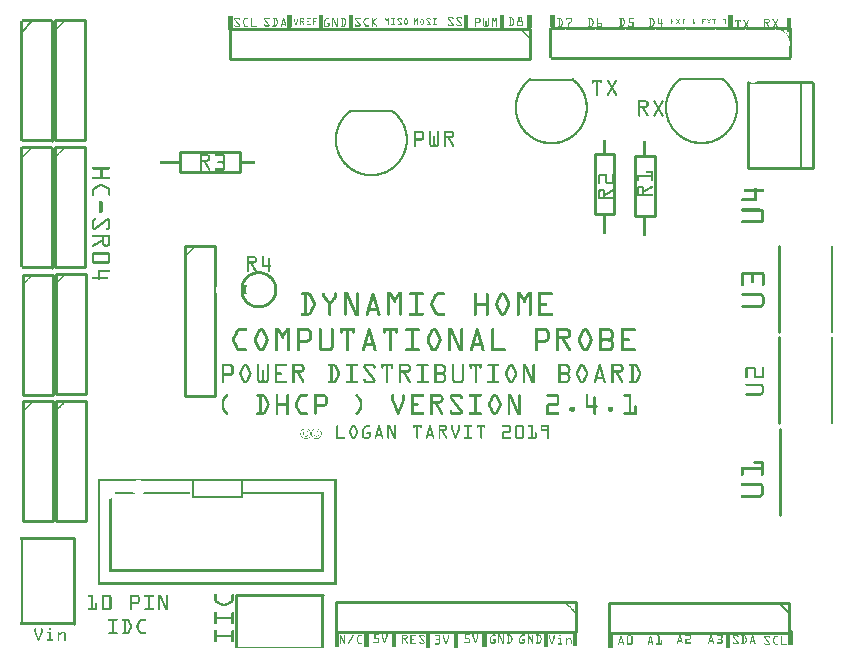
<source format=gto>
G04 MADE WITH FRITZING*
G04 WWW.FRITZING.ORG*
G04 DOUBLE SIDED*
G04 HOLES PLATED*
G04 CONTOUR ON CENTER OF CONTOUR VECTOR*
%ASAXBY*%
%FSLAX23Y23*%
%MOIN*%
%OFA0B0*%
%SFA1.0B1.0*%
%ADD10R,0.173200X0.063000X0.157200X0.047000*%
%ADD11C,0.008000*%
%ADD12C,0.010000*%
%ADD13C,0.005000*%
%ADD14C,0.007874*%
%ADD15R,0.001000X0.001000*%
%LNSILK1*%
G90*
G70*
G54D11*
X574Y559D02*
X739Y559D01*
X739Y504D01*
X574Y504D01*
X574Y559D01*
D02*
G54D12*
X2562Y150D02*
X1962Y150D01*
D02*
X1962Y150D02*
X1962Y50D01*
D02*
X1962Y50D02*
X2562Y50D01*
D02*
X2562Y50D02*
X2562Y150D01*
G54D13*
D02*
X2527Y150D02*
X2562Y115D01*
G54D12*
D02*
X1852Y151D02*
X1052Y151D01*
D02*
X1052Y151D02*
X1052Y51D01*
D02*
X1052Y51D02*
X1852Y51D01*
D02*
X1852Y51D02*
X1852Y151D01*
D02*
X1700Y2064D02*
X700Y2064D01*
D02*
X700Y2064D02*
X700Y1964D01*
D02*
X700Y1964D02*
X1700Y1964D01*
D02*
X1700Y1964D02*
X1700Y2064D01*
D02*
X2531Y730D02*
X2531Y444D01*
D02*
X117Y1246D02*
X117Y846D01*
D02*
X117Y846D02*
X217Y846D01*
D02*
X217Y846D02*
X217Y1246D01*
D02*
X217Y1246D02*
X117Y1246D01*
D02*
X9Y822D02*
X9Y422D01*
D02*
X9Y422D02*
X109Y422D01*
D02*
X109Y422D02*
X109Y822D01*
D02*
X109Y822D02*
X9Y822D01*
D02*
X119Y824D02*
X119Y424D01*
D02*
X119Y424D02*
X219Y424D01*
D02*
X219Y424D02*
X219Y824D01*
D02*
X219Y824D02*
X119Y824D01*
D02*
X7Y1244D02*
X7Y844D01*
D02*
X7Y844D02*
X107Y844D01*
D02*
X107Y844D02*
X107Y1244D01*
D02*
X107Y1244D02*
X7Y1244D01*
D02*
X114Y1668D02*
X114Y1268D01*
D02*
X114Y1268D02*
X214Y1268D01*
D02*
X214Y1268D02*
X214Y1668D01*
D02*
X214Y1668D02*
X114Y1668D01*
D02*
X105Y1267D02*
X105Y1667D01*
D02*
X114Y2091D02*
X114Y1691D01*
D02*
X114Y1691D02*
X214Y1691D01*
D02*
X214Y1691D02*
X214Y2091D01*
D02*
X214Y2091D02*
X114Y2091D01*
D02*
X105Y1689D02*
X105Y2089D01*
G54D13*
D02*
X5Y2054D02*
X40Y2089D01*
G54D12*
D02*
X1008Y177D02*
X722Y177D01*
D02*
X180Y80D02*
X180Y365D01*
G54D13*
D02*
X4Y365D02*
X4Y80D01*
G54D12*
D02*
X2426Y1598D02*
X2642Y1598D01*
D02*
X2642Y1598D02*
X2642Y1884D01*
G54D13*
D02*
X2602Y1598D02*
X2602Y1884D01*
G54D12*
D02*
X2528Y1339D02*
X2528Y1053D01*
G54D13*
D02*
X2704Y1053D02*
X2704Y1339D01*
G54D12*
D02*
X2528Y1035D02*
X2528Y749D01*
G54D13*
D02*
X2704Y749D02*
X2704Y1035D01*
G54D12*
D02*
X533Y1651D02*
X733Y1651D01*
D02*
X733Y1651D02*
X733Y1585D01*
D02*
X733Y1585D02*
X533Y1585D01*
D02*
X533Y1585D02*
X533Y1651D01*
D02*
X2049Y1439D02*
X2049Y1639D01*
D02*
X2049Y1639D02*
X2115Y1639D01*
D02*
X2115Y1639D02*
X2115Y1439D01*
D02*
X2115Y1439D02*
X2049Y1439D01*
D02*
X1914Y1445D02*
X1914Y1645D01*
D02*
X1914Y1645D02*
X1980Y1645D01*
D02*
X1980Y1645D02*
X1980Y1445D01*
D02*
X1980Y1445D02*
X1914Y1445D01*
D02*
X550Y1340D02*
X550Y840D01*
D02*
X550Y840D02*
X650Y840D01*
D02*
X650Y1340D02*
X550Y1340D01*
G54D14*
X2341Y1895D02*
X2199Y1895D01*
D02*
X1240Y1788D02*
X1099Y1788D01*
D02*
X1840Y1894D02*
X1698Y1894D01*
D02*
G54D15*
X889Y2108D02*
X903Y2108D01*
X994Y2108D02*
X1008Y2108D01*
X1094Y2108D02*
X1108Y2108D01*
X1478Y2108D02*
X1491Y2108D01*
X1598Y2108D02*
X1611Y2108D01*
X1689Y2108D02*
X1703Y2108D01*
X1767Y2108D02*
X1781Y2108D01*
X2360Y2108D02*
X2374Y2108D01*
X889Y2107D02*
X903Y2107D01*
X994Y2107D02*
X1008Y2107D01*
X1094Y2107D02*
X1108Y2107D01*
X1478Y2107D02*
X1491Y2107D01*
X1598Y2107D02*
X1611Y2107D01*
X1689Y2107D02*
X1703Y2107D01*
X1767Y2107D02*
X1781Y2107D01*
X2360Y2107D02*
X2374Y2107D01*
X889Y2106D02*
X903Y2106D01*
X994Y2106D02*
X1008Y2106D01*
X1094Y2106D02*
X1108Y2106D01*
X1478Y2106D02*
X1491Y2106D01*
X1598Y2106D02*
X1611Y2106D01*
X1689Y2106D02*
X1703Y2106D01*
X1767Y2106D02*
X1781Y2106D01*
X2360Y2106D02*
X2374Y2106D01*
X889Y2105D02*
X903Y2105D01*
X994Y2105D02*
X1008Y2105D01*
X1094Y2105D02*
X1108Y2105D01*
X1478Y2105D02*
X1491Y2105D01*
X1598Y2105D02*
X1611Y2105D01*
X1689Y2105D02*
X1703Y2105D01*
X1767Y2105D02*
X1781Y2105D01*
X2360Y2105D02*
X2374Y2105D01*
X693Y2104D02*
X707Y2104D01*
X889Y2104D02*
X903Y2104D01*
X994Y2104D02*
X1008Y2104D01*
X1094Y2104D02*
X1108Y2104D01*
X1478Y2104D02*
X1491Y2104D01*
X1598Y2104D02*
X1611Y2104D01*
X1689Y2104D02*
X1703Y2104D01*
X1767Y2104D02*
X1781Y2104D01*
X2360Y2104D02*
X2374Y2104D01*
X693Y2103D02*
X707Y2103D01*
X889Y2103D02*
X903Y2103D01*
X994Y2103D02*
X1008Y2103D01*
X1094Y2103D02*
X1108Y2103D01*
X1478Y2103D02*
X1491Y2103D01*
X1598Y2103D02*
X1611Y2103D01*
X1689Y2103D02*
X1703Y2103D01*
X1767Y2103D02*
X1781Y2103D01*
X2360Y2103D02*
X2374Y2103D01*
X693Y2102D02*
X707Y2102D01*
X889Y2102D02*
X903Y2102D01*
X994Y2102D02*
X1008Y2102D01*
X1094Y2102D02*
X1108Y2102D01*
X1427Y2102D02*
X1440Y2102D01*
X1456Y2102D02*
X1468Y2102D01*
X1478Y2102D02*
X1491Y2102D01*
X1598Y2102D02*
X1611Y2102D01*
X1689Y2102D02*
X1703Y2102D01*
X1767Y2102D02*
X1781Y2102D01*
X2360Y2102D02*
X2374Y2102D01*
X693Y2101D02*
X707Y2101D01*
X889Y2101D02*
X903Y2101D01*
X994Y2101D02*
X1008Y2101D01*
X1094Y2101D02*
X1108Y2101D01*
X1426Y2101D02*
X1441Y2101D01*
X1454Y2101D02*
X1470Y2101D01*
X1478Y2101D02*
X1491Y2101D01*
X1598Y2101D02*
X1611Y2101D01*
X1628Y2101D02*
X1639Y2101D01*
X1660Y2101D02*
X1670Y2101D01*
X1689Y2101D02*
X1703Y2101D01*
X1767Y2101D02*
X1781Y2101D01*
X2360Y2101D02*
X2374Y2101D01*
X693Y2100D02*
X707Y2100D01*
X813Y2100D02*
X827Y2100D01*
X840Y2100D02*
X851Y2100D01*
X876Y2100D02*
X878Y2100D01*
X889Y2100D02*
X903Y2100D01*
X994Y2100D02*
X1008Y2100D01*
X1094Y2100D02*
X1108Y2100D01*
X1117Y2100D02*
X1131Y2100D01*
X1150Y2100D02*
X1161Y2100D01*
X1172Y2100D02*
X1174Y2100D01*
X1187Y2100D02*
X1190Y2100D01*
X1425Y2100D02*
X1442Y2100D01*
X1453Y2100D02*
X1471Y2100D01*
X1478Y2100D02*
X1491Y2100D01*
X1514Y2100D02*
X1528Y2100D01*
X1544Y2100D02*
X1544Y2100D01*
X1559Y2100D02*
X1559Y2100D01*
X1571Y2100D02*
X1575Y2100D01*
X1585Y2100D02*
X1589Y2100D01*
X1598Y2100D02*
X1611Y2100D01*
X1628Y2100D02*
X1640Y2100D01*
X1660Y2100D02*
X1671Y2100D01*
X1689Y2100D02*
X1703Y2100D01*
X1767Y2100D02*
X1781Y2100D01*
X2360Y2100D02*
X2374Y2100D01*
X2556Y2100D02*
X2569Y2100D01*
X693Y2099D02*
X707Y2099D01*
X714Y2099D02*
X729Y2099D01*
X748Y2099D02*
X759Y2099D01*
X769Y2099D02*
X772Y2099D01*
X812Y2099D02*
X829Y2099D01*
X840Y2099D02*
X852Y2099D01*
X876Y2099D02*
X879Y2099D01*
X889Y2099D02*
X903Y2099D01*
X994Y2099D02*
X1008Y2099D01*
X1019Y2099D02*
X1029Y2099D01*
X1039Y2099D02*
X1044Y2099D01*
X1055Y2099D02*
X1058Y2099D01*
X1068Y2099D02*
X1079Y2099D01*
X1094Y2099D02*
X1108Y2099D01*
X1116Y2099D02*
X1132Y2099D01*
X1149Y2099D02*
X1162Y2099D01*
X1171Y2099D02*
X1174Y2099D01*
X1186Y2099D02*
X1190Y2099D01*
X1425Y2099D02*
X1443Y2099D01*
X1453Y2099D02*
X1471Y2099D01*
X1478Y2099D02*
X1491Y2099D01*
X1514Y2099D02*
X1530Y2099D01*
X1543Y2099D02*
X1545Y2099D01*
X1558Y2099D02*
X1561Y2099D01*
X1571Y2099D02*
X1575Y2099D01*
X1585Y2099D02*
X1589Y2099D01*
X1598Y2099D02*
X1611Y2099D01*
X1628Y2099D02*
X1641Y2099D01*
X1660Y2099D02*
X1671Y2099D01*
X1689Y2099D02*
X1703Y2099D01*
X1767Y2099D02*
X1781Y2099D01*
X1894Y2099D02*
X1901Y2099D01*
X1923Y2099D02*
X1924Y2099D01*
X1997Y2099D02*
X2008Y2099D01*
X2029Y2099D02*
X2043Y2099D01*
X2096Y2099D02*
X2106Y2099D01*
X2125Y2099D02*
X2127Y2099D01*
X2360Y2099D02*
X2374Y2099D01*
X2556Y2099D02*
X2569Y2099D01*
X693Y2098D02*
X707Y2098D01*
X713Y2098D02*
X730Y2098D01*
X747Y2098D02*
X759Y2098D01*
X769Y2098D02*
X772Y2098D01*
X812Y2098D02*
X829Y2098D01*
X840Y2098D02*
X853Y2098D01*
X876Y2098D02*
X879Y2098D01*
X889Y2098D02*
X903Y2098D01*
X994Y2098D02*
X1008Y2098D01*
X1018Y2098D02*
X1030Y2098D01*
X1039Y2098D02*
X1045Y2098D01*
X1055Y2098D02*
X1058Y2098D01*
X1068Y2098D02*
X1080Y2098D01*
X1094Y2098D02*
X1108Y2098D01*
X1115Y2098D02*
X1133Y2098D01*
X1148Y2098D02*
X1161Y2098D01*
X1171Y2098D02*
X1174Y2098D01*
X1185Y2098D02*
X1190Y2098D01*
X1215Y2098D02*
X1217Y2098D01*
X1225Y2098D02*
X1228Y2098D01*
X1236Y2098D02*
X1249Y2098D01*
X1259Y2098D02*
X1268Y2098D01*
X1284Y2098D02*
X1286Y2098D01*
X1425Y2098D02*
X1428Y2098D01*
X1440Y2098D02*
X1443Y2098D01*
X1453Y2098D02*
X1456Y2098D01*
X1468Y2098D02*
X1471Y2098D01*
X1478Y2098D02*
X1491Y2098D01*
X1514Y2098D02*
X1531Y2098D01*
X1542Y2098D02*
X1545Y2098D01*
X1558Y2098D02*
X1561Y2098D01*
X1571Y2098D02*
X1576Y2098D01*
X1584Y2098D02*
X1589Y2098D01*
X1598Y2098D02*
X1611Y2098D01*
X1629Y2098D02*
X1641Y2098D01*
X1660Y2098D02*
X1671Y2098D01*
X1689Y2098D02*
X1703Y2098D01*
X1767Y2098D02*
X1781Y2098D01*
X1791Y2098D02*
X1801Y2098D01*
X1819Y2098D02*
X1837Y2098D01*
X1893Y2098D02*
X1904Y2098D01*
X1921Y2098D02*
X1925Y2098D01*
X1997Y2098D02*
X2009Y2098D01*
X2029Y2098D02*
X2043Y2098D01*
X2095Y2098D02*
X2108Y2098D01*
X2125Y2098D02*
X2128Y2098D01*
X2360Y2098D02*
X2374Y2098D01*
X2556Y2098D02*
X2569Y2098D01*
X693Y2097D02*
X707Y2097D01*
X713Y2097D02*
X730Y2097D01*
X746Y2097D02*
X759Y2097D01*
X769Y2097D02*
X772Y2097D01*
X811Y2097D02*
X830Y2097D01*
X841Y2097D02*
X854Y2097D01*
X875Y2097D02*
X879Y2097D01*
X889Y2097D02*
X903Y2097D01*
X912Y2097D02*
X912Y2097D01*
X924Y2097D02*
X924Y2097D01*
X933Y2097D02*
X943Y2097D01*
X954Y2097D02*
X967Y2097D01*
X975Y2097D02*
X988Y2097D01*
X994Y2097D02*
X1008Y2097D01*
X1018Y2097D02*
X1029Y2097D01*
X1039Y2097D02*
X1045Y2097D01*
X1055Y2097D02*
X1058Y2097D01*
X1068Y2097D02*
X1081Y2097D01*
X1094Y2097D02*
X1108Y2097D01*
X1115Y2097D02*
X1133Y2097D01*
X1148Y2097D02*
X1160Y2097D01*
X1171Y2097D02*
X1174Y2097D01*
X1184Y2097D02*
X1189Y2097D01*
X1214Y2097D02*
X1218Y2097D01*
X1224Y2097D02*
X1228Y2097D01*
X1236Y2097D02*
X1249Y2097D01*
X1258Y2097D02*
X1270Y2097D01*
X1283Y2097D02*
X1287Y2097D01*
X1311Y2097D02*
X1314Y2097D01*
X1322Y2097D02*
X1324Y2097D01*
X1338Y2097D02*
X1339Y2097D01*
X1356Y2097D02*
X1364Y2097D01*
X1376Y2097D02*
X1387Y2097D01*
X1425Y2097D02*
X1428Y2097D01*
X1440Y2097D02*
X1443Y2097D01*
X1453Y2097D02*
X1457Y2097D01*
X1469Y2097D02*
X1471Y2097D01*
X1478Y2097D02*
X1491Y2097D01*
X1514Y2097D02*
X1532Y2097D01*
X1542Y2097D02*
X1545Y2097D01*
X1558Y2097D02*
X1561Y2097D01*
X1571Y2097D02*
X1577Y2097D01*
X1583Y2097D02*
X1589Y2097D01*
X1598Y2097D02*
X1611Y2097D01*
X1631Y2097D02*
X1634Y2097D01*
X1638Y2097D02*
X1642Y2097D01*
X1660Y2097D02*
X1663Y2097D01*
X1668Y2097D02*
X1671Y2097D01*
X1689Y2097D02*
X1703Y2097D01*
X1767Y2097D02*
X1781Y2097D01*
X1790Y2097D02*
X1802Y2097D01*
X1819Y2097D02*
X1837Y2097D01*
X1892Y2097D02*
X1905Y2097D01*
X1921Y2097D02*
X1926Y2097D01*
X1997Y2097D02*
X2010Y2097D01*
X2029Y2097D02*
X2043Y2097D01*
X2096Y2097D02*
X2109Y2097D01*
X2125Y2097D02*
X2128Y2097D01*
X2360Y2097D02*
X2374Y2097D01*
X2556Y2097D02*
X2569Y2097D01*
X693Y2096D02*
X707Y2096D01*
X713Y2096D02*
X716Y2096D01*
X726Y2096D02*
X731Y2096D01*
X745Y2096D02*
X750Y2096D01*
X769Y2096D02*
X772Y2096D01*
X811Y2096D02*
X815Y2096D01*
X827Y2096D02*
X830Y2096D01*
X844Y2096D02*
X847Y2096D01*
X851Y2096D02*
X854Y2096D01*
X875Y2096D02*
X880Y2096D01*
X889Y2096D02*
X903Y2096D01*
X911Y2096D02*
X913Y2096D01*
X923Y2096D02*
X925Y2096D01*
X932Y2096D02*
X945Y2096D01*
X954Y2096D02*
X967Y2096D01*
X975Y2096D02*
X989Y2096D01*
X994Y2096D02*
X1008Y2096D01*
X1017Y2096D02*
X1022Y2096D01*
X1039Y2096D02*
X1045Y2096D01*
X1055Y2096D02*
X1058Y2096D01*
X1071Y2096D02*
X1075Y2096D01*
X1077Y2096D02*
X1082Y2096D01*
X1094Y2096D02*
X1108Y2096D01*
X1115Y2096D02*
X1118Y2096D01*
X1130Y2096D02*
X1133Y2096D01*
X1147Y2096D02*
X1151Y2096D01*
X1171Y2096D02*
X1174Y2096D01*
X1182Y2096D02*
X1188Y2096D01*
X1214Y2096D02*
X1219Y2096D01*
X1224Y2096D02*
X1228Y2096D01*
X1236Y2096D02*
X1249Y2096D01*
X1257Y2096D02*
X1270Y2096D01*
X1282Y2096D02*
X1288Y2096D01*
X1311Y2096D02*
X1314Y2096D01*
X1321Y2096D02*
X1324Y2096D01*
X1337Y2096D02*
X1341Y2096D01*
X1354Y2096D02*
X1366Y2096D01*
X1375Y2096D02*
X1388Y2096D01*
X1425Y2096D02*
X1429Y2096D01*
X1441Y2096D02*
X1443Y2096D01*
X1453Y2096D02*
X1457Y2096D01*
X1469Y2096D02*
X1471Y2096D01*
X1478Y2096D02*
X1491Y2096D01*
X1514Y2096D02*
X1517Y2096D01*
X1528Y2096D02*
X1532Y2096D01*
X1542Y2096D02*
X1545Y2096D01*
X1558Y2096D02*
X1561Y2096D01*
X1571Y2096D02*
X1578Y2096D01*
X1582Y2096D02*
X1589Y2096D01*
X1598Y2096D02*
X1611Y2096D01*
X1631Y2096D02*
X1634Y2096D01*
X1639Y2096D02*
X1642Y2096D01*
X1660Y2096D02*
X1663Y2096D01*
X1668Y2096D02*
X1671Y2096D01*
X1689Y2096D02*
X1703Y2096D01*
X1767Y2096D02*
X1781Y2096D01*
X1790Y2096D02*
X1803Y2096D01*
X1818Y2096D02*
X1837Y2096D01*
X1893Y2096D02*
X1906Y2096D01*
X1921Y2096D02*
X1925Y2096D01*
X1998Y2096D02*
X2010Y2096D01*
X2029Y2096D02*
X2042Y2096D01*
X2097Y2096D02*
X2109Y2096D01*
X2125Y2096D02*
X2128Y2096D01*
X2137Y2096D02*
X2138Y2096D01*
X2170Y2096D02*
X2180Y2096D01*
X2187Y2096D02*
X2188Y2096D01*
X2196Y2096D02*
X2197Y2096D01*
X2204Y2096D02*
X2214Y2096D01*
X2238Y2096D02*
X2244Y2096D01*
X2273Y2096D02*
X2283Y2096D01*
X2290Y2096D02*
X2290Y2096D01*
X2300Y2096D02*
X2300Y2096D01*
X2307Y2096D02*
X2317Y2096D01*
X2342Y2096D02*
X2350Y2096D01*
X2360Y2096D02*
X2374Y2096D01*
X2556Y2096D02*
X2569Y2096D01*
X693Y2095D02*
X707Y2095D01*
X713Y2095D02*
X716Y2095D01*
X728Y2095D02*
X731Y2095D01*
X745Y2095D02*
X748Y2095D01*
X769Y2095D02*
X772Y2095D01*
X812Y2095D02*
X815Y2095D01*
X827Y2095D02*
X830Y2095D01*
X844Y2095D02*
X847Y2095D01*
X851Y2095D02*
X855Y2095D01*
X875Y2095D02*
X880Y2095D01*
X889Y2095D02*
X903Y2095D01*
X911Y2095D02*
X913Y2095D01*
X923Y2095D02*
X925Y2095D01*
X932Y2095D02*
X945Y2095D01*
X954Y2095D02*
X967Y2095D01*
X975Y2095D02*
X988Y2095D01*
X994Y2095D02*
X1008Y2095D01*
X1016Y2095D02*
X1020Y2095D01*
X1039Y2095D02*
X1046Y2095D01*
X1055Y2095D02*
X1058Y2095D01*
X1072Y2095D02*
X1075Y2095D01*
X1079Y2095D02*
X1082Y2095D01*
X1094Y2095D02*
X1108Y2095D01*
X1115Y2095D02*
X1119Y2095D01*
X1130Y2095D02*
X1133Y2095D01*
X1147Y2095D02*
X1150Y2095D01*
X1171Y2095D02*
X1174Y2095D01*
X1181Y2095D02*
X1186Y2095D01*
X1214Y2095D02*
X1220Y2095D01*
X1223Y2095D02*
X1228Y2095D01*
X1241Y2095D02*
X1244Y2095D01*
X1257Y2095D02*
X1259Y2095D01*
X1268Y2095D02*
X1271Y2095D01*
X1281Y2095D02*
X1284Y2095D01*
X1286Y2095D02*
X1289Y2095D01*
X1311Y2095D02*
X1315Y2095D01*
X1320Y2095D02*
X1324Y2095D01*
X1336Y2095D02*
X1342Y2095D01*
X1354Y2095D02*
X1366Y2095D01*
X1375Y2095D02*
X1388Y2095D01*
X1426Y2095D02*
X1430Y2095D01*
X1454Y2095D02*
X1458Y2095D01*
X1478Y2095D02*
X1491Y2095D01*
X1514Y2095D02*
X1517Y2095D01*
X1529Y2095D02*
X1533Y2095D01*
X1542Y2095D02*
X1545Y2095D01*
X1558Y2095D02*
X1561Y2095D01*
X1571Y2095D02*
X1578Y2095D01*
X1582Y2095D02*
X1589Y2095D01*
X1598Y2095D02*
X1611Y2095D01*
X1631Y2095D02*
X1634Y2095D01*
X1639Y2095D02*
X1643Y2095D01*
X1660Y2095D02*
X1663Y2095D01*
X1668Y2095D02*
X1671Y2095D01*
X1689Y2095D02*
X1703Y2095D01*
X1767Y2095D02*
X1781Y2095D01*
X1791Y2095D02*
X1804Y2095D01*
X1818Y2095D02*
X1837Y2095D01*
X1896Y2095D02*
X1900Y2095D01*
X1902Y2095D02*
X1906Y2095D01*
X1921Y2095D02*
X1924Y2095D01*
X2000Y2095D02*
X2003Y2095D01*
X2007Y2095D02*
X2011Y2095D01*
X2029Y2095D02*
X2032Y2095D01*
X2099Y2095D02*
X2102Y2095D01*
X2106Y2095D02*
X2110Y2095D01*
X2125Y2095D02*
X2128Y2095D01*
X2136Y2095D02*
X2139Y2095D01*
X2170Y2095D02*
X2180Y2095D01*
X2187Y2095D02*
X2188Y2095D01*
X2195Y2095D02*
X2197Y2095D01*
X2204Y2095D02*
X2214Y2095D01*
X2238Y2095D02*
X2244Y2095D01*
X2273Y2095D02*
X2283Y2095D01*
X2290Y2095D02*
X2291Y2095D01*
X2299Y2095D02*
X2300Y2095D01*
X2307Y2095D02*
X2318Y2095D01*
X2341Y2095D02*
X2351Y2095D01*
X2360Y2095D02*
X2374Y2095D01*
X2479Y2095D02*
X2494Y2095D01*
X2508Y2095D02*
X2510Y2095D01*
X2523Y2095D02*
X2525Y2095D01*
X2556Y2095D02*
X2569Y2095D01*
X5Y2094D02*
X104Y2094D01*
X693Y2094D02*
X707Y2094D01*
X713Y2094D02*
X716Y2094D01*
X728Y2094D02*
X731Y2094D01*
X744Y2094D02*
X748Y2094D01*
X769Y2094D02*
X772Y2094D01*
X812Y2094D02*
X816Y2094D01*
X828Y2094D02*
X829Y2094D01*
X844Y2094D02*
X847Y2094D01*
X852Y2094D02*
X855Y2094D01*
X874Y2094D02*
X880Y2094D01*
X889Y2094D02*
X903Y2094D01*
X911Y2094D02*
X913Y2094D01*
X923Y2094D02*
X925Y2094D01*
X932Y2094D02*
X935Y2094D01*
X943Y2094D02*
X946Y2094D01*
X954Y2094D02*
X956Y2094D01*
X975Y2094D02*
X977Y2094D01*
X994Y2094D02*
X1008Y2094D01*
X1015Y2094D02*
X1019Y2094D01*
X1039Y2094D02*
X1046Y2094D01*
X1055Y2094D02*
X1058Y2094D01*
X1072Y2094D02*
X1075Y2094D01*
X1079Y2094D02*
X1083Y2094D01*
X1094Y2094D02*
X1108Y2094D01*
X1115Y2094D02*
X1119Y2094D01*
X1131Y2094D02*
X1132Y2094D01*
X1146Y2094D02*
X1150Y2094D01*
X1171Y2094D02*
X1174Y2094D01*
X1180Y2094D02*
X1185Y2094D01*
X1214Y2094D02*
X1220Y2094D01*
X1222Y2094D02*
X1228Y2094D01*
X1242Y2094D02*
X1244Y2094D01*
X1257Y2094D02*
X1260Y2094D01*
X1269Y2094D02*
X1271Y2094D01*
X1281Y2094D02*
X1283Y2094D01*
X1287Y2094D02*
X1289Y2094D01*
X1311Y2094D02*
X1316Y2094D01*
X1319Y2094D02*
X1324Y2094D01*
X1335Y2094D02*
X1338Y2094D01*
X1340Y2094D02*
X1342Y2094D01*
X1353Y2094D02*
X1356Y2094D01*
X1364Y2094D02*
X1367Y2094D01*
X1380Y2094D02*
X1383Y2094D01*
X1426Y2094D02*
X1430Y2094D01*
X1455Y2094D02*
X1459Y2094D01*
X1478Y2094D02*
X1491Y2094D01*
X1514Y2094D02*
X1517Y2094D01*
X1530Y2094D02*
X1533Y2094D01*
X1542Y2094D02*
X1545Y2094D01*
X1558Y2094D02*
X1561Y2094D01*
X1571Y2094D02*
X1579Y2094D01*
X1581Y2094D02*
X1589Y2094D01*
X1598Y2094D02*
X1611Y2094D01*
X1631Y2094D02*
X1634Y2094D01*
X1640Y2094D02*
X1643Y2094D01*
X1660Y2094D02*
X1663Y2094D01*
X1668Y2094D02*
X1671Y2094D01*
X1689Y2094D02*
X1703Y2094D01*
X1767Y2094D02*
X1781Y2094D01*
X1794Y2094D02*
X1797Y2094D01*
X1801Y2094D02*
X1804Y2094D01*
X1819Y2094D02*
X1821Y2094D01*
X1834Y2094D02*
X1837Y2094D01*
X1896Y2094D02*
X1899Y2094D01*
X1903Y2094D02*
X1907Y2094D01*
X1921Y2094D02*
X1924Y2094D01*
X2000Y2094D02*
X2003Y2094D01*
X2008Y2094D02*
X2011Y2094D01*
X2029Y2094D02*
X2032Y2094D01*
X2099Y2094D02*
X2102Y2094D01*
X2107Y2094D02*
X2110Y2094D01*
X2125Y2094D02*
X2128Y2094D01*
X2136Y2094D02*
X2139Y2094D01*
X2170Y2094D02*
X2171Y2094D01*
X2187Y2094D02*
X2189Y2094D01*
X2195Y2094D02*
X2197Y2094D01*
X2204Y2094D02*
X2205Y2094D01*
X2208Y2094D02*
X2210Y2094D01*
X2213Y2094D02*
X2214Y2094D01*
X2242Y2094D02*
X2244Y2094D01*
X2273Y2094D02*
X2283Y2094D01*
X2290Y2094D02*
X2292Y2094D01*
X2298Y2094D02*
X2300Y2094D01*
X2307Y2094D02*
X2318Y2094D01*
X2341Y2094D02*
X2351Y2094D01*
X2360Y2094D02*
X2374Y2094D01*
X2479Y2094D02*
X2495Y2094D01*
X2507Y2094D02*
X2510Y2094D01*
X2523Y2094D02*
X2526Y2094D01*
X2556Y2094D02*
X2569Y2094D01*
X5Y2093D02*
X104Y2093D01*
X693Y2093D02*
X707Y2093D01*
X713Y2093D02*
X717Y2093D01*
X729Y2093D02*
X730Y2093D01*
X744Y2093D02*
X747Y2093D01*
X769Y2093D02*
X772Y2093D01*
X813Y2093D02*
X817Y2093D01*
X844Y2093D02*
X847Y2093D01*
X852Y2093D02*
X856Y2093D01*
X874Y2093D02*
X881Y2093D01*
X889Y2093D02*
X903Y2093D01*
X911Y2093D02*
X913Y2093D01*
X923Y2093D02*
X925Y2093D01*
X932Y2093D02*
X934Y2093D01*
X944Y2093D02*
X946Y2093D01*
X954Y2093D02*
X956Y2093D01*
X975Y2093D02*
X977Y2093D01*
X994Y2093D02*
X1008Y2093D01*
X1014Y2093D02*
X1018Y2093D01*
X1039Y2093D02*
X1047Y2093D01*
X1055Y2093D02*
X1058Y2093D01*
X1072Y2093D02*
X1075Y2093D01*
X1080Y2093D02*
X1083Y2093D01*
X1094Y2093D02*
X1108Y2093D01*
X1116Y2093D02*
X1120Y2093D01*
X1146Y2093D02*
X1149Y2093D01*
X1171Y2093D02*
X1174Y2093D01*
X1179Y2093D02*
X1184Y2093D01*
X1214Y2093D02*
X1216Y2093D01*
X1218Y2093D02*
X1224Y2093D01*
X1226Y2093D02*
X1228Y2093D01*
X1242Y2093D02*
X1244Y2093D01*
X1258Y2093D02*
X1260Y2093D01*
X1280Y2093D02*
X1283Y2093D01*
X1287Y2093D02*
X1290Y2093D01*
X1311Y2093D02*
X1316Y2093D01*
X1319Y2093D02*
X1324Y2093D01*
X1335Y2093D02*
X1337Y2093D01*
X1340Y2093D02*
X1343Y2093D01*
X1353Y2093D02*
X1356Y2093D01*
X1365Y2093D02*
X1367Y2093D01*
X1380Y2093D02*
X1382Y2093D01*
X1427Y2093D02*
X1431Y2093D01*
X1456Y2093D02*
X1460Y2093D01*
X1478Y2093D02*
X1491Y2093D01*
X1514Y2093D02*
X1517Y2093D01*
X1530Y2093D02*
X1533Y2093D01*
X1542Y2093D02*
X1545Y2093D01*
X1558Y2093D02*
X1561Y2093D01*
X1571Y2093D02*
X1574Y2093D01*
X1576Y2093D02*
X1584Y2093D01*
X1586Y2093D02*
X1589Y2093D01*
X1598Y2093D02*
X1611Y2093D01*
X1631Y2093D02*
X1634Y2093D01*
X1641Y2093D02*
X1644Y2093D01*
X1660Y2093D02*
X1663Y2093D01*
X1668Y2093D02*
X1671Y2093D01*
X1689Y2093D02*
X1703Y2093D01*
X1767Y2093D02*
X1781Y2093D01*
X1794Y2093D02*
X1797Y2093D01*
X1801Y2093D02*
X1805Y2093D01*
X1820Y2093D02*
X1820Y2093D01*
X1834Y2093D02*
X1837Y2093D01*
X1896Y2093D02*
X1899Y2093D01*
X1904Y2093D02*
X1907Y2093D01*
X1921Y2093D02*
X1924Y2093D01*
X2000Y2093D02*
X2003Y2093D01*
X2008Y2093D02*
X2012Y2093D01*
X2029Y2093D02*
X2032Y2093D01*
X2099Y2093D02*
X2102Y2093D01*
X2107Y2093D02*
X2111Y2093D01*
X2125Y2093D02*
X2128Y2093D01*
X2136Y2093D02*
X2139Y2093D01*
X2170Y2093D02*
X2171Y2093D01*
X2188Y2093D02*
X2190Y2093D01*
X2194Y2093D02*
X2196Y2093D01*
X2204Y2093D02*
X2205Y2093D01*
X2208Y2093D02*
X2210Y2093D01*
X2213Y2093D02*
X2214Y2093D01*
X2242Y2093D02*
X2244Y2093D01*
X2273Y2093D02*
X2274Y2093D01*
X2291Y2093D02*
X2292Y2093D01*
X2298Y2093D02*
X2299Y2093D01*
X2307Y2093D02*
X2308Y2093D01*
X2311Y2093D02*
X2313Y2093D01*
X2316Y2093D02*
X2317Y2093D01*
X2341Y2093D02*
X2342Y2093D01*
X2350Y2093D02*
X2352Y2093D01*
X2360Y2093D02*
X2374Y2093D01*
X2382Y2093D02*
X2401Y2093D01*
X2411Y2093D02*
X2413Y2093D01*
X2426Y2093D02*
X2428Y2093D01*
X2479Y2093D02*
X2496Y2093D01*
X2507Y2093D02*
X2511Y2093D01*
X2522Y2093D02*
X2526Y2093D01*
X2556Y2093D02*
X2569Y2093D01*
X5Y2092D02*
X104Y2092D01*
X146Y2092D02*
X148Y2092D01*
X693Y2092D02*
X707Y2092D01*
X714Y2092D02*
X718Y2092D01*
X743Y2092D02*
X747Y2092D01*
X769Y2092D02*
X772Y2092D01*
X814Y2092D02*
X818Y2092D01*
X844Y2092D02*
X847Y2092D01*
X853Y2092D02*
X856Y2092D01*
X874Y2092D02*
X881Y2092D01*
X889Y2092D02*
X903Y2092D01*
X911Y2092D02*
X913Y2092D01*
X923Y2092D02*
X925Y2092D01*
X932Y2092D02*
X934Y2092D01*
X944Y2092D02*
X946Y2092D01*
X954Y2092D02*
X956Y2092D01*
X975Y2092D02*
X977Y2092D01*
X994Y2092D02*
X1008Y2092D01*
X1014Y2092D02*
X1018Y2092D01*
X1039Y2092D02*
X1047Y2092D01*
X1055Y2092D02*
X1058Y2092D01*
X1072Y2092D02*
X1075Y2092D01*
X1080Y2092D02*
X1084Y2092D01*
X1094Y2092D02*
X1108Y2092D01*
X1117Y2092D02*
X1121Y2092D01*
X1145Y2092D02*
X1149Y2092D01*
X1171Y2092D02*
X1174Y2092D01*
X1178Y2092D02*
X1183Y2092D01*
X1214Y2092D02*
X1216Y2092D01*
X1219Y2092D02*
X1224Y2092D01*
X1226Y2092D02*
X1228Y2092D01*
X1242Y2092D02*
X1244Y2092D01*
X1258Y2092D02*
X1261Y2092D01*
X1280Y2092D02*
X1282Y2092D01*
X1288Y2092D02*
X1290Y2092D01*
X1311Y2092D02*
X1324Y2092D01*
X1334Y2092D02*
X1337Y2092D01*
X1341Y2092D02*
X1343Y2092D01*
X1354Y2092D02*
X1357Y2092D01*
X1366Y2092D02*
X1366Y2092D01*
X1380Y2092D02*
X1382Y2092D01*
X1428Y2092D02*
X1432Y2092D01*
X1456Y2092D02*
X1460Y2092D01*
X1478Y2092D02*
X1491Y2092D01*
X1514Y2092D02*
X1517Y2092D01*
X1530Y2092D02*
X1533Y2092D01*
X1542Y2092D02*
X1545Y2092D01*
X1558Y2092D02*
X1561Y2092D01*
X1571Y2092D02*
X1574Y2092D01*
X1576Y2092D02*
X1584Y2092D01*
X1586Y2092D02*
X1589Y2092D01*
X1598Y2092D02*
X1611Y2092D01*
X1631Y2092D02*
X1634Y2092D01*
X1641Y2092D02*
X1644Y2092D01*
X1660Y2092D02*
X1663Y2092D01*
X1668Y2092D02*
X1671Y2092D01*
X1689Y2092D02*
X1703Y2092D01*
X1767Y2092D02*
X1781Y2092D01*
X1794Y2092D02*
X1797Y2092D01*
X1802Y2092D02*
X1805Y2092D01*
X1834Y2092D02*
X1837Y2092D01*
X1896Y2092D02*
X1899Y2092D01*
X1904Y2092D02*
X1908Y2092D01*
X1921Y2092D02*
X1924Y2092D01*
X2000Y2092D02*
X2003Y2092D01*
X2009Y2092D02*
X2012Y2092D01*
X2029Y2092D02*
X2032Y2092D01*
X2099Y2092D02*
X2102Y2092D01*
X2108Y2092D02*
X2111Y2092D01*
X2125Y2092D02*
X2128Y2092D01*
X2136Y2092D02*
X2139Y2092D01*
X2170Y2092D02*
X2171Y2092D01*
X2188Y2092D02*
X2190Y2092D01*
X2194Y2092D02*
X2195Y2092D01*
X2208Y2092D02*
X2210Y2092D01*
X2242Y2092D02*
X2244Y2092D01*
X2273Y2092D02*
X2274Y2092D01*
X2291Y2092D02*
X2293Y2092D01*
X2297Y2092D02*
X2299Y2092D01*
X2311Y2092D02*
X2313Y2092D01*
X2317Y2092D02*
X2317Y2092D01*
X2341Y2092D02*
X2342Y2092D01*
X2350Y2092D02*
X2352Y2092D01*
X2360Y2092D02*
X2374Y2092D01*
X2382Y2092D02*
X2401Y2092D01*
X2410Y2092D02*
X2413Y2092D01*
X2426Y2092D02*
X2429Y2092D01*
X2479Y2092D02*
X2497Y2092D01*
X2508Y2092D02*
X2512Y2092D01*
X2522Y2092D02*
X2525Y2092D01*
X2556Y2092D02*
X2569Y2092D01*
X5Y2091D02*
X104Y2091D01*
X145Y2091D02*
X149Y2091D01*
X693Y2091D02*
X707Y2091D01*
X715Y2091D02*
X719Y2091D01*
X743Y2091D02*
X746Y2091D01*
X769Y2091D02*
X772Y2091D01*
X814Y2091D02*
X818Y2091D01*
X844Y2091D02*
X847Y2091D01*
X853Y2091D02*
X857Y2091D01*
X873Y2091D02*
X881Y2091D01*
X889Y2091D02*
X903Y2091D01*
X911Y2091D02*
X913Y2091D01*
X923Y2091D02*
X925Y2091D01*
X932Y2091D02*
X934Y2091D01*
X944Y2091D02*
X946Y2091D01*
X954Y2091D02*
X956Y2091D01*
X975Y2091D02*
X977Y2091D01*
X994Y2091D02*
X1008Y2091D01*
X1013Y2091D02*
X1017Y2091D01*
X1039Y2091D02*
X1042Y2091D01*
X1044Y2091D02*
X1048Y2091D01*
X1055Y2091D02*
X1058Y2091D01*
X1072Y2091D02*
X1075Y2091D01*
X1081Y2091D02*
X1084Y2091D01*
X1094Y2091D02*
X1108Y2091D01*
X1118Y2091D02*
X1122Y2091D01*
X1145Y2091D02*
X1148Y2091D01*
X1171Y2091D02*
X1174Y2091D01*
X1177Y2091D02*
X1182Y2091D01*
X1214Y2091D02*
X1216Y2091D01*
X1220Y2091D02*
X1223Y2091D01*
X1226Y2091D02*
X1228Y2091D01*
X1242Y2091D02*
X1244Y2091D01*
X1259Y2091D02*
X1262Y2091D01*
X1279Y2091D02*
X1282Y2091D01*
X1288Y2091D02*
X1291Y2091D01*
X1311Y2091D02*
X1313Y2091D01*
X1315Y2091D02*
X1320Y2091D01*
X1322Y2091D02*
X1324Y2091D01*
X1334Y2091D02*
X1336Y2091D01*
X1342Y2091D02*
X1344Y2091D01*
X1355Y2091D02*
X1357Y2091D01*
X1380Y2091D02*
X1382Y2091D01*
X1429Y2091D02*
X1433Y2091D01*
X1457Y2091D02*
X1461Y2091D01*
X1478Y2091D02*
X1491Y2091D01*
X1514Y2091D02*
X1517Y2091D01*
X1530Y2091D02*
X1533Y2091D01*
X1542Y2091D02*
X1545Y2091D01*
X1558Y2091D02*
X1561Y2091D01*
X1571Y2091D02*
X1574Y2091D01*
X1577Y2091D02*
X1583Y2091D01*
X1586Y2091D02*
X1589Y2091D01*
X1598Y2091D02*
X1611Y2091D01*
X1631Y2091D02*
X1634Y2091D01*
X1642Y2091D02*
X1645Y2091D01*
X1660Y2091D02*
X1663Y2091D01*
X1668Y2091D02*
X1671Y2091D01*
X1689Y2091D02*
X1703Y2091D01*
X1767Y2091D02*
X1781Y2091D01*
X1794Y2091D02*
X1797Y2091D01*
X1802Y2091D02*
X1806Y2091D01*
X1834Y2091D02*
X1837Y2091D01*
X1896Y2091D02*
X1899Y2091D01*
X1905Y2091D02*
X1908Y2091D01*
X1921Y2091D02*
X1924Y2091D01*
X2000Y2091D02*
X2003Y2091D01*
X2009Y2091D02*
X2013Y2091D01*
X2029Y2091D02*
X2032Y2091D01*
X2099Y2091D02*
X2102Y2091D01*
X2108Y2091D02*
X2112Y2091D01*
X2125Y2091D02*
X2128Y2091D01*
X2136Y2091D02*
X2139Y2091D01*
X2170Y2091D02*
X2171Y2091D01*
X2189Y2091D02*
X2191Y2091D01*
X2193Y2091D02*
X2195Y2091D01*
X2208Y2091D02*
X2210Y2091D01*
X2242Y2091D02*
X2244Y2091D01*
X2273Y2091D02*
X2274Y2091D01*
X2292Y2091D02*
X2294Y2091D01*
X2297Y2091D02*
X2298Y2091D01*
X2311Y2091D02*
X2313Y2091D01*
X2341Y2091D02*
X2342Y2091D01*
X2350Y2091D02*
X2352Y2091D01*
X2360Y2091D02*
X2374Y2091D01*
X2382Y2091D02*
X2401Y2091D01*
X2410Y2091D02*
X2414Y2091D01*
X2425Y2091D02*
X2429Y2091D01*
X2479Y2091D02*
X2482Y2091D01*
X2494Y2091D02*
X2497Y2091D01*
X2508Y2091D02*
X2512Y2091D01*
X2521Y2091D02*
X2525Y2091D01*
X2556Y2091D02*
X2569Y2091D01*
X5Y2090D02*
X104Y2090D01*
X144Y2090D02*
X149Y2090D01*
X693Y2090D02*
X707Y2090D01*
X716Y2090D02*
X720Y2090D01*
X742Y2090D02*
X746Y2090D01*
X769Y2090D02*
X772Y2090D01*
X815Y2090D02*
X819Y2090D01*
X844Y2090D02*
X847Y2090D01*
X854Y2090D02*
X857Y2090D01*
X873Y2090D02*
X876Y2090D01*
X878Y2090D02*
X882Y2090D01*
X889Y2090D02*
X903Y2090D01*
X911Y2090D02*
X914Y2090D01*
X923Y2090D02*
X925Y2090D01*
X932Y2090D02*
X935Y2090D01*
X943Y2090D02*
X946Y2090D01*
X954Y2090D02*
X956Y2090D01*
X975Y2090D02*
X977Y2090D01*
X994Y2090D02*
X1008Y2090D01*
X1012Y2090D02*
X1016Y2090D01*
X1039Y2090D02*
X1042Y2090D01*
X1045Y2090D02*
X1048Y2090D01*
X1055Y2090D02*
X1058Y2090D01*
X1072Y2090D02*
X1075Y2090D01*
X1081Y2090D02*
X1085Y2090D01*
X1094Y2090D02*
X1108Y2090D01*
X1118Y2090D02*
X1123Y2090D01*
X1144Y2090D02*
X1148Y2090D01*
X1171Y2090D02*
X1181Y2090D01*
X1214Y2090D02*
X1216Y2090D01*
X1220Y2090D02*
X1222Y2090D01*
X1226Y2090D02*
X1228Y2090D01*
X1242Y2090D02*
X1244Y2090D01*
X1260Y2090D02*
X1263Y2090D01*
X1279Y2090D02*
X1281Y2090D01*
X1289Y2090D02*
X1291Y2090D01*
X1311Y2090D02*
X1313Y2090D01*
X1316Y2090D02*
X1319Y2090D01*
X1322Y2090D02*
X1324Y2090D01*
X1333Y2090D02*
X1336Y2090D01*
X1342Y2090D02*
X1344Y2090D01*
X1355Y2090D02*
X1358Y2090D01*
X1380Y2090D02*
X1382Y2090D01*
X1429Y2090D02*
X1434Y2090D01*
X1458Y2090D02*
X1462Y2090D01*
X1478Y2090D02*
X1491Y2090D01*
X1514Y2090D02*
X1517Y2090D01*
X1530Y2090D02*
X1533Y2090D01*
X1542Y2090D02*
X1545Y2090D01*
X1558Y2090D02*
X1561Y2090D01*
X1571Y2090D02*
X1574Y2090D01*
X1578Y2090D02*
X1582Y2090D01*
X1586Y2090D02*
X1589Y2090D01*
X1598Y2090D02*
X1611Y2090D01*
X1631Y2090D02*
X1634Y2090D01*
X1642Y2090D02*
X1645Y2090D01*
X1660Y2090D02*
X1663Y2090D01*
X1668Y2090D02*
X1671Y2090D01*
X1689Y2090D02*
X1703Y2090D01*
X1767Y2090D02*
X1781Y2090D01*
X1794Y2090D02*
X1797Y2090D01*
X1803Y2090D02*
X1806Y2090D01*
X1834Y2090D02*
X1837Y2090D01*
X1896Y2090D02*
X1899Y2090D01*
X1905Y2090D02*
X1909Y2090D01*
X1921Y2090D02*
X1924Y2090D01*
X2000Y2090D02*
X2003Y2090D01*
X2010Y2090D02*
X2013Y2090D01*
X2029Y2090D02*
X2032Y2090D01*
X2099Y2090D02*
X2102Y2090D01*
X2109Y2090D02*
X2112Y2090D01*
X2125Y2090D02*
X2128Y2090D01*
X2136Y2090D02*
X2139Y2090D01*
X2170Y2090D02*
X2171Y2090D01*
X2190Y2090D02*
X2194Y2090D01*
X2208Y2090D02*
X2210Y2090D01*
X2242Y2090D02*
X2244Y2090D01*
X2273Y2090D02*
X2274Y2090D01*
X2292Y2090D02*
X2294Y2090D01*
X2296Y2090D02*
X2298Y2090D01*
X2311Y2090D02*
X2313Y2090D01*
X2341Y2090D02*
X2342Y2090D01*
X2350Y2090D02*
X2352Y2090D01*
X2360Y2090D02*
X2374Y2090D01*
X2382Y2090D02*
X2401Y2090D01*
X2411Y2090D02*
X2415Y2090D01*
X2425Y2090D02*
X2428Y2090D01*
X2479Y2090D02*
X2482Y2090D01*
X2494Y2090D02*
X2497Y2090D01*
X2509Y2090D02*
X2513Y2090D01*
X2520Y2090D02*
X2524Y2090D01*
X2556Y2090D02*
X2569Y2090D01*
X0Y2089D02*
X104Y2089D01*
X143Y2089D02*
X149Y2089D01*
X693Y2089D02*
X707Y2089D01*
X716Y2089D02*
X720Y2089D01*
X742Y2089D02*
X745Y2089D01*
X769Y2089D02*
X772Y2089D01*
X816Y2089D02*
X820Y2089D01*
X844Y2089D02*
X847Y2089D01*
X854Y2089D02*
X858Y2089D01*
X873Y2089D02*
X876Y2089D01*
X879Y2089D02*
X882Y2089D01*
X889Y2089D02*
X903Y2089D01*
X912Y2089D02*
X914Y2089D01*
X922Y2089D02*
X924Y2089D01*
X932Y2089D02*
X945Y2089D01*
X954Y2089D02*
X956Y2089D01*
X975Y2089D02*
X985Y2089D01*
X994Y2089D02*
X1008Y2089D01*
X1012Y2089D02*
X1015Y2089D01*
X1039Y2089D02*
X1042Y2089D01*
X1045Y2089D02*
X1048Y2089D01*
X1055Y2089D02*
X1058Y2089D01*
X1072Y2089D02*
X1075Y2089D01*
X1082Y2089D02*
X1085Y2089D01*
X1094Y2089D02*
X1108Y2089D01*
X1119Y2089D02*
X1123Y2089D01*
X1144Y2089D02*
X1147Y2089D01*
X1171Y2089D02*
X1179Y2089D01*
X1214Y2089D02*
X1216Y2089D01*
X1220Y2089D02*
X1222Y2089D01*
X1226Y2089D02*
X1228Y2089D01*
X1242Y2089D02*
X1244Y2089D01*
X1261Y2089D02*
X1264Y2089D01*
X1279Y2089D02*
X1281Y2089D01*
X1289Y2089D02*
X1292Y2089D01*
X1311Y2089D02*
X1313Y2089D01*
X1317Y2089D02*
X1319Y2089D01*
X1322Y2089D02*
X1324Y2089D01*
X1333Y2089D02*
X1335Y2089D01*
X1343Y2089D02*
X1345Y2089D01*
X1356Y2089D02*
X1359Y2089D01*
X1380Y2089D02*
X1382Y2089D01*
X1430Y2089D02*
X1434Y2089D01*
X1459Y2089D02*
X1463Y2089D01*
X1478Y2089D02*
X1491Y2089D01*
X1514Y2089D02*
X1517Y2089D01*
X1530Y2089D02*
X1533Y2089D01*
X1542Y2089D02*
X1545Y2089D01*
X1550Y2089D02*
X1553Y2089D01*
X1558Y2089D02*
X1561Y2089D01*
X1571Y2089D02*
X1574Y2089D01*
X1578Y2089D02*
X1582Y2089D01*
X1586Y2089D02*
X1589Y2089D01*
X1598Y2089D02*
X1611Y2089D01*
X1631Y2089D02*
X1634Y2089D01*
X1643Y2089D02*
X1646Y2089D01*
X1660Y2089D02*
X1663Y2089D01*
X1668Y2089D02*
X1671Y2089D01*
X1689Y2089D02*
X1703Y2089D01*
X1767Y2089D02*
X1781Y2089D01*
X1794Y2089D02*
X1797Y2089D01*
X1803Y2089D02*
X1807Y2089D01*
X1834Y2089D02*
X1837Y2089D01*
X1896Y2089D02*
X1899Y2089D01*
X1906Y2089D02*
X1909Y2089D01*
X1921Y2089D02*
X1924Y2089D01*
X2000Y2089D02*
X2003Y2089D01*
X2010Y2089D02*
X2014Y2089D01*
X2029Y2089D02*
X2032Y2089D01*
X2099Y2089D02*
X2102Y2089D01*
X2109Y2089D02*
X2113Y2089D01*
X2125Y2089D02*
X2128Y2089D01*
X2136Y2089D02*
X2139Y2089D01*
X2170Y2089D02*
X2171Y2089D01*
X2190Y2089D02*
X2194Y2089D01*
X2208Y2089D02*
X2210Y2089D01*
X2242Y2089D02*
X2244Y2089D01*
X2273Y2089D02*
X2274Y2089D01*
X2293Y2089D02*
X2297Y2089D01*
X2311Y2089D02*
X2313Y2089D01*
X2341Y2089D02*
X2342Y2089D01*
X2350Y2089D02*
X2352Y2089D01*
X2360Y2089D02*
X2374Y2089D01*
X2382Y2089D02*
X2385Y2089D01*
X2390Y2089D02*
X2393Y2089D01*
X2398Y2089D02*
X2401Y2089D01*
X2412Y2089D02*
X2415Y2089D01*
X2424Y2089D02*
X2428Y2089D01*
X2479Y2089D02*
X2482Y2089D01*
X2495Y2089D02*
X2498Y2089D01*
X2510Y2089D02*
X2513Y2089D01*
X2520Y2089D02*
X2523Y2089D01*
X2556Y2089D02*
X2569Y2089D01*
X0Y2088D02*
X104Y2088D01*
X142Y2088D02*
X148Y2088D01*
X693Y2088D02*
X707Y2088D01*
X717Y2088D02*
X721Y2088D01*
X742Y2088D02*
X745Y2088D01*
X769Y2088D02*
X772Y2088D01*
X817Y2088D02*
X821Y2088D01*
X844Y2088D02*
X847Y2088D01*
X855Y2088D02*
X858Y2088D01*
X873Y2088D02*
X876Y2088D01*
X879Y2088D02*
X882Y2088D01*
X889Y2088D02*
X903Y2088D01*
X912Y2088D02*
X914Y2088D01*
X922Y2088D02*
X924Y2088D01*
X932Y2088D02*
X945Y2088D01*
X954Y2088D02*
X956Y2088D01*
X975Y2088D02*
X986Y2088D01*
X994Y2088D02*
X1008Y2088D01*
X1011Y2088D02*
X1015Y2088D01*
X1039Y2088D02*
X1042Y2088D01*
X1046Y2088D02*
X1049Y2088D01*
X1055Y2088D02*
X1058Y2088D01*
X1072Y2088D02*
X1075Y2088D01*
X1082Y2088D02*
X1086Y2088D01*
X1094Y2088D02*
X1108Y2088D01*
X1120Y2088D02*
X1124Y2088D01*
X1143Y2088D02*
X1147Y2088D01*
X1171Y2088D02*
X1178Y2088D01*
X1214Y2088D02*
X1216Y2088D01*
X1221Y2088D02*
X1221Y2088D01*
X1226Y2088D02*
X1228Y2088D01*
X1242Y2088D02*
X1244Y2088D01*
X1261Y2088D02*
X1264Y2088D01*
X1278Y2088D02*
X1280Y2088D01*
X1290Y2088D02*
X1292Y2088D01*
X1311Y2088D02*
X1313Y2088D01*
X1317Y2088D02*
X1318Y2088D01*
X1322Y2088D02*
X1324Y2088D01*
X1332Y2088D02*
X1335Y2088D01*
X1343Y2088D02*
X1345Y2088D01*
X1357Y2088D02*
X1360Y2088D01*
X1380Y2088D02*
X1382Y2088D01*
X1431Y2088D02*
X1435Y2088D01*
X1459Y2088D02*
X1464Y2088D01*
X1478Y2088D02*
X1491Y2088D01*
X1514Y2088D02*
X1517Y2088D01*
X1530Y2088D02*
X1533Y2088D01*
X1542Y2088D02*
X1545Y2088D01*
X1550Y2088D02*
X1553Y2088D01*
X1558Y2088D02*
X1561Y2088D01*
X1571Y2088D02*
X1574Y2088D01*
X1579Y2088D02*
X1581Y2088D01*
X1586Y2088D02*
X1589Y2088D01*
X1598Y2088D02*
X1611Y2088D01*
X1631Y2088D02*
X1634Y2088D01*
X1643Y2088D02*
X1646Y2088D01*
X1658Y2088D02*
X1672Y2088D01*
X1689Y2088D02*
X1703Y2088D01*
X1767Y2088D02*
X1781Y2088D01*
X1794Y2088D02*
X1797Y2088D01*
X1804Y2088D02*
X1807Y2088D01*
X1834Y2088D02*
X1837Y2088D01*
X1896Y2088D02*
X1899Y2088D01*
X1906Y2088D02*
X1910Y2088D01*
X1921Y2088D02*
X1924Y2088D01*
X2000Y2088D02*
X2003Y2088D01*
X2011Y2088D02*
X2014Y2088D01*
X2029Y2088D02*
X2032Y2088D01*
X2099Y2088D02*
X2102Y2088D01*
X2110Y2088D02*
X2113Y2088D01*
X2125Y2088D02*
X2128Y2088D01*
X2136Y2088D02*
X2139Y2088D01*
X2170Y2088D02*
X2175Y2088D01*
X2191Y2088D02*
X2193Y2088D01*
X2208Y2088D02*
X2210Y2088D01*
X2242Y2088D02*
X2244Y2088D01*
X2273Y2088D02*
X2278Y2088D01*
X2294Y2088D02*
X2297Y2088D01*
X2311Y2088D02*
X2313Y2088D01*
X2341Y2088D02*
X2342Y2088D01*
X2350Y2088D02*
X2352Y2088D01*
X2360Y2088D02*
X2374Y2088D01*
X2382Y2088D02*
X2385Y2088D01*
X2390Y2088D02*
X2393Y2088D01*
X2398Y2088D02*
X2400Y2088D01*
X2412Y2088D02*
X2416Y2088D01*
X2423Y2088D02*
X2427Y2088D01*
X2479Y2088D02*
X2482Y2088D01*
X2495Y2088D02*
X2498Y2088D01*
X2510Y2088D02*
X2514Y2088D01*
X2519Y2088D02*
X2523Y2088D01*
X2556Y2088D02*
X2569Y2088D01*
X0Y2087D02*
X104Y2087D01*
X141Y2087D02*
X147Y2087D01*
X693Y2087D02*
X707Y2087D01*
X718Y2087D02*
X722Y2087D01*
X741Y2087D02*
X744Y2087D01*
X769Y2087D02*
X772Y2087D01*
X817Y2087D02*
X822Y2087D01*
X844Y2087D02*
X847Y2087D01*
X855Y2087D02*
X858Y2087D01*
X872Y2087D02*
X875Y2087D01*
X879Y2087D02*
X882Y2087D01*
X889Y2087D02*
X903Y2087D01*
X913Y2087D02*
X915Y2087D01*
X921Y2087D02*
X924Y2087D01*
X932Y2087D02*
X943Y2087D01*
X954Y2087D02*
X961Y2087D01*
X975Y2087D02*
X985Y2087D01*
X994Y2087D02*
X1008Y2087D01*
X1011Y2087D02*
X1014Y2087D01*
X1039Y2087D02*
X1042Y2087D01*
X1046Y2087D02*
X1049Y2087D01*
X1055Y2087D02*
X1058Y2087D01*
X1072Y2087D02*
X1075Y2087D01*
X1083Y2087D02*
X1086Y2087D01*
X1094Y2087D02*
X1108Y2087D01*
X1121Y2087D02*
X1125Y2087D01*
X1143Y2087D02*
X1146Y2087D01*
X1171Y2087D02*
X1177Y2087D01*
X1214Y2087D02*
X1216Y2087D01*
X1226Y2087D02*
X1228Y2087D01*
X1242Y2087D02*
X1244Y2087D01*
X1262Y2087D02*
X1265Y2087D01*
X1278Y2087D02*
X1280Y2087D01*
X1290Y2087D02*
X1292Y2087D01*
X1311Y2087D02*
X1313Y2087D01*
X1317Y2087D02*
X1318Y2087D01*
X1322Y2087D02*
X1324Y2087D01*
X1332Y2087D02*
X1334Y2087D01*
X1343Y2087D02*
X1346Y2087D01*
X1358Y2087D02*
X1360Y2087D01*
X1380Y2087D02*
X1382Y2087D01*
X1432Y2087D02*
X1436Y2087D01*
X1460Y2087D02*
X1464Y2087D01*
X1478Y2087D02*
X1491Y2087D01*
X1514Y2087D02*
X1517Y2087D01*
X1530Y2087D02*
X1533Y2087D01*
X1542Y2087D02*
X1545Y2087D01*
X1550Y2087D02*
X1553Y2087D01*
X1558Y2087D02*
X1561Y2087D01*
X1571Y2087D02*
X1574Y2087D01*
X1579Y2087D02*
X1581Y2087D01*
X1586Y2087D02*
X1589Y2087D01*
X1598Y2087D02*
X1611Y2087D01*
X1631Y2087D02*
X1634Y2087D01*
X1643Y2087D02*
X1646Y2087D01*
X1657Y2087D02*
X1674Y2087D01*
X1689Y2087D02*
X1703Y2087D01*
X1767Y2087D02*
X1781Y2087D01*
X1794Y2087D02*
X1797Y2087D01*
X1804Y2087D02*
X1808Y2087D01*
X1834Y2087D02*
X1837Y2087D01*
X1896Y2087D02*
X1899Y2087D01*
X1907Y2087D02*
X1910Y2087D01*
X1921Y2087D02*
X1924Y2087D01*
X2000Y2087D02*
X2003Y2087D01*
X2011Y2087D02*
X2015Y2087D01*
X2029Y2087D02*
X2032Y2087D01*
X2099Y2087D02*
X2102Y2087D01*
X2110Y2087D02*
X2113Y2087D01*
X2125Y2087D02*
X2128Y2087D01*
X2136Y2087D02*
X2139Y2087D01*
X2170Y2087D02*
X2175Y2087D01*
X2191Y2087D02*
X2193Y2087D01*
X2208Y2087D02*
X2210Y2087D01*
X2242Y2087D02*
X2244Y2087D01*
X2273Y2087D02*
X2279Y2087D01*
X2294Y2087D02*
X2296Y2087D01*
X2311Y2087D02*
X2313Y2087D01*
X2341Y2087D02*
X2342Y2087D01*
X2350Y2087D02*
X2352Y2087D01*
X2360Y2087D02*
X2374Y2087D01*
X2383Y2087D02*
X2384Y2087D01*
X2390Y2087D02*
X2393Y2087D01*
X2398Y2087D02*
X2400Y2087D01*
X2413Y2087D02*
X2416Y2087D01*
X2423Y2087D02*
X2426Y2087D01*
X2479Y2087D02*
X2482Y2087D01*
X2494Y2087D02*
X2497Y2087D01*
X2511Y2087D02*
X2514Y2087D01*
X2519Y2087D02*
X2522Y2087D01*
X2556Y2087D02*
X2569Y2087D01*
X0Y2086D02*
X104Y2086D01*
X140Y2086D02*
X146Y2086D01*
X693Y2086D02*
X707Y2086D01*
X719Y2086D02*
X723Y2086D01*
X741Y2086D02*
X744Y2086D01*
X769Y2086D02*
X772Y2086D01*
X818Y2086D02*
X822Y2086D01*
X844Y2086D02*
X847Y2086D01*
X855Y2086D02*
X858Y2086D01*
X872Y2086D02*
X875Y2086D01*
X880Y2086D02*
X883Y2086D01*
X889Y2086D02*
X903Y2086D01*
X913Y2086D02*
X915Y2086D01*
X921Y2086D02*
X923Y2086D01*
X932Y2086D02*
X934Y2086D01*
X938Y2086D02*
X940Y2086D01*
X954Y2086D02*
X961Y2086D01*
X975Y2086D02*
X977Y2086D01*
X994Y2086D02*
X1008Y2086D01*
X1011Y2086D02*
X1014Y2086D01*
X1039Y2086D02*
X1042Y2086D01*
X1046Y2086D02*
X1050Y2086D01*
X1055Y2086D02*
X1058Y2086D01*
X1072Y2086D02*
X1075Y2086D01*
X1083Y2086D02*
X1086Y2086D01*
X1094Y2086D02*
X1108Y2086D01*
X1122Y2086D02*
X1126Y2086D01*
X1143Y2086D02*
X1146Y2086D01*
X1171Y2086D02*
X1176Y2086D01*
X1214Y2086D02*
X1216Y2086D01*
X1226Y2086D02*
X1228Y2086D01*
X1242Y2086D02*
X1244Y2086D01*
X1263Y2086D02*
X1266Y2086D01*
X1278Y2086D02*
X1280Y2086D01*
X1290Y2086D02*
X1292Y2086D01*
X1311Y2086D02*
X1313Y2086D01*
X1322Y2086D02*
X1324Y2086D01*
X1332Y2086D02*
X1334Y2086D01*
X1344Y2086D02*
X1346Y2086D01*
X1358Y2086D02*
X1361Y2086D01*
X1380Y2086D02*
X1382Y2086D01*
X1433Y2086D02*
X1437Y2086D01*
X1461Y2086D02*
X1465Y2086D01*
X1478Y2086D02*
X1491Y2086D01*
X1514Y2086D02*
X1517Y2086D01*
X1529Y2086D02*
X1533Y2086D01*
X1542Y2086D02*
X1545Y2086D01*
X1550Y2086D02*
X1553Y2086D01*
X1558Y2086D02*
X1561Y2086D01*
X1571Y2086D02*
X1574Y2086D01*
X1586Y2086D02*
X1589Y2086D01*
X1598Y2086D02*
X1611Y2086D01*
X1631Y2086D02*
X1634Y2086D01*
X1643Y2086D02*
X1646Y2086D01*
X1656Y2086D02*
X1674Y2086D01*
X1689Y2086D02*
X1703Y2086D01*
X1767Y2086D02*
X1781Y2086D01*
X1794Y2086D02*
X1797Y2086D01*
X1805Y2086D02*
X1808Y2086D01*
X1833Y2086D02*
X1837Y2086D01*
X1896Y2086D02*
X1899Y2086D01*
X1907Y2086D02*
X1911Y2086D01*
X1921Y2086D02*
X1924Y2086D01*
X2000Y2086D02*
X2003Y2086D01*
X2012Y2086D02*
X2015Y2086D01*
X2029Y2086D02*
X2041Y2086D01*
X2099Y2086D02*
X2102Y2086D01*
X2111Y2086D02*
X2114Y2086D01*
X2125Y2086D02*
X2128Y2086D01*
X2136Y2086D02*
X2139Y2086D01*
X2170Y2086D02*
X2171Y2086D01*
X2190Y2086D02*
X2194Y2086D01*
X2208Y2086D02*
X2210Y2086D01*
X2242Y2086D02*
X2244Y2086D01*
X2247Y2086D02*
X2248Y2086D01*
X2273Y2086D02*
X2278Y2086D01*
X2294Y2086D02*
X2297Y2086D01*
X2311Y2086D02*
X2313Y2086D01*
X2341Y2086D02*
X2342Y2086D01*
X2350Y2086D02*
X2352Y2086D01*
X2360Y2086D02*
X2374Y2086D01*
X2390Y2086D02*
X2393Y2086D01*
X2413Y2086D02*
X2417Y2086D01*
X2422Y2086D02*
X2426Y2086D01*
X2479Y2086D02*
X2482Y2086D01*
X2494Y2086D02*
X2497Y2086D01*
X2511Y2086D02*
X2515Y2086D01*
X2518Y2086D02*
X2522Y2086D01*
X2556Y2086D02*
X2569Y2086D01*
X0Y2085D02*
X103Y2085D01*
X139Y2085D02*
X145Y2085D01*
X693Y2085D02*
X707Y2085D01*
X719Y2085D02*
X723Y2085D01*
X741Y2085D02*
X744Y2085D01*
X769Y2085D02*
X772Y2085D01*
X819Y2085D02*
X823Y2085D01*
X844Y2085D02*
X847Y2085D01*
X855Y2085D02*
X858Y2085D01*
X872Y2085D02*
X875Y2085D01*
X880Y2085D02*
X883Y2085D01*
X889Y2085D02*
X903Y2085D01*
X913Y2085D02*
X916Y2085D01*
X921Y2085D02*
X923Y2085D01*
X932Y2085D02*
X934Y2085D01*
X939Y2085D02*
X941Y2085D01*
X954Y2085D02*
X961Y2085D01*
X975Y2085D02*
X977Y2085D01*
X994Y2085D02*
X1008Y2085D01*
X1011Y2085D02*
X1014Y2085D01*
X1039Y2085D02*
X1042Y2085D01*
X1047Y2085D02*
X1050Y2085D01*
X1055Y2085D02*
X1058Y2085D01*
X1072Y2085D02*
X1075Y2085D01*
X1083Y2085D02*
X1086Y2085D01*
X1094Y2085D02*
X1108Y2085D01*
X1122Y2085D02*
X1126Y2085D01*
X1143Y2085D02*
X1146Y2085D01*
X1171Y2085D02*
X1176Y2085D01*
X1214Y2085D02*
X1216Y2085D01*
X1226Y2085D02*
X1228Y2085D01*
X1242Y2085D02*
X1244Y2085D01*
X1264Y2085D02*
X1267Y2085D01*
X1279Y2085D02*
X1281Y2085D01*
X1289Y2085D02*
X1292Y2085D01*
X1311Y2085D02*
X1313Y2085D01*
X1322Y2085D02*
X1324Y2085D01*
X1332Y2085D02*
X1334Y2085D01*
X1344Y2085D02*
X1346Y2085D01*
X1359Y2085D02*
X1362Y2085D01*
X1380Y2085D02*
X1382Y2085D01*
X1433Y2085D02*
X1437Y2085D01*
X1462Y2085D02*
X1466Y2085D01*
X1478Y2085D02*
X1491Y2085D01*
X1514Y2085D02*
X1532Y2085D01*
X1542Y2085D02*
X1545Y2085D01*
X1550Y2085D02*
X1553Y2085D01*
X1558Y2085D02*
X1561Y2085D01*
X1571Y2085D02*
X1574Y2085D01*
X1586Y2085D02*
X1589Y2085D01*
X1598Y2085D02*
X1611Y2085D01*
X1631Y2085D02*
X1634Y2085D01*
X1643Y2085D02*
X1646Y2085D01*
X1656Y2085D02*
X1674Y2085D01*
X1689Y2085D02*
X1703Y2085D01*
X1767Y2085D02*
X1781Y2085D01*
X1794Y2085D02*
X1797Y2085D01*
X1805Y2085D02*
X1808Y2085D01*
X1831Y2085D02*
X1836Y2085D01*
X1896Y2085D02*
X1899Y2085D01*
X1908Y2085D02*
X1911Y2085D01*
X1921Y2085D02*
X1924Y2085D01*
X2000Y2085D02*
X2003Y2085D01*
X2012Y2085D02*
X2015Y2085D01*
X2029Y2085D02*
X2042Y2085D01*
X2099Y2085D02*
X2102Y2085D01*
X2111Y2085D02*
X2114Y2085D01*
X2125Y2085D02*
X2128Y2085D01*
X2136Y2085D02*
X2139Y2085D01*
X2170Y2085D02*
X2171Y2085D01*
X2190Y2085D02*
X2194Y2085D01*
X2208Y2085D02*
X2210Y2085D01*
X2242Y2085D02*
X2244Y2085D01*
X2247Y2085D02*
X2248Y2085D01*
X2273Y2085D02*
X2274Y2085D01*
X2293Y2085D02*
X2297Y2085D01*
X2311Y2085D02*
X2313Y2085D01*
X2341Y2085D02*
X2342Y2085D01*
X2350Y2085D02*
X2352Y2085D01*
X2360Y2085D02*
X2374Y2085D01*
X2390Y2085D02*
X2393Y2085D01*
X2414Y2085D02*
X2418Y2085D01*
X2422Y2085D02*
X2425Y2085D01*
X2479Y2085D02*
X2497Y2085D01*
X2512Y2085D02*
X2521Y2085D01*
X2556Y2085D02*
X2569Y2085D01*
X0Y2084D02*
X9Y2084D01*
X138Y2084D02*
X144Y2084D01*
X693Y2084D02*
X707Y2084D01*
X720Y2084D02*
X724Y2084D01*
X741Y2084D02*
X744Y2084D01*
X769Y2084D02*
X772Y2084D01*
X820Y2084D02*
X824Y2084D01*
X844Y2084D02*
X847Y2084D01*
X855Y2084D02*
X858Y2084D01*
X871Y2084D02*
X875Y2084D01*
X880Y2084D02*
X883Y2084D01*
X889Y2084D02*
X903Y2084D01*
X914Y2084D02*
X916Y2084D01*
X920Y2084D02*
X922Y2084D01*
X932Y2084D02*
X934Y2084D01*
X939Y2084D02*
X942Y2084D01*
X954Y2084D02*
X956Y2084D01*
X975Y2084D02*
X977Y2084D01*
X994Y2084D02*
X1008Y2084D01*
X1011Y2084D02*
X1014Y2084D01*
X1039Y2084D02*
X1042Y2084D01*
X1047Y2084D02*
X1051Y2084D01*
X1055Y2084D02*
X1058Y2084D01*
X1072Y2084D02*
X1075Y2084D01*
X1083Y2084D02*
X1086Y2084D01*
X1094Y2084D02*
X1108Y2084D01*
X1123Y2084D02*
X1127Y2084D01*
X1143Y2084D02*
X1146Y2084D01*
X1171Y2084D02*
X1177Y2084D01*
X1214Y2084D02*
X1216Y2084D01*
X1226Y2084D02*
X1228Y2084D01*
X1242Y2084D02*
X1244Y2084D01*
X1265Y2084D02*
X1267Y2084D01*
X1279Y2084D02*
X1281Y2084D01*
X1289Y2084D02*
X1291Y2084D01*
X1311Y2084D02*
X1313Y2084D01*
X1322Y2084D02*
X1324Y2084D01*
X1332Y2084D02*
X1334Y2084D01*
X1343Y2084D02*
X1345Y2084D01*
X1360Y2084D02*
X1363Y2084D01*
X1380Y2084D02*
X1382Y2084D01*
X1434Y2084D02*
X1438Y2084D01*
X1462Y2084D02*
X1467Y2084D01*
X1478Y2084D02*
X1491Y2084D01*
X1514Y2084D02*
X1532Y2084D01*
X1542Y2084D02*
X1545Y2084D01*
X1550Y2084D02*
X1553Y2084D01*
X1558Y2084D02*
X1561Y2084D01*
X1571Y2084D02*
X1574Y2084D01*
X1586Y2084D02*
X1589Y2084D01*
X1598Y2084D02*
X1611Y2084D01*
X1631Y2084D02*
X1634Y2084D01*
X1643Y2084D02*
X1646Y2084D01*
X1656Y2084D02*
X1659Y2084D01*
X1672Y2084D02*
X1675Y2084D01*
X1689Y2084D02*
X1703Y2084D01*
X1767Y2084D02*
X1781Y2084D01*
X1794Y2084D02*
X1797Y2084D01*
X1806Y2084D02*
X1809Y2084D01*
X1830Y2084D02*
X1835Y2084D01*
X1896Y2084D02*
X1899Y2084D01*
X1908Y2084D02*
X1911Y2084D01*
X1921Y2084D02*
X1924Y2084D01*
X2000Y2084D02*
X2003Y2084D01*
X2012Y2084D02*
X2015Y2084D01*
X2029Y2084D02*
X2043Y2084D01*
X2099Y2084D02*
X2102Y2084D01*
X2111Y2084D02*
X2114Y2084D01*
X2125Y2084D02*
X2128Y2084D01*
X2136Y2084D02*
X2139Y2084D01*
X2170Y2084D02*
X2171Y2084D01*
X2189Y2084D02*
X2191Y2084D01*
X2193Y2084D02*
X2195Y2084D01*
X2208Y2084D02*
X2210Y2084D01*
X2242Y2084D02*
X2244Y2084D01*
X2247Y2084D02*
X2248Y2084D01*
X2273Y2084D02*
X2274Y2084D01*
X2292Y2084D02*
X2294Y2084D01*
X2296Y2084D02*
X2298Y2084D01*
X2311Y2084D02*
X2313Y2084D01*
X2341Y2084D02*
X2342Y2084D01*
X2350Y2084D02*
X2352Y2084D01*
X2360Y2084D02*
X2374Y2084D01*
X2390Y2084D02*
X2393Y2084D01*
X2414Y2084D02*
X2418Y2084D01*
X2421Y2084D02*
X2425Y2084D01*
X2479Y2084D02*
X2496Y2084D01*
X2513Y2084D02*
X2521Y2084D01*
X2556Y2084D02*
X2569Y2084D01*
X0Y2083D02*
X9Y2083D01*
X137Y2083D02*
X143Y2083D01*
X693Y2083D02*
X707Y2083D01*
X721Y2083D02*
X725Y2083D01*
X741Y2083D02*
X744Y2083D01*
X769Y2083D02*
X772Y2083D01*
X821Y2083D02*
X825Y2083D01*
X844Y2083D02*
X847Y2083D01*
X855Y2083D02*
X858Y2083D01*
X871Y2083D02*
X874Y2083D01*
X880Y2083D02*
X884Y2083D01*
X889Y2083D02*
X903Y2083D01*
X914Y2083D02*
X916Y2083D01*
X920Y2083D02*
X922Y2083D01*
X932Y2083D02*
X934Y2083D01*
X940Y2083D02*
X942Y2083D01*
X954Y2083D02*
X956Y2083D01*
X975Y2083D02*
X977Y2083D01*
X994Y2083D02*
X1008Y2083D01*
X1011Y2083D02*
X1014Y2083D01*
X1022Y2083D02*
X1030Y2083D01*
X1039Y2083D02*
X1042Y2083D01*
X1048Y2083D02*
X1051Y2083D01*
X1055Y2083D02*
X1058Y2083D01*
X1072Y2083D02*
X1075Y2083D01*
X1083Y2083D02*
X1086Y2083D01*
X1094Y2083D02*
X1108Y2083D01*
X1124Y2083D02*
X1128Y2083D01*
X1143Y2083D02*
X1147Y2083D01*
X1171Y2083D02*
X1178Y2083D01*
X1214Y2083D02*
X1216Y2083D01*
X1226Y2083D02*
X1228Y2083D01*
X1242Y2083D02*
X1244Y2083D01*
X1265Y2083D02*
X1268Y2083D01*
X1279Y2083D02*
X1282Y2083D01*
X1288Y2083D02*
X1291Y2083D01*
X1311Y2083D02*
X1313Y2083D01*
X1322Y2083D02*
X1324Y2083D01*
X1333Y2083D02*
X1335Y2083D01*
X1343Y2083D02*
X1345Y2083D01*
X1361Y2083D02*
X1364Y2083D01*
X1380Y2083D02*
X1382Y2083D01*
X1435Y2083D02*
X1439Y2083D01*
X1463Y2083D02*
X1467Y2083D01*
X1478Y2083D02*
X1491Y2083D01*
X1514Y2083D02*
X1531Y2083D01*
X1542Y2083D02*
X1545Y2083D01*
X1550Y2083D02*
X1553Y2083D01*
X1558Y2083D02*
X1561Y2083D01*
X1571Y2083D02*
X1574Y2083D01*
X1586Y2083D02*
X1589Y2083D01*
X1598Y2083D02*
X1611Y2083D01*
X1631Y2083D02*
X1634Y2083D01*
X1642Y2083D02*
X1645Y2083D01*
X1656Y2083D02*
X1659Y2083D01*
X1672Y2083D02*
X1675Y2083D01*
X1689Y2083D02*
X1703Y2083D01*
X1767Y2083D02*
X1781Y2083D01*
X1794Y2083D02*
X1797Y2083D01*
X1806Y2083D02*
X1809Y2083D01*
X1829Y2083D02*
X1834Y2083D01*
X1896Y2083D02*
X1899Y2083D01*
X1908Y2083D02*
X1911Y2083D01*
X1921Y2083D02*
X1924Y2083D01*
X2000Y2083D02*
X2003Y2083D01*
X2012Y2083D02*
X2015Y2083D01*
X2029Y2083D02*
X2043Y2083D01*
X2099Y2083D02*
X2102Y2083D01*
X2111Y2083D02*
X2114Y2083D01*
X2125Y2083D02*
X2140Y2083D01*
X2170Y2083D02*
X2171Y2083D01*
X2188Y2083D02*
X2190Y2083D01*
X2194Y2083D02*
X2195Y2083D01*
X2208Y2083D02*
X2210Y2083D01*
X2242Y2083D02*
X2244Y2083D01*
X2247Y2083D02*
X2248Y2083D01*
X2273Y2083D02*
X2274Y2083D01*
X2292Y2083D02*
X2294Y2083D01*
X2297Y2083D02*
X2298Y2083D01*
X2311Y2083D02*
X2313Y2083D01*
X2341Y2083D02*
X2342Y2083D01*
X2350Y2083D02*
X2352Y2083D01*
X2360Y2083D02*
X2374Y2083D01*
X2390Y2083D02*
X2393Y2083D01*
X2415Y2083D02*
X2424Y2083D01*
X2479Y2083D02*
X2495Y2083D01*
X2513Y2083D02*
X2520Y2083D01*
X2556Y2083D02*
X2569Y2083D01*
X0Y2082D02*
X9Y2082D01*
X136Y2082D02*
X142Y2082D01*
X693Y2082D02*
X707Y2082D01*
X722Y2082D02*
X726Y2082D01*
X741Y2082D02*
X744Y2082D01*
X769Y2082D02*
X772Y2082D01*
X821Y2082D02*
X825Y2082D01*
X844Y2082D02*
X847Y2082D01*
X854Y2082D02*
X858Y2082D01*
X871Y2082D02*
X874Y2082D01*
X881Y2082D02*
X884Y2082D01*
X889Y2082D02*
X903Y2082D01*
X914Y2082D02*
X917Y2082D01*
X919Y2082D02*
X922Y2082D01*
X932Y2082D02*
X934Y2082D01*
X940Y2082D02*
X943Y2082D01*
X954Y2082D02*
X956Y2082D01*
X975Y2082D02*
X977Y2082D01*
X994Y2082D02*
X1008Y2082D01*
X1011Y2082D02*
X1014Y2082D01*
X1021Y2082D02*
X1030Y2082D01*
X1039Y2082D02*
X1042Y2082D01*
X1048Y2082D02*
X1052Y2082D01*
X1055Y2082D02*
X1058Y2082D01*
X1072Y2082D02*
X1075Y2082D01*
X1083Y2082D02*
X1086Y2082D01*
X1094Y2082D02*
X1108Y2082D01*
X1125Y2082D02*
X1129Y2082D01*
X1144Y2082D02*
X1147Y2082D01*
X1171Y2082D02*
X1180Y2082D01*
X1214Y2082D02*
X1216Y2082D01*
X1226Y2082D02*
X1228Y2082D01*
X1242Y2082D02*
X1244Y2082D01*
X1266Y2082D02*
X1269Y2082D01*
X1280Y2082D02*
X1282Y2082D01*
X1288Y2082D02*
X1290Y2082D01*
X1311Y2082D02*
X1313Y2082D01*
X1322Y2082D02*
X1324Y2082D01*
X1333Y2082D02*
X1335Y2082D01*
X1342Y2082D02*
X1345Y2082D01*
X1362Y2082D02*
X1364Y2082D01*
X1380Y2082D02*
X1382Y2082D01*
X1436Y2082D02*
X1440Y2082D01*
X1464Y2082D02*
X1468Y2082D01*
X1478Y2082D02*
X1491Y2082D01*
X1514Y2082D02*
X1530Y2082D01*
X1542Y2082D02*
X1545Y2082D01*
X1550Y2082D02*
X1553Y2082D01*
X1558Y2082D02*
X1561Y2082D01*
X1571Y2082D02*
X1574Y2082D01*
X1586Y2082D02*
X1589Y2082D01*
X1598Y2082D02*
X1611Y2082D01*
X1631Y2082D02*
X1634Y2082D01*
X1642Y2082D02*
X1645Y2082D01*
X1656Y2082D02*
X1659Y2082D01*
X1672Y2082D02*
X1675Y2082D01*
X1689Y2082D02*
X1703Y2082D01*
X1767Y2082D02*
X1781Y2082D01*
X1794Y2082D02*
X1797Y2082D01*
X1805Y2082D02*
X1809Y2082D01*
X1828Y2082D02*
X1833Y2082D01*
X1896Y2082D02*
X1899Y2082D01*
X1908Y2082D02*
X1911Y2082D01*
X1921Y2082D02*
X1938Y2082D01*
X2000Y2082D02*
X2003Y2082D01*
X2011Y2082D02*
X2015Y2082D01*
X2040Y2082D02*
X2043Y2082D01*
X2099Y2082D02*
X2102Y2082D01*
X2110Y2082D02*
X2114Y2082D01*
X2125Y2082D02*
X2141Y2082D01*
X2170Y2082D02*
X2171Y2082D01*
X2188Y2082D02*
X2190Y2082D01*
X2194Y2082D02*
X2196Y2082D01*
X2208Y2082D02*
X2210Y2082D01*
X2242Y2082D02*
X2244Y2082D01*
X2247Y2082D02*
X2248Y2082D01*
X2273Y2082D02*
X2274Y2082D01*
X2291Y2082D02*
X2293Y2082D01*
X2297Y2082D02*
X2299Y2082D01*
X2311Y2082D02*
X2313Y2082D01*
X2341Y2082D02*
X2342Y2082D01*
X2350Y2082D02*
X2352Y2082D01*
X2360Y2082D02*
X2374Y2082D01*
X2390Y2082D02*
X2393Y2082D01*
X2416Y2082D02*
X2423Y2082D01*
X2479Y2082D02*
X2494Y2082D01*
X2514Y2082D02*
X2519Y2082D01*
X2556Y2082D02*
X2569Y2082D01*
X0Y2081D02*
X9Y2081D01*
X135Y2081D02*
X141Y2081D01*
X693Y2081D02*
X707Y2081D01*
X722Y2081D02*
X727Y2081D01*
X742Y2081D02*
X745Y2081D01*
X769Y2081D02*
X772Y2081D01*
X822Y2081D02*
X826Y2081D01*
X844Y2081D02*
X847Y2081D01*
X854Y2081D02*
X857Y2081D01*
X871Y2081D02*
X874Y2081D01*
X881Y2081D02*
X884Y2081D01*
X889Y2081D02*
X903Y2081D01*
X915Y2081D02*
X917Y2081D01*
X919Y2081D02*
X921Y2081D01*
X932Y2081D02*
X934Y2081D01*
X941Y2081D02*
X943Y2081D01*
X954Y2081D02*
X956Y2081D01*
X975Y2081D02*
X977Y2081D01*
X994Y2081D02*
X1008Y2081D01*
X1011Y2081D02*
X1014Y2081D01*
X1021Y2081D02*
X1030Y2081D01*
X1039Y2081D02*
X1042Y2081D01*
X1049Y2081D02*
X1052Y2081D01*
X1055Y2081D02*
X1058Y2081D01*
X1072Y2081D02*
X1075Y2081D01*
X1082Y2081D02*
X1086Y2081D01*
X1094Y2081D02*
X1108Y2081D01*
X1125Y2081D02*
X1130Y2081D01*
X1144Y2081D02*
X1148Y2081D01*
X1171Y2081D02*
X1181Y2081D01*
X1214Y2081D02*
X1216Y2081D01*
X1226Y2081D02*
X1228Y2081D01*
X1242Y2081D02*
X1244Y2081D01*
X1267Y2081D02*
X1270Y2081D01*
X1280Y2081D02*
X1283Y2081D01*
X1287Y2081D02*
X1290Y2081D01*
X1311Y2081D02*
X1313Y2081D01*
X1322Y2081D02*
X1324Y2081D01*
X1334Y2081D02*
X1336Y2081D01*
X1342Y2081D02*
X1344Y2081D01*
X1362Y2081D02*
X1365Y2081D01*
X1380Y2081D02*
X1382Y2081D01*
X1436Y2081D02*
X1441Y2081D01*
X1465Y2081D02*
X1469Y2081D01*
X1478Y2081D02*
X1491Y2081D01*
X1514Y2081D02*
X1517Y2081D01*
X1542Y2081D02*
X1545Y2081D01*
X1550Y2081D02*
X1553Y2081D01*
X1558Y2081D02*
X1561Y2081D01*
X1571Y2081D02*
X1574Y2081D01*
X1586Y2081D02*
X1589Y2081D01*
X1598Y2081D02*
X1611Y2081D01*
X1631Y2081D02*
X1634Y2081D01*
X1641Y2081D02*
X1645Y2081D01*
X1656Y2081D02*
X1659Y2081D01*
X1672Y2081D02*
X1675Y2081D01*
X1689Y2081D02*
X1703Y2081D01*
X1767Y2081D02*
X1781Y2081D01*
X1794Y2081D02*
X1797Y2081D01*
X1805Y2081D02*
X1808Y2081D01*
X1827Y2081D02*
X1832Y2081D01*
X1896Y2081D02*
X1899Y2081D01*
X1907Y2081D02*
X1910Y2081D01*
X1921Y2081D02*
X1939Y2081D01*
X2000Y2081D02*
X2003Y2081D01*
X2011Y2081D02*
X2014Y2081D01*
X2040Y2081D02*
X2043Y2081D01*
X2099Y2081D02*
X2102Y2081D01*
X2110Y2081D02*
X2113Y2081D01*
X2125Y2081D02*
X2141Y2081D01*
X2170Y2081D02*
X2171Y2081D01*
X2187Y2081D02*
X2189Y2081D01*
X2195Y2081D02*
X2197Y2081D01*
X2208Y2081D02*
X2210Y2081D01*
X2242Y2081D02*
X2244Y2081D01*
X2247Y2081D02*
X2248Y2081D01*
X2273Y2081D02*
X2274Y2081D01*
X2291Y2081D02*
X2292Y2081D01*
X2298Y2081D02*
X2299Y2081D01*
X2311Y2081D02*
X2313Y2081D01*
X2341Y2081D02*
X2342Y2081D01*
X2350Y2081D02*
X2352Y2081D01*
X2360Y2081D02*
X2374Y2081D01*
X2390Y2081D02*
X2393Y2081D01*
X2416Y2081D02*
X2423Y2081D01*
X2479Y2081D02*
X2482Y2081D01*
X2486Y2081D02*
X2490Y2081D01*
X2514Y2081D02*
X2519Y2081D01*
X2556Y2081D02*
X2569Y2081D01*
X0Y2080D02*
X9Y2080D01*
X134Y2080D02*
X140Y2080D01*
X693Y2080D02*
X707Y2080D01*
X723Y2080D02*
X727Y2080D01*
X742Y2080D02*
X746Y2080D01*
X769Y2080D02*
X772Y2080D01*
X823Y2080D02*
X827Y2080D01*
X844Y2080D02*
X847Y2080D01*
X853Y2080D02*
X857Y2080D01*
X870Y2080D02*
X884Y2080D01*
X889Y2080D02*
X903Y2080D01*
X915Y2080D02*
X921Y2080D01*
X932Y2080D02*
X934Y2080D01*
X941Y2080D02*
X944Y2080D01*
X954Y2080D02*
X956Y2080D01*
X975Y2080D02*
X977Y2080D01*
X994Y2080D02*
X1008Y2080D01*
X1011Y2080D02*
X1014Y2080D01*
X1021Y2080D02*
X1030Y2080D01*
X1039Y2080D02*
X1042Y2080D01*
X1049Y2080D02*
X1052Y2080D01*
X1055Y2080D02*
X1058Y2080D01*
X1072Y2080D02*
X1075Y2080D01*
X1082Y2080D02*
X1085Y2080D01*
X1094Y2080D02*
X1108Y2080D01*
X1126Y2080D02*
X1130Y2080D01*
X1145Y2080D02*
X1148Y2080D01*
X1171Y2080D02*
X1174Y2080D01*
X1177Y2080D02*
X1182Y2080D01*
X1214Y2080D02*
X1216Y2080D01*
X1226Y2080D02*
X1228Y2080D01*
X1242Y2080D02*
X1244Y2080D01*
X1257Y2080D02*
X1259Y2080D01*
X1268Y2080D02*
X1270Y2080D01*
X1281Y2080D02*
X1283Y2080D01*
X1287Y2080D02*
X1289Y2080D01*
X1311Y2080D02*
X1313Y2080D01*
X1322Y2080D02*
X1324Y2080D01*
X1334Y2080D02*
X1336Y2080D01*
X1341Y2080D02*
X1344Y2080D01*
X1363Y2080D02*
X1366Y2080D01*
X1380Y2080D02*
X1382Y2080D01*
X1437Y2080D02*
X1441Y2080D01*
X1466Y2080D02*
X1470Y2080D01*
X1478Y2080D02*
X1491Y2080D01*
X1514Y2080D02*
X1517Y2080D01*
X1542Y2080D02*
X1545Y2080D01*
X1550Y2080D02*
X1553Y2080D01*
X1558Y2080D02*
X1561Y2080D01*
X1571Y2080D02*
X1574Y2080D01*
X1586Y2080D02*
X1589Y2080D01*
X1598Y2080D02*
X1611Y2080D01*
X1631Y2080D02*
X1634Y2080D01*
X1641Y2080D02*
X1644Y2080D01*
X1656Y2080D02*
X1659Y2080D01*
X1672Y2080D02*
X1675Y2080D01*
X1689Y2080D02*
X1703Y2080D01*
X1767Y2080D02*
X1781Y2080D01*
X1794Y2080D02*
X1797Y2080D01*
X1805Y2080D02*
X1808Y2080D01*
X1826Y2080D02*
X1831Y2080D01*
X1896Y2080D02*
X1899Y2080D01*
X1907Y2080D02*
X1910Y2080D01*
X1921Y2080D02*
X1939Y2080D01*
X2000Y2080D02*
X2003Y2080D01*
X2010Y2080D02*
X2014Y2080D01*
X2040Y2080D02*
X2043Y2080D01*
X2099Y2080D02*
X2102Y2080D01*
X2109Y2080D02*
X2113Y2080D01*
X2125Y2080D02*
X2141Y2080D01*
X2170Y2080D02*
X2180Y2080D01*
X2187Y2080D02*
X2188Y2080D01*
X2195Y2080D02*
X2197Y2080D01*
X2208Y2080D02*
X2210Y2080D01*
X2238Y2080D02*
X2248Y2080D01*
X2273Y2080D02*
X2283Y2080D01*
X2290Y2080D02*
X2292Y2080D01*
X2298Y2080D02*
X2300Y2080D01*
X2311Y2080D02*
X2313Y2080D01*
X2341Y2080D02*
X2351Y2080D01*
X2360Y2080D02*
X2374Y2080D01*
X2390Y2080D02*
X2393Y2080D01*
X2417Y2080D02*
X2422Y2080D01*
X2479Y2080D02*
X2482Y2080D01*
X2487Y2080D02*
X2490Y2080D01*
X2515Y2080D02*
X2519Y2080D01*
X2556Y2080D02*
X2569Y2080D01*
X0Y2079D02*
X9Y2079D01*
X133Y2079D02*
X139Y2079D01*
X693Y2079D02*
X707Y2079D01*
X724Y2079D02*
X728Y2079D01*
X743Y2079D02*
X746Y2079D01*
X769Y2079D02*
X772Y2079D01*
X824Y2079D02*
X828Y2079D01*
X844Y2079D02*
X847Y2079D01*
X853Y2079D02*
X856Y2079D01*
X870Y2079D02*
X885Y2079D01*
X889Y2079D02*
X903Y2079D01*
X916Y2079D02*
X920Y2079D01*
X932Y2079D02*
X934Y2079D01*
X942Y2079D02*
X944Y2079D01*
X954Y2079D02*
X956Y2079D01*
X975Y2079D02*
X977Y2079D01*
X994Y2079D02*
X1008Y2079D01*
X1011Y2079D02*
X1014Y2079D01*
X1027Y2079D02*
X1030Y2079D01*
X1039Y2079D02*
X1042Y2079D01*
X1049Y2079D02*
X1053Y2079D01*
X1055Y2079D02*
X1058Y2079D01*
X1072Y2079D02*
X1075Y2079D01*
X1081Y2079D02*
X1085Y2079D01*
X1094Y2079D02*
X1108Y2079D01*
X1127Y2079D02*
X1131Y2079D01*
X1145Y2079D02*
X1149Y2079D01*
X1171Y2079D02*
X1174Y2079D01*
X1178Y2079D02*
X1183Y2079D01*
X1214Y2079D02*
X1216Y2079D01*
X1226Y2079D02*
X1228Y2079D01*
X1242Y2079D02*
X1244Y2079D01*
X1257Y2079D02*
X1259Y2079D01*
X1268Y2079D02*
X1271Y2079D01*
X1281Y2079D02*
X1284Y2079D01*
X1286Y2079D02*
X1289Y2079D01*
X1311Y2079D02*
X1313Y2079D01*
X1322Y2079D02*
X1324Y2079D01*
X1335Y2079D02*
X1337Y2079D01*
X1341Y2079D02*
X1343Y2079D01*
X1354Y2079D02*
X1355Y2079D01*
X1364Y2079D02*
X1367Y2079D01*
X1380Y2079D02*
X1382Y2079D01*
X1438Y2079D02*
X1442Y2079D01*
X1466Y2079D02*
X1470Y2079D01*
X1478Y2079D02*
X1491Y2079D01*
X1514Y2079D02*
X1517Y2079D01*
X1542Y2079D02*
X1545Y2079D01*
X1550Y2079D02*
X1553Y2079D01*
X1558Y2079D02*
X1561Y2079D01*
X1571Y2079D02*
X1574Y2079D01*
X1586Y2079D02*
X1589Y2079D01*
X1598Y2079D02*
X1611Y2079D01*
X1631Y2079D02*
X1634Y2079D01*
X1640Y2079D02*
X1644Y2079D01*
X1656Y2079D02*
X1659Y2079D01*
X1672Y2079D02*
X1675Y2079D01*
X1689Y2079D02*
X1703Y2079D01*
X1767Y2079D02*
X1781Y2079D01*
X1794Y2079D02*
X1797Y2079D01*
X1804Y2079D02*
X1808Y2079D01*
X1826Y2079D02*
X1829Y2079D01*
X1896Y2079D02*
X1899Y2079D01*
X1906Y2079D02*
X1910Y2079D01*
X1921Y2079D02*
X1939Y2079D01*
X2000Y2079D02*
X2003Y2079D01*
X2010Y2079D02*
X2013Y2079D01*
X2040Y2079D02*
X2043Y2079D01*
X2099Y2079D02*
X2102Y2079D01*
X2109Y2079D02*
X2112Y2079D01*
X2136Y2079D02*
X2140Y2079D01*
X2170Y2079D02*
X2180Y2079D01*
X2187Y2079D02*
X2188Y2079D01*
X2196Y2079D02*
X2197Y2079D01*
X2208Y2079D02*
X2209Y2079D01*
X2238Y2079D02*
X2248Y2079D01*
X2273Y2079D02*
X2283Y2079D01*
X2290Y2079D02*
X2291Y2079D01*
X2299Y2079D02*
X2300Y2079D01*
X2311Y2079D02*
X2313Y2079D01*
X2341Y2079D02*
X2351Y2079D01*
X2360Y2079D02*
X2374Y2079D01*
X2390Y2079D02*
X2393Y2079D01*
X2417Y2079D02*
X2422Y2079D01*
X2479Y2079D02*
X2482Y2079D01*
X2487Y2079D02*
X2491Y2079D01*
X2514Y2079D02*
X2519Y2079D01*
X2556Y2079D02*
X2569Y2079D01*
X0Y2078D02*
X9Y2078D01*
X132Y2078D02*
X138Y2078D01*
X693Y2078D02*
X707Y2078D01*
X725Y2078D02*
X729Y2078D01*
X743Y2078D02*
X747Y2078D01*
X769Y2078D02*
X772Y2078D01*
X824Y2078D02*
X829Y2078D01*
X844Y2078D02*
X847Y2078D01*
X852Y2078D02*
X856Y2078D01*
X870Y2078D02*
X885Y2078D01*
X889Y2078D02*
X903Y2078D01*
X916Y2078D02*
X920Y2078D01*
X932Y2078D02*
X934Y2078D01*
X943Y2078D02*
X945Y2078D01*
X954Y2078D02*
X956Y2078D01*
X975Y2078D02*
X977Y2078D01*
X994Y2078D02*
X1008Y2078D01*
X1011Y2078D02*
X1014Y2078D01*
X1027Y2078D02*
X1030Y2078D01*
X1039Y2078D02*
X1042Y2078D01*
X1050Y2078D02*
X1053Y2078D01*
X1055Y2078D02*
X1058Y2078D01*
X1072Y2078D02*
X1075Y2078D01*
X1081Y2078D02*
X1084Y2078D01*
X1094Y2078D02*
X1108Y2078D01*
X1128Y2078D02*
X1132Y2078D01*
X1146Y2078D02*
X1149Y2078D01*
X1171Y2078D02*
X1174Y2078D01*
X1179Y2078D02*
X1184Y2078D01*
X1214Y2078D02*
X1216Y2078D01*
X1226Y2078D02*
X1228Y2078D01*
X1236Y2078D02*
X1249Y2078D01*
X1257Y2078D02*
X1271Y2078D01*
X1282Y2078D02*
X1288Y2078D01*
X1311Y2078D02*
X1313Y2078D01*
X1322Y2078D02*
X1324Y2078D01*
X1335Y2078D02*
X1337Y2078D01*
X1340Y2078D02*
X1343Y2078D01*
X1353Y2078D02*
X1355Y2078D01*
X1365Y2078D02*
X1367Y2078D01*
X1380Y2078D02*
X1382Y2078D01*
X1425Y2078D02*
X1427Y2078D01*
X1439Y2078D02*
X1443Y2078D01*
X1453Y2078D02*
X1456Y2078D01*
X1467Y2078D02*
X1471Y2078D01*
X1478Y2078D02*
X1491Y2078D01*
X1514Y2078D02*
X1517Y2078D01*
X1542Y2078D02*
X1545Y2078D01*
X1550Y2078D02*
X1553Y2078D01*
X1558Y2078D02*
X1561Y2078D01*
X1571Y2078D02*
X1574Y2078D01*
X1586Y2078D02*
X1589Y2078D01*
X1598Y2078D02*
X1611Y2078D01*
X1631Y2078D02*
X1634Y2078D01*
X1640Y2078D02*
X1643Y2078D01*
X1656Y2078D02*
X1659Y2078D01*
X1672Y2078D02*
X1675Y2078D01*
X1689Y2078D02*
X1703Y2078D01*
X1767Y2078D02*
X1781Y2078D01*
X1794Y2078D02*
X1797Y2078D01*
X1804Y2078D02*
X1807Y2078D01*
X1826Y2078D02*
X1829Y2078D01*
X1896Y2078D02*
X1899Y2078D01*
X1906Y2078D02*
X1909Y2078D01*
X1921Y2078D02*
X1924Y2078D01*
X1936Y2078D02*
X1939Y2078D01*
X2000Y2078D02*
X2003Y2078D01*
X2009Y2078D02*
X2013Y2078D01*
X2040Y2078D02*
X2043Y2078D01*
X2099Y2078D02*
X2102Y2078D01*
X2108Y2078D02*
X2112Y2078D01*
X2136Y2078D02*
X2139Y2078D01*
X2273Y2078D02*
X2283Y2078D01*
X2290Y2078D02*
X2290Y2078D01*
X2300Y2078D02*
X2300Y2078D01*
X2312Y2078D02*
X2312Y2078D01*
X2342Y2078D02*
X2350Y2078D01*
X2360Y2078D02*
X2374Y2078D01*
X2390Y2078D02*
X2393Y2078D01*
X2417Y2078D02*
X2422Y2078D01*
X2479Y2078D02*
X2482Y2078D01*
X2488Y2078D02*
X2491Y2078D01*
X2513Y2078D02*
X2520Y2078D01*
X2556Y2078D02*
X2569Y2078D01*
X0Y2077D02*
X9Y2077D01*
X131Y2077D02*
X137Y2077D01*
X693Y2077D02*
X707Y2077D01*
X726Y2077D02*
X730Y2077D01*
X744Y2077D02*
X747Y2077D01*
X769Y2077D02*
X772Y2077D01*
X812Y2077D02*
X814Y2077D01*
X825Y2077D02*
X829Y2077D01*
X844Y2077D02*
X847Y2077D01*
X852Y2077D02*
X855Y2077D01*
X869Y2077D02*
X885Y2077D01*
X889Y2077D02*
X903Y2077D01*
X916Y2077D02*
X920Y2077D01*
X932Y2077D02*
X934Y2077D01*
X943Y2077D02*
X946Y2077D01*
X954Y2077D02*
X967Y2077D01*
X975Y2077D02*
X977Y2077D01*
X994Y2077D02*
X1008Y2077D01*
X1011Y2077D02*
X1014Y2077D01*
X1027Y2077D02*
X1030Y2077D01*
X1039Y2077D02*
X1042Y2077D01*
X1050Y2077D02*
X1058Y2077D01*
X1072Y2077D02*
X1075Y2077D01*
X1080Y2077D02*
X1084Y2077D01*
X1094Y2077D02*
X1108Y2077D01*
X1115Y2077D02*
X1117Y2077D01*
X1128Y2077D02*
X1133Y2077D01*
X1146Y2077D02*
X1150Y2077D01*
X1171Y2077D02*
X1174Y2077D01*
X1180Y2077D02*
X1185Y2077D01*
X1214Y2077D02*
X1216Y2077D01*
X1226Y2077D02*
X1228Y2077D01*
X1236Y2077D02*
X1249Y2077D01*
X1258Y2077D02*
X1270Y2077D01*
X1282Y2077D02*
X1288Y2077D01*
X1311Y2077D02*
X1313Y2077D01*
X1322Y2077D02*
X1324Y2077D01*
X1336Y2077D02*
X1342Y2077D01*
X1354Y2077D02*
X1367Y2077D01*
X1376Y2077D02*
X1387Y2077D01*
X1425Y2077D02*
X1428Y2077D01*
X1440Y2077D02*
X1443Y2077D01*
X1453Y2077D02*
X1456Y2077D01*
X1468Y2077D02*
X1471Y2077D01*
X1478Y2077D02*
X1491Y2077D01*
X1514Y2077D02*
X1517Y2077D01*
X1542Y2077D02*
X1545Y2077D01*
X1550Y2077D02*
X1553Y2077D01*
X1558Y2077D02*
X1561Y2077D01*
X1571Y2077D02*
X1574Y2077D01*
X1586Y2077D02*
X1589Y2077D01*
X1598Y2077D02*
X1611Y2077D01*
X1631Y2077D02*
X1634Y2077D01*
X1639Y2077D02*
X1643Y2077D01*
X1656Y2077D02*
X1659Y2077D01*
X1672Y2077D02*
X1675Y2077D01*
X1689Y2077D02*
X1703Y2077D01*
X1767Y2077D02*
X1781Y2077D01*
X1794Y2077D02*
X1797Y2077D01*
X1803Y2077D02*
X1807Y2077D01*
X1826Y2077D02*
X1829Y2077D01*
X1896Y2077D02*
X1899Y2077D01*
X1905Y2077D02*
X1909Y2077D01*
X1921Y2077D02*
X1924Y2077D01*
X1936Y2077D02*
X1939Y2077D01*
X2000Y2077D02*
X2003Y2077D01*
X2009Y2077D02*
X2012Y2077D01*
X2040Y2077D02*
X2043Y2077D01*
X2099Y2077D02*
X2102Y2077D01*
X2108Y2077D02*
X2111Y2077D01*
X2136Y2077D02*
X2139Y2077D01*
X2360Y2077D02*
X2374Y2077D01*
X2390Y2077D02*
X2393Y2077D01*
X2417Y2077D02*
X2422Y2077D01*
X2479Y2077D02*
X2482Y2077D01*
X2488Y2077D02*
X2492Y2077D01*
X2513Y2077D02*
X2520Y2077D01*
X2556Y2077D02*
X2569Y2077D01*
X0Y2076D02*
X9Y2076D01*
X130Y2076D02*
X136Y2076D01*
X693Y2076D02*
X707Y2076D01*
X713Y2076D02*
X715Y2076D01*
X726Y2076D02*
X730Y2076D01*
X744Y2076D02*
X748Y2076D01*
X769Y2076D02*
X772Y2076D01*
X811Y2076D02*
X814Y2076D01*
X826Y2076D02*
X830Y2076D01*
X844Y2076D02*
X847Y2076D01*
X851Y2076D02*
X855Y2076D01*
X869Y2076D02*
X872Y2076D01*
X883Y2076D02*
X886Y2076D01*
X889Y2076D02*
X903Y2076D01*
X917Y2076D02*
X919Y2076D01*
X932Y2076D02*
X934Y2076D01*
X944Y2076D02*
X946Y2076D01*
X954Y2076D02*
X967Y2076D01*
X975Y2076D02*
X977Y2076D01*
X994Y2076D02*
X1008Y2076D01*
X1011Y2076D02*
X1014Y2076D01*
X1027Y2076D02*
X1030Y2076D01*
X1039Y2076D02*
X1042Y2076D01*
X1051Y2076D02*
X1058Y2076D01*
X1072Y2076D02*
X1075Y2076D01*
X1080Y2076D02*
X1083Y2076D01*
X1094Y2076D02*
X1108Y2076D01*
X1115Y2076D02*
X1118Y2076D01*
X1129Y2076D02*
X1133Y2076D01*
X1147Y2076D02*
X1150Y2076D01*
X1171Y2076D02*
X1174Y2076D01*
X1181Y2076D02*
X1187Y2076D01*
X1215Y2076D02*
X1216Y2076D01*
X1227Y2076D02*
X1228Y2076D01*
X1236Y2076D02*
X1249Y2076D01*
X1259Y2076D02*
X1269Y2076D01*
X1283Y2076D02*
X1287Y2076D01*
X1311Y2076D02*
X1313Y2076D01*
X1322Y2076D02*
X1324Y2076D01*
X1336Y2076D02*
X1342Y2076D01*
X1354Y2076D02*
X1367Y2076D01*
X1375Y2076D02*
X1388Y2076D01*
X1425Y2076D02*
X1428Y2076D01*
X1440Y2076D02*
X1443Y2076D01*
X1453Y2076D02*
X1457Y2076D01*
X1468Y2076D02*
X1471Y2076D01*
X1478Y2076D02*
X1491Y2076D01*
X1514Y2076D02*
X1517Y2076D01*
X1542Y2076D02*
X1545Y2076D01*
X1550Y2076D02*
X1553Y2076D01*
X1558Y2076D02*
X1561Y2076D01*
X1571Y2076D02*
X1574Y2076D01*
X1586Y2076D02*
X1589Y2076D01*
X1598Y2076D02*
X1611Y2076D01*
X1631Y2076D02*
X1634Y2076D01*
X1638Y2076D02*
X1642Y2076D01*
X1656Y2076D02*
X1659Y2076D01*
X1672Y2076D02*
X1675Y2076D01*
X1689Y2076D02*
X1703Y2076D01*
X1767Y2076D02*
X1781Y2076D01*
X1794Y2076D02*
X1797Y2076D01*
X1803Y2076D02*
X1806Y2076D01*
X1826Y2076D02*
X1829Y2076D01*
X1896Y2076D02*
X1899Y2076D01*
X1905Y2076D02*
X1908Y2076D01*
X1921Y2076D02*
X1924Y2076D01*
X1936Y2076D02*
X1939Y2076D01*
X2000Y2076D02*
X2003Y2076D01*
X2008Y2076D02*
X2012Y2076D01*
X2040Y2076D02*
X2043Y2076D01*
X2099Y2076D02*
X2102Y2076D01*
X2107Y2076D02*
X2111Y2076D01*
X2136Y2076D02*
X2139Y2076D01*
X2360Y2076D02*
X2374Y2076D01*
X2390Y2076D02*
X2393Y2076D01*
X2416Y2076D02*
X2423Y2076D01*
X2479Y2076D02*
X2482Y2076D01*
X2489Y2076D02*
X2493Y2076D01*
X2512Y2076D02*
X2521Y2076D01*
X2556Y2076D02*
X2569Y2076D01*
X0Y2075D02*
X9Y2075D01*
X129Y2075D02*
X135Y2075D01*
X693Y2075D02*
X707Y2075D01*
X713Y2075D02*
X715Y2075D01*
X727Y2075D02*
X731Y2075D01*
X745Y2075D02*
X748Y2075D01*
X769Y2075D02*
X772Y2075D01*
X811Y2075D02*
X815Y2075D01*
X827Y2075D02*
X830Y2075D01*
X844Y2075D02*
X847Y2075D01*
X850Y2075D02*
X854Y2075D01*
X869Y2075D02*
X872Y2075D01*
X883Y2075D02*
X886Y2075D01*
X889Y2075D02*
X903Y2075D01*
X917Y2075D02*
X919Y2075D01*
X933Y2075D02*
X934Y2075D01*
X944Y2075D02*
X946Y2075D01*
X954Y2075D02*
X967Y2075D01*
X975Y2075D02*
X977Y2075D01*
X994Y2075D02*
X1008Y2075D01*
X1011Y2075D02*
X1014Y2075D01*
X1027Y2075D02*
X1030Y2075D01*
X1039Y2075D02*
X1042Y2075D01*
X1051Y2075D02*
X1058Y2075D01*
X1072Y2075D02*
X1075Y2075D01*
X1079Y2075D02*
X1083Y2075D01*
X1094Y2075D02*
X1108Y2075D01*
X1115Y2075D02*
X1118Y2075D01*
X1130Y2075D02*
X1133Y2075D01*
X1147Y2075D02*
X1151Y2075D01*
X1171Y2075D02*
X1174Y2075D01*
X1183Y2075D02*
X1188Y2075D01*
X1311Y2075D02*
X1312Y2075D01*
X1323Y2075D02*
X1324Y2075D01*
X1337Y2075D02*
X1341Y2075D01*
X1355Y2075D02*
X1366Y2075D01*
X1375Y2075D02*
X1388Y2075D01*
X1425Y2075D02*
X1443Y2075D01*
X1453Y2075D02*
X1471Y2075D01*
X1478Y2075D02*
X1491Y2075D01*
X1514Y2075D02*
X1517Y2075D01*
X1542Y2075D02*
X1546Y2075D01*
X1550Y2075D02*
X1553Y2075D01*
X1558Y2075D02*
X1561Y2075D01*
X1571Y2075D02*
X1574Y2075D01*
X1586Y2075D02*
X1589Y2075D01*
X1598Y2075D02*
X1611Y2075D01*
X1629Y2075D02*
X1642Y2075D01*
X1656Y2075D02*
X1675Y2075D01*
X1689Y2075D02*
X1703Y2075D01*
X1767Y2075D02*
X1781Y2075D01*
X1794Y2075D02*
X1797Y2075D01*
X1802Y2075D02*
X1806Y2075D01*
X1826Y2075D02*
X1829Y2075D01*
X1896Y2075D02*
X1899Y2075D01*
X1904Y2075D02*
X1908Y2075D01*
X1921Y2075D02*
X1924Y2075D01*
X1936Y2075D02*
X1939Y2075D01*
X2000Y2075D02*
X2003Y2075D01*
X2008Y2075D02*
X2011Y2075D01*
X2040Y2075D02*
X2043Y2075D01*
X2099Y2075D02*
X2102Y2075D01*
X2107Y2075D02*
X2110Y2075D01*
X2136Y2075D02*
X2139Y2075D01*
X2360Y2075D02*
X2374Y2075D01*
X2390Y2075D02*
X2393Y2075D01*
X2416Y2075D02*
X2423Y2075D01*
X2479Y2075D02*
X2482Y2075D01*
X2489Y2075D02*
X2493Y2075D01*
X2512Y2075D02*
X2515Y2075D01*
X2518Y2075D02*
X2521Y2075D01*
X2556Y2075D02*
X2569Y2075D01*
X0Y2074D02*
X9Y2074D01*
X128Y2074D02*
X133Y2074D01*
X693Y2074D02*
X707Y2074D01*
X713Y2074D02*
X716Y2074D01*
X728Y2074D02*
X731Y2074D01*
X745Y2074D02*
X749Y2074D01*
X769Y2074D02*
X772Y2074D01*
X812Y2074D02*
X830Y2074D01*
X841Y2074D02*
X854Y2074D01*
X868Y2074D02*
X872Y2074D01*
X883Y2074D02*
X886Y2074D01*
X889Y2074D02*
X903Y2074D01*
X994Y2074D02*
X1008Y2074D01*
X1011Y2074D02*
X1015Y2074D01*
X1026Y2074D02*
X1030Y2074D01*
X1039Y2074D02*
X1042Y2074D01*
X1052Y2074D02*
X1058Y2074D01*
X1072Y2074D02*
X1075Y2074D01*
X1078Y2074D02*
X1082Y2074D01*
X1094Y2074D02*
X1108Y2074D01*
X1115Y2074D02*
X1133Y2074D01*
X1148Y2074D02*
X1160Y2074D01*
X1171Y2074D02*
X1174Y2074D01*
X1184Y2074D02*
X1189Y2074D01*
X1426Y2074D02*
X1443Y2074D01*
X1454Y2074D02*
X1471Y2074D01*
X1478Y2074D02*
X1491Y2074D01*
X1514Y2074D02*
X1517Y2074D01*
X1543Y2074D02*
X1546Y2074D01*
X1549Y2074D02*
X1554Y2074D01*
X1557Y2074D02*
X1561Y2074D01*
X1571Y2074D02*
X1574Y2074D01*
X1586Y2074D02*
X1589Y2074D01*
X1598Y2074D02*
X1611Y2074D01*
X1628Y2074D02*
X1641Y2074D01*
X1656Y2074D02*
X1674Y2074D01*
X1689Y2074D02*
X1703Y2074D01*
X1767Y2074D02*
X1781Y2074D01*
X1794Y2074D02*
X1797Y2074D01*
X1802Y2074D02*
X1805Y2074D01*
X1826Y2074D02*
X1829Y2074D01*
X1896Y2074D02*
X1899Y2074D01*
X1904Y2074D02*
X1907Y2074D01*
X1921Y2074D02*
X1924Y2074D01*
X1936Y2074D02*
X1939Y2074D01*
X2000Y2074D02*
X2003Y2074D01*
X2007Y2074D02*
X2011Y2074D01*
X2025Y2074D02*
X2028Y2074D01*
X2040Y2074D02*
X2043Y2074D01*
X2099Y2074D02*
X2102Y2074D01*
X2106Y2074D02*
X2110Y2074D01*
X2136Y2074D02*
X2139Y2074D01*
X2360Y2074D02*
X2374Y2074D01*
X2390Y2074D02*
X2393Y2074D01*
X2415Y2074D02*
X2424Y2074D01*
X2479Y2074D02*
X2482Y2074D01*
X2490Y2074D02*
X2494Y2074D01*
X2511Y2074D02*
X2515Y2074D01*
X2518Y2074D02*
X2522Y2074D01*
X2556Y2074D02*
X2569Y2074D01*
X0Y2073D02*
X9Y2073D01*
X127Y2073D02*
X132Y2073D01*
X693Y2073D02*
X707Y2073D01*
X713Y2073D02*
X731Y2073D01*
X746Y2073D02*
X758Y2073D01*
X769Y2073D02*
X787Y2073D01*
X812Y2073D02*
X830Y2073D01*
X840Y2073D02*
X853Y2073D01*
X868Y2073D02*
X871Y2073D01*
X883Y2073D02*
X886Y2073D01*
X889Y2073D02*
X903Y2073D01*
X994Y2073D02*
X1008Y2073D01*
X1012Y2073D02*
X1029Y2073D01*
X1039Y2073D02*
X1042Y2073D01*
X1052Y2073D02*
X1058Y2073D01*
X1069Y2073D02*
X1082Y2073D01*
X1094Y2073D02*
X1108Y2073D01*
X1115Y2073D02*
X1133Y2073D01*
X1148Y2073D02*
X1161Y2073D01*
X1171Y2073D02*
X1174Y2073D01*
X1185Y2073D02*
X1190Y2073D01*
X1427Y2073D02*
X1442Y2073D01*
X1455Y2073D02*
X1470Y2073D01*
X1478Y2073D02*
X1491Y2073D01*
X1514Y2073D02*
X1517Y2073D01*
X1543Y2073D02*
X1560Y2073D01*
X1571Y2073D02*
X1574Y2073D01*
X1586Y2073D02*
X1589Y2073D01*
X1598Y2073D02*
X1611Y2073D01*
X1628Y2073D02*
X1640Y2073D01*
X1657Y2073D02*
X1674Y2073D01*
X1689Y2073D02*
X1703Y2073D01*
X1767Y2073D02*
X1781Y2073D01*
X1794Y2073D02*
X1797Y2073D01*
X1801Y2073D02*
X1805Y2073D01*
X1826Y2073D02*
X1829Y2073D01*
X1896Y2073D02*
X1899Y2073D01*
X1903Y2073D02*
X1907Y2073D01*
X1921Y2073D02*
X1924Y2073D01*
X1936Y2073D02*
X1939Y2073D01*
X1998Y2073D02*
X2010Y2073D01*
X2025Y2073D02*
X2043Y2073D01*
X2097Y2073D02*
X2109Y2073D01*
X2136Y2073D02*
X2139Y2073D01*
X2360Y2073D02*
X2374Y2073D01*
X2390Y2073D02*
X2393Y2073D01*
X2415Y2073D02*
X2418Y2073D01*
X2421Y2073D02*
X2425Y2073D01*
X2479Y2073D02*
X2482Y2073D01*
X2491Y2073D02*
X2494Y2073D01*
X2510Y2073D02*
X2514Y2073D01*
X2519Y2073D02*
X2523Y2073D01*
X2556Y2073D02*
X2569Y2073D01*
X0Y2072D02*
X9Y2072D01*
X126Y2072D02*
X131Y2072D01*
X693Y2072D02*
X707Y2072D01*
X713Y2072D02*
X731Y2072D01*
X746Y2072D02*
X759Y2072D01*
X769Y2072D02*
X788Y2072D01*
X813Y2072D02*
X829Y2072D01*
X840Y2072D02*
X852Y2072D01*
X868Y2072D02*
X871Y2072D01*
X884Y2072D02*
X887Y2072D01*
X889Y2072D02*
X903Y2072D01*
X994Y2072D02*
X1008Y2072D01*
X1012Y2072D02*
X1029Y2072D01*
X1039Y2072D02*
X1042Y2072D01*
X1053Y2072D02*
X1058Y2072D01*
X1068Y2072D02*
X1081Y2072D01*
X1094Y2072D02*
X1108Y2072D01*
X1116Y2072D02*
X1132Y2072D01*
X1149Y2072D02*
X1162Y2072D01*
X1171Y2072D02*
X1174Y2072D01*
X1186Y2072D02*
X1190Y2072D01*
X1428Y2072D02*
X1440Y2072D01*
X1457Y2072D02*
X1469Y2072D01*
X1478Y2072D02*
X1491Y2072D01*
X1514Y2072D02*
X1517Y2072D01*
X1544Y2072D02*
X1560Y2072D01*
X1571Y2072D02*
X1574Y2072D01*
X1586Y2072D02*
X1589Y2072D01*
X1598Y2072D02*
X1611Y2072D01*
X1628Y2072D02*
X1639Y2072D01*
X1657Y2072D02*
X1673Y2072D01*
X1689Y2072D02*
X1703Y2072D01*
X1767Y2072D02*
X1781Y2072D01*
X1794Y2072D02*
X1797Y2072D01*
X1800Y2072D02*
X1804Y2072D01*
X1826Y2072D02*
X1829Y2072D01*
X1893Y2072D02*
X1906Y2072D01*
X1921Y2072D02*
X1939Y2072D01*
X1997Y2072D02*
X2010Y2072D01*
X2025Y2072D02*
X2043Y2072D01*
X2096Y2072D02*
X2109Y2072D01*
X2136Y2072D02*
X2139Y2072D01*
X2360Y2072D02*
X2374Y2072D01*
X2390Y2072D02*
X2393Y2072D01*
X2414Y2072D02*
X2418Y2072D01*
X2421Y2072D02*
X2425Y2072D01*
X2479Y2072D02*
X2482Y2072D01*
X2491Y2072D02*
X2495Y2072D01*
X2510Y2072D02*
X2514Y2072D01*
X2520Y2072D02*
X2523Y2072D01*
X2556Y2072D02*
X2569Y2072D01*
X0Y2071D02*
X9Y2071D01*
X125Y2071D02*
X130Y2071D01*
X693Y2071D02*
X707Y2071D01*
X714Y2071D02*
X730Y2071D01*
X747Y2071D02*
X759Y2071D01*
X769Y2071D02*
X788Y2071D01*
X814Y2071D02*
X828Y2071D01*
X840Y2071D02*
X851Y2071D01*
X868Y2071D02*
X870Y2071D01*
X884Y2071D02*
X886Y2071D01*
X889Y2071D02*
X903Y2071D01*
X994Y2071D02*
X1008Y2071D01*
X1013Y2071D02*
X1028Y2071D01*
X1039Y2071D02*
X1042Y2071D01*
X1053Y2071D02*
X1058Y2071D01*
X1068Y2071D02*
X1080Y2071D01*
X1094Y2071D02*
X1108Y2071D01*
X1117Y2071D02*
X1131Y2071D01*
X1150Y2071D02*
X1161Y2071D01*
X1172Y2071D02*
X1174Y2071D01*
X1187Y2071D02*
X1189Y2071D01*
X1478Y2071D02*
X1491Y2071D01*
X1514Y2071D02*
X1517Y2071D01*
X1544Y2071D02*
X1559Y2071D01*
X1571Y2071D02*
X1574Y2071D01*
X1586Y2071D02*
X1589Y2071D01*
X1598Y2071D02*
X1611Y2071D01*
X1689Y2071D02*
X1703Y2071D01*
X1767Y2071D02*
X1781Y2071D01*
X1791Y2071D02*
X1804Y2071D01*
X1826Y2071D02*
X1829Y2071D01*
X1892Y2071D02*
X1906Y2071D01*
X1921Y2071D02*
X1939Y2071D01*
X1997Y2071D02*
X2009Y2071D01*
X2026Y2071D02*
X2043Y2071D01*
X2095Y2071D02*
X2108Y2071D01*
X2136Y2071D02*
X2139Y2071D01*
X2360Y2071D02*
X2374Y2071D01*
X2390Y2071D02*
X2393Y2071D01*
X2413Y2071D02*
X2417Y2071D01*
X2422Y2071D02*
X2426Y2071D01*
X2479Y2071D02*
X2482Y2071D01*
X2492Y2071D02*
X2495Y2071D01*
X2509Y2071D02*
X2513Y2071D01*
X2520Y2071D02*
X2524Y2071D01*
X2556Y2071D02*
X2569Y2071D01*
X0Y2070D02*
X9Y2070D01*
X124Y2070D02*
X130Y2070D01*
X693Y2070D02*
X707Y2070D01*
X715Y2070D02*
X729Y2070D01*
X748Y2070D02*
X759Y2070D01*
X769Y2070D02*
X787Y2070D01*
X889Y2070D02*
X903Y2070D01*
X994Y2070D02*
X1008Y2070D01*
X1014Y2070D02*
X1026Y2070D01*
X1040Y2070D02*
X1042Y2070D01*
X1053Y2070D02*
X1058Y2070D01*
X1068Y2070D02*
X1079Y2070D01*
X1094Y2070D02*
X1108Y2070D01*
X1478Y2070D02*
X1491Y2070D01*
X1515Y2070D02*
X1516Y2070D01*
X1545Y2070D02*
X1550Y2070D01*
X1553Y2070D02*
X1558Y2070D01*
X1571Y2070D02*
X1573Y2070D01*
X1587Y2070D02*
X1589Y2070D01*
X1598Y2070D02*
X1611Y2070D01*
X1689Y2070D02*
X1703Y2070D01*
X1768Y2070D02*
X1780Y2070D01*
X1790Y2070D02*
X1803Y2070D01*
X1826Y2070D02*
X1829Y2070D01*
X1892Y2070D02*
X1905Y2070D01*
X1921Y2070D02*
X1939Y2070D01*
X1997Y2070D02*
X2008Y2070D01*
X2028Y2070D02*
X2042Y2070D01*
X2096Y2070D02*
X2107Y2070D01*
X2137Y2070D02*
X2139Y2070D01*
X2360Y2070D02*
X2374Y2070D01*
X2390Y2070D02*
X2393Y2070D01*
X2413Y2070D02*
X2416Y2070D01*
X2423Y2070D02*
X2426Y2070D01*
X2479Y2070D02*
X2482Y2070D01*
X2492Y2070D02*
X2496Y2070D01*
X2509Y2070D02*
X2512Y2070D01*
X2521Y2070D02*
X2524Y2070D01*
X2556Y2070D02*
X2569Y2070D01*
X0Y2069D02*
X9Y2069D01*
X123Y2069D02*
X129Y2069D01*
X693Y2069D02*
X707Y2069D01*
X889Y2069D02*
X903Y2069D01*
X994Y2069D02*
X1008Y2069D01*
X1094Y2069D02*
X1108Y2069D01*
X1478Y2069D02*
X1491Y2069D01*
X1598Y2069D02*
X1611Y2069D01*
X1689Y2069D02*
X1703Y2069D01*
X1768Y2069D02*
X2569Y2069D01*
X0Y2068D02*
X9Y2068D01*
X122Y2068D02*
X128Y2068D01*
X693Y2068D02*
X707Y2068D01*
X890Y2068D02*
X902Y2068D01*
X995Y2068D02*
X1008Y2068D01*
X1094Y2068D02*
X1108Y2068D01*
X1478Y2068D02*
X1491Y2068D01*
X1598Y2068D02*
X1611Y2068D01*
X1689Y2068D02*
X1703Y2068D01*
X1768Y2068D02*
X2569Y2068D01*
X0Y2067D02*
X9Y2067D01*
X121Y2067D02*
X127Y2067D01*
X693Y2067D02*
X707Y2067D01*
X890Y2067D02*
X902Y2067D01*
X995Y2067D02*
X1008Y2067D01*
X1095Y2067D02*
X1107Y2067D01*
X1478Y2067D02*
X1491Y2067D01*
X1599Y2067D02*
X1610Y2067D01*
X1689Y2067D02*
X1703Y2067D01*
X1768Y2067D02*
X2569Y2067D01*
X0Y2066D02*
X9Y2066D01*
X120Y2066D02*
X126Y2066D01*
X693Y2066D02*
X707Y2066D01*
X891Y2066D02*
X901Y2066D01*
X995Y2066D02*
X1007Y2066D01*
X1095Y2066D02*
X1107Y2066D01*
X1478Y2066D02*
X1491Y2066D01*
X1599Y2066D02*
X1610Y2066D01*
X1666Y2066D02*
X1666Y2066D01*
X1689Y2066D02*
X1703Y2066D01*
X1768Y2066D02*
X2569Y2066D01*
X0Y2065D02*
X9Y2065D01*
X119Y2065D02*
X125Y2065D01*
X693Y2065D02*
X707Y2065D01*
X892Y2065D02*
X900Y2065D01*
X996Y2065D02*
X1006Y2065D01*
X1096Y2065D02*
X1106Y2065D01*
X1478Y2065D02*
X1491Y2065D01*
X1600Y2065D02*
X1609Y2065D01*
X1665Y2065D02*
X1667Y2065D01*
X1689Y2065D02*
X1702Y2065D01*
X1768Y2065D02*
X2569Y2065D01*
X0Y2064D02*
X9Y2064D01*
X118Y2064D02*
X124Y2064D01*
X693Y2064D02*
X707Y2064D01*
X893Y2064D02*
X899Y2064D01*
X997Y2064D02*
X1005Y2064D01*
X1097Y2064D02*
X1105Y2064D01*
X1478Y2064D02*
X1491Y2064D01*
X1602Y2064D02*
X1607Y2064D01*
X1664Y2064D02*
X1668Y2064D01*
X1690Y2064D02*
X1702Y2064D01*
X1763Y2064D02*
X2572Y2064D01*
X0Y2063D02*
X9Y2063D01*
X117Y2063D02*
X123Y2063D01*
X693Y2063D02*
X707Y2063D01*
X999Y2063D02*
X1004Y2063D01*
X1099Y2063D02*
X1104Y2063D01*
X1479Y2063D02*
X1490Y2063D01*
X1663Y2063D02*
X1669Y2063D01*
X1691Y2063D02*
X1701Y2063D01*
X1763Y2063D02*
X2572Y2063D01*
X0Y2062D02*
X9Y2062D01*
X116Y2062D02*
X122Y2062D01*
X693Y2062D02*
X707Y2062D01*
X1480Y2062D02*
X1489Y2062D01*
X1664Y2062D02*
X1670Y2062D01*
X1691Y2062D02*
X1700Y2062D01*
X1763Y2062D02*
X2572Y2062D01*
X0Y2061D02*
X9Y2061D01*
X115Y2061D02*
X121Y2061D01*
X693Y2061D02*
X707Y2061D01*
X1481Y2061D02*
X1488Y2061D01*
X1665Y2061D02*
X1671Y2061D01*
X1693Y2061D02*
X1699Y2061D01*
X1763Y2061D02*
X1816Y2061D01*
X1819Y2061D02*
X1916Y2061D01*
X1919Y2061D02*
X2016Y2061D01*
X2019Y2061D02*
X2116Y2061D01*
X2119Y2061D02*
X2216Y2061D01*
X2219Y2061D02*
X2316Y2061D01*
X2319Y2061D02*
X2416Y2061D01*
X2419Y2061D02*
X2516Y2061D01*
X2519Y2061D02*
X2572Y2061D01*
X0Y2060D02*
X9Y2060D01*
X114Y2060D02*
X120Y2060D01*
X693Y2060D02*
X707Y2060D01*
X1484Y2060D02*
X1485Y2060D01*
X1666Y2060D02*
X1672Y2060D01*
X1763Y2060D02*
X1807Y2060D01*
X1827Y2060D02*
X1907Y2060D01*
X1927Y2060D02*
X2007Y2060D01*
X2027Y2060D02*
X2107Y2060D01*
X2127Y2060D02*
X2207Y2060D01*
X2227Y2060D02*
X2307Y2060D01*
X2327Y2060D02*
X2407Y2060D01*
X2427Y2060D02*
X2507Y2060D01*
X2527Y2060D02*
X2572Y2060D01*
X0Y2059D02*
X9Y2059D01*
X113Y2059D02*
X119Y2059D01*
X694Y2059D02*
X706Y2059D01*
X1667Y2059D02*
X1673Y2059D01*
X1763Y2059D02*
X1772Y2059D01*
X2535Y2059D02*
X2541Y2059D01*
X2556Y2059D02*
X2572Y2059D01*
X0Y2058D02*
X9Y2058D01*
X113Y2058D02*
X118Y2058D01*
X694Y2058D02*
X706Y2058D01*
X1668Y2058D02*
X1674Y2058D01*
X1763Y2058D02*
X1772Y2058D01*
X2536Y2058D02*
X2542Y2058D01*
X2556Y2058D02*
X2572Y2058D01*
X0Y2057D02*
X9Y2057D01*
X114Y2057D02*
X117Y2057D01*
X695Y2057D02*
X705Y2057D01*
X1669Y2057D02*
X1675Y2057D01*
X1763Y2057D02*
X1772Y2057D01*
X2537Y2057D02*
X2543Y2057D01*
X2556Y2057D02*
X2572Y2057D01*
X0Y2056D02*
X9Y2056D01*
X115Y2056D02*
X116Y2056D01*
X696Y2056D02*
X704Y2056D01*
X1670Y2056D02*
X1676Y2056D01*
X1763Y2056D02*
X1772Y2056D01*
X2539Y2056D02*
X2544Y2056D01*
X2556Y2056D02*
X2572Y2056D01*
X0Y2055D02*
X9Y2055D01*
X698Y2055D02*
X702Y2055D01*
X1671Y2055D02*
X1677Y2055D01*
X1763Y2055D02*
X1772Y2055D01*
X2541Y2055D02*
X2545Y2055D01*
X2556Y2055D02*
X2572Y2055D01*
X0Y2054D02*
X9Y2054D01*
X1672Y2054D02*
X1678Y2054D01*
X1763Y2054D02*
X1772Y2054D01*
X2542Y2054D02*
X2546Y2054D01*
X2557Y2054D02*
X2572Y2054D01*
X0Y2053D02*
X9Y2053D01*
X1673Y2053D02*
X1679Y2053D01*
X1763Y2053D02*
X1772Y2053D01*
X2544Y2053D02*
X2547Y2053D01*
X2558Y2053D02*
X2572Y2053D01*
X0Y2052D02*
X9Y2052D01*
X1674Y2052D02*
X1680Y2052D01*
X1763Y2052D02*
X1772Y2052D01*
X2545Y2052D02*
X2548Y2052D01*
X2559Y2052D02*
X2572Y2052D01*
X0Y2051D02*
X9Y2051D01*
X1675Y2051D02*
X1681Y2051D01*
X1763Y2051D02*
X1772Y2051D01*
X2547Y2051D02*
X2549Y2051D01*
X2561Y2051D02*
X2572Y2051D01*
X0Y2050D02*
X9Y2050D01*
X1676Y2050D02*
X1682Y2050D01*
X1763Y2050D02*
X1772Y2050D01*
X2548Y2050D02*
X2550Y2050D01*
X2563Y2050D02*
X2572Y2050D01*
X0Y2049D02*
X9Y2049D01*
X1677Y2049D02*
X1683Y2049D01*
X1763Y2049D02*
X1772Y2049D01*
X2549Y2049D02*
X2551Y2049D01*
X2563Y2049D02*
X2572Y2049D01*
X0Y2048D02*
X9Y2048D01*
X1679Y2048D02*
X1684Y2048D01*
X1763Y2048D02*
X1772Y2048D01*
X2550Y2048D02*
X2552Y2048D01*
X2563Y2048D02*
X2572Y2048D01*
X0Y2047D02*
X9Y2047D01*
X1680Y2047D02*
X1685Y2047D01*
X1763Y2047D02*
X1772Y2047D01*
X2551Y2047D02*
X2553Y2047D01*
X2563Y2047D02*
X2572Y2047D01*
X0Y2046D02*
X9Y2046D01*
X1681Y2046D02*
X1686Y2046D01*
X1763Y2046D02*
X1772Y2046D01*
X2552Y2046D02*
X2554Y2046D01*
X2563Y2046D02*
X2572Y2046D01*
X0Y2045D02*
X9Y2045D01*
X1682Y2045D02*
X1687Y2045D01*
X1763Y2045D02*
X1772Y2045D01*
X2553Y2045D02*
X2555Y2045D01*
X2563Y2045D02*
X2572Y2045D01*
X0Y2044D02*
X9Y2044D01*
X1683Y2044D02*
X1688Y2044D01*
X1763Y2044D02*
X1772Y2044D01*
X2554Y2044D02*
X2556Y2044D01*
X2563Y2044D02*
X2572Y2044D01*
X0Y2043D02*
X9Y2043D01*
X1683Y2043D02*
X1689Y2043D01*
X1763Y2043D02*
X1772Y2043D01*
X2555Y2043D02*
X2557Y2043D01*
X2563Y2043D02*
X2572Y2043D01*
X0Y2042D02*
X9Y2042D01*
X1684Y2042D02*
X1690Y2042D01*
X1763Y2042D02*
X1772Y2042D01*
X2555Y2042D02*
X2558Y2042D01*
X2563Y2042D02*
X2572Y2042D01*
X0Y2041D02*
X9Y2041D01*
X1685Y2041D02*
X1691Y2041D01*
X1763Y2041D02*
X1772Y2041D01*
X2556Y2041D02*
X2559Y2041D01*
X2563Y2041D02*
X2572Y2041D01*
X0Y2040D02*
X9Y2040D01*
X1686Y2040D02*
X1692Y2040D01*
X1763Y2040D02*
X1772Y2040D01*
X2557Y2040D02*
X2560Y2040D01*
X2563Y2040D02*
X2572Y2040D01*
X0Y2039D02*
X9Y2039D01*
X1687Y2039D02*
X1693Y2039D01*
X1763Y2039D02*
X1772Y2039D01*
X2557Y2039D02*
X2561Y2039D01*
X2563Y2039D02*
X2572Y2039D01*
X0Y2038D02*
X9Y2038D01*
X1688Y2038D02*
X1694Y2038D01*
X1763Y2038D02*
X1772Y2038D01*
X2558Y2038D02*
X2572Y2038D01*
X0Y2037D02*
X9Y2037D01*
X1689Y2037D02*
X1695Y2037D01*
X1763Y2037D02*
X1772Y2037D01*
X2559Y2037D02*
X2572Y2037D01*
X0Y2036D02*
X9Y2036D01*
X1690Y2036D02*
X1696Y2036D01*
X1763Y2036D02*
X1772Y2036D01*
X2559Y2036D02*
X2572Y2036D01*
X0Y2035D02*
X9Y2035D01*
X1691Y2035D02*
X1697Y2035D01*
X1763Y2035D02*
X1772Y2035D01*
X2560Y2035D02*
X2572Y2035D01*
X0Y2034D02*
X9Y2034D01*
X1692Y2034D02*
X1698Y2034D01*
X1763Y2034D02*
X1772Y2034D01*
X2560Y2034D02*
X2572Y2034D01*
X0Y2033D02*
X9Y2033D01*
X1693Y2033D02*
X1699Y2033D01*
X1763Y2033D02*
X1772Y2033D01*
X2561Y2033D02*
X2572Y2033D01*
X0Y2032D02*
X9Y2032D01*
X1694Y2032D02*
X1700Y2032D01*
X1763Y2032D02*
X1772Y2032D01*
X2562Y2032D02*
X2572Y2032D01*
X0Y2031D02*
X9Y2031D01*
X1695Y2031D02*
X1700Y2031D01*
X1763Y2031D02*
X1772Y2031D01*
X2563Y2031D02*
X2572Y2031D01*
X0Y2030D02*
X9Y2030D01*
X1696Y2030D02*
X1699Y2030D01*
X1763Y2030D02*
X1772Y2030D01*
X2563Y2030D02*
X2572Y2030D01*
X0Y2029D02*
X9Y2029D01*
X1697Y2029D02*
X1698Y2029D01*
X1763Y2029D02*
X1772Y2029D01*
X2563Y2029D02*
X2572Y2029D01*
X0Y2028D02*
X9Y2028D01*
X1763Y2028D02*
X1772Y2028D01*
X2563Y2028D02*
X2572Y2028D01*
X0Y2027D02*
X9Y2027D01*
X1763Y2027D02*
X1772Y2027D01*
X2563Y2027D02*
X2572Y2027D01*
X0Y2026D02*
X9Y2026D01*
X1763Y2026D02*
X1772Y2026D01*
X2563Y2026D02*
X2572Y2026D01*
X0Y2025D02*
X9Y2025D01*
X1763Y2025D02*
X1772Y2025D01*
X2563Y2025D02*
X2572Y2025D01*
X0Y2024D02*
X9Y2024D01*
X1763Y2024D02*
X1771Y2024D01*
X2563Y2024D02*
X2572Y2024D01*
X0Y2023D02*
X9Y2023D01*
X1763Y2023D02*
X1771Y2023D01*
X2564Y2023D02*
X2572Y2023D01*
X0Y2022D02*
X9Y2022D01*
X1763Y2022D02*
X1771Y2022D01*
X2564Y2022D02*
X2572Y2022D01*
X0Y2021D02*
X9Y2021D01*
X1763Y2021D02*
X1771Y2021D01*
X2564Y2021D02*
X2572Y2021D01*
X0Y2020D02*
X9Y2020D01*
X1763Y2020D02*
X1771Y2020D01*
X2564Y2020D02*
X2572Y2020D01*
X0Y2019D02*
X9Y2019D01*
X1763Y2019D02*
X1770Y2019D01*
X2564Y2019D02*
X2572Y2019D01*
X0Y2018D02*
X9Y2018D01*
X1763Y2018D02*
X1770Y2018D01*
X2564Y2018D02*
X2572Y2018D01*
X0Y2017D02*
X9Y2017D01*
X1763Y2017D02*
X1770Y2017D01*
X2564Y2017D02*
X2572Y2017D01*
X0Y2016D02*
X9Y2016D01*
X1763Y2016D02*
X1770Y2016D01*
X2564Y2016D02*
X2572Y2016D01*
X0Y2015D02*
X9Y2015D01*
X1763Y2015D02*
X1770Y2015D01*
X2564Y2015D02*
X2572Y2015D01*
X0Y2014D02*
X9Y2014D01*
X1763Y2014D02*
X1770Y2014D01*
X2564Y2014D02*
X2572Y2014D01*
X0Y2013D02*
X9Y2013D01*
X1763Y2013D02*
X1770Y2013D01*
X2564Y2013D02*
X2572Y2013D01*
X0Y2012D02*
X9Y2012D01*
X1763Y2012D02*
X1770Y2012D01*
X2564Y2012D02*
X2572Y2012D01*
X0Y2011D02*
X9Y2011D01*
X1763Y2011D02*
X1770Y2011D01*
X2564Y2011D02*
X2572Y2011D01*
X0Y2010D02*
X9Y2010D01*
X1763Y2010D02*
X1770Y2010D01*
X2564Y2010D02*
X2572Y2010D01*
X0Y2009D02*
X9Y2009D01*
X1763Y2009D02*
X1771Y2009D01*
X2564Y2009D02*
X2572Y2009D01*
X0Y2008D02*
X9Y2008D01*
X1763Y2008D02*
X1771Y2008D01*
X2564Y2008D02*
X2572Y2008D01*
X0Y2007D02*
X9Y2007D01*
X1763Y2007D02*
X1771Y2007D01*
X2564Y2007D02*
X2572Y2007D01*
X0Y2006D02*
X9Y2006D01*
X1763Y2006D02*
X1771Y2006D01*
X2564Y2006D02*
X2572Y2006D01*
X0Y2005D02*
X9Y2005D01*
X1763Y2005D02*
X1771Y2005D01*
X2563Y2005D02*
X2572Y2005D01*
X0Y2004D02*
X9Y2004D01*
X1763Y2004D02*
X1771Y2004D01*
X2563Y2004D02*
X2572Y2004D01*
X0Y2003D02*
X9Y2003D01*
X1763Y2003D02*
X1772Y2003D01*
X2563Y2003D02*
X2572Y2003D01*
X0Y2002D02*
X9Y2002D01*
X1763Y2002D02*
X1772Y2002D01*
X2563Y2002D02*
X2572Y2002D01*
X0Y2001D02*
X9Y2001D01*
X1763Y2001D02*
X1772Y2001D01*
X2563Y2001D02*
X2572Y2001D01*
X0Y2000D02*
X9Y2000D01*
X1763Y2000D02*
X1772Y2000D01*
X2563Y2000D02*
X2572Y2000D01*
X0Y1999D02*
X9Y1999D01*
X1763Y1999D02*
X1772Y1999D01*
X2563Y1999D02*
X2572Y1999D01*
X0Y1998D02*
X9Y1998D01*
X1763Y1998D02*
X1772Y1998D01*
X2563Y1998D02*
X2572Y1998D01*
X0Y1997D02*
X9Y1997D01*
X1763Y1997D02*
X1772Y1997D01*
X2563Y1997D02*
X2572Y1997D01*
X0Y1996D02*
X9Y1996D01*
X1763Y1996D02*
X1772Y1996D01*
X2563Y1996D02*
X2572Y1996D01*
X0Y1995D02*
X9Y1995D01*
X1763Y1995D02*
X1772Y1995D01*
X2563Y1995D02*
X2572Y1995D01*
X0Y1994D02*
X9Y1994D01*
X1763Y1994D02*
X1772Y1994D01*
X2563Y1994D02*
X2572Y1994D01*
X0Y1993D02*
X9Y1993D01*
X1763Y1993D02*
X1772Y1993D01*
X2563Y1993D02*
X2572Y1993D01*
X0Y1992D02*
X9Y1992D01*
X1763Y1992D02*
X1772Y1992D01*
X2563Y1992D02*
X2572Y1992D01*
X0Y1991D02*
X9Y1991D01*
X1763Y1991D02*
X1772Y1991D01*
X2563Y1991D02*
X2572Y1991D01*
X0Y1990D02*
X9Y1990D01*
X1763Y1990D02*
X1772Y1990D01*
X2563Y1990D02*
X2572Y1990D01*
X0Y1989D02*
X9Y1989D01*
X1763Y1989D02*
X1772Y1989D01*
X2563Y1989D02*
X2572Y1989D01*
X0Y1988D02*
X9Y1988D01*
X1763Y1988D02*
X1772Y1988D01*
X2563Y1988D02*
X2572Y1988D01*
X0Y1987D02*
X9Y1987D01*
X1763Y1987D02*
X1772Y1987D01*
X2563Y1987D02*
X2572Y1987D01*
X0Y1986D02*
X9Y1986D01*
X1763Y1986D02*
X1772Y1986D01*
X2563Y1986D02*
X2572Y1986D01*
X0Y1985D02*
X9Y1985D01*
X1763Y1985D02*
X1772Y1985D01*
X2563Y1985D02*
X2572Y1985D01*
X0Y1984D02*
X9Y1984D01*
X1763Y1984D02*
X1772Y1984D01*
X2563Y1984D02*
X2572Y1984D01*
X0Y1983D02*
X9Y1983D01*
X1763Y1983D02*
X1772Y1983D01*
X2563Y1983D02*
X2572Y1983D01*
X0Y1982D02*
X9Y1982D01*
X1763Y1982D02*
X1772Y1982D01*
X2563Y1982D02*
X2572Y1982D01*
X0Y1981D02*
X9Y1981D01*
X1763Y1981D02*
X1772Y1981D01*
X2563Y1981D02*
X2572Y1981D01*
X0Y1980D02*
X9Y1980D01*
X1763Y1980D02*
X1772Y1980D01*
X2563Y1980D02*
X2572Y1980D01*
X0Y1979D02*
X9Y1979D01*
X1763Y1979D02*
X1772Y1979D01*
X2563Y1979D02*
X2572Y1979D01*
X0Y1978D02*
X9Y1978D01*
X1763Y1978D02*
X1772Y1978D01*
X2563Y1978D02*
X2572Y1978D01*
X0Y1977D02*
X9Y1977D01*
X1763Y1977D02*
X1772Y1977D01*
X2563Y1977D02*
X2572Y1977D01*
X0Y1976D02*
X9Y1976D01*
X1763Y1976D02*
X1772Y1976D01*
X2563Y1976D02*
X2572Y1976D01*
X0Y1975D02*
X9Y1975D01*
X1763Y1975D02*
X1772Y1975D01*
X2563Y1975D02*
X2572Y1975D01*
X0Y1974D02*
X9Y1974D01*
X1763Y1974D02*
X1772Y1974D01*
X2563Y1974D02*
X2572Y1974D01*
X0Y1973D02*
X9Y1973D01*
X1763Y1973D02*
X1772Y1973D01*
X2563Y1973D02*
X2572Y1973D01*
X0Y1972D02*
X9Y1972D01*
X1763Y1972D02*
X1772Y1972D01*
X2563Y1972D02*
X2572Y1972D01*
X0Y1971D02*
X9Y1971D01*
X1763Y1971D02*
X1772Y1971D01*
X2563Y1971D02*
X2572Y1971D01*
X0Y1970D02*
X9Y1970D01*
X1763Y1970D02*
X1772Y1970D01*
X2563Y1970D02*
X2572Y1970D01*
X0Y1969D02*
X9Y1969D01*
X1763Y1969D02*
X1807Y1969D01*
X1828Y1969D02*
X1907Y1969D01*
X1928Y1969D02*
X2007Y1969D01*
X2028Y1969D02*
X2107Y1969D01*
X2128Y1969D02*
X2207Y1969D01*
X2228Y1969D02*
X2307Y1969D01*
X2328Y1969D02*
X2407Y1969D01*
X2428Y1969D02*
X2507Y1969D01*
X2528Y1969D02*
X2572Y1969D01*
X0Y1968D02*
X9Y1968D01*
X1763Y1968D02*
X1812Y1968D01*
X1822Y1968D02*
X1912Y1968D01*
X1922Y1968D02*
X2012Y1968D01*
X2022Y1968D02*
X2112Y1968D01*
X2122Y1968D02*
X2212Y1968D01*
X2222Y1968D02*
X2312Y1968D01*
X2322Y1968D02*
X2412Y1968D01*
X2422Y1968D02*
X2512Y1968D01*
X2522Y1968D02*
X2572Y1968D01*
X0Y1967D02*
X9Y1967D01*
X1763Y1967D02*
X2572Y1967D01*
X0Y1966D02*
X9Y1966D01*
X1763Y1966D02*
X2572Y1966D01*
X0Y1965D02*
X9Y1965D01*
X1763Y1965D02*
X2572Y1965D01*
X0Y1964D02*
X9Y1964D01*
X1768Y1964D02*
X2567Y1964D01*
X0Y1963D02*
X9Y1963D01*
X1768Y1963D02*
X2567Y1963D01*
X0Y1962D02*
X9Y1962D01*
X1768Y1962D02*
X2567Y1962D01*
X0Y1961D02*
X9Y1961D01*
X1768Y1961D02*
X2567Y1961D01*
X0Y1960D02*
X9Y1960D01*
X1768Y1960D02*
X2567Y1960D01*
X0Y1959D02*
X9Y1959D01*
X0Y1958D02*
X9Y1958D01*
X0Y1957D02*
X9Y1957D01*
X0Y1956D02*
X9Y1956D01*
X0Y1955D02*
X9Y1955D01*
X0Y1954D02*
X9Y1954D01*
X0Y1953D02*
X9Y1953D01*
X0Y1952D02*
X9Y1952D01*
X0Y1951D02*
X9Y1951D01*
X0Y1950D02*
X9Y1950D01*
X0Y1949D02*
X9Y1949D01*
X0Y1948D02*
X9Y1948D01*
X0Y1947D02*
X9Y1947D01*
X0Y1946D02*
X9Y1946D01*
X0Y1945D02*
X9Y1945D01*
X0Y1944D02*
X9Y1944D01*
X0Y1943D02*
X9Y1943D01*
X0Y1942D02*
X9Y1942D01*
X0Y1941D02*
X9Y1941D01*
X0Y1940D02*
X9Y1940D01*
X0Y1939D02*
X9Y1939D01*
X0Y1938D02*
X9Y1938D01*
X0Y1937D02*
X9Y1937D01*
X0Y1936D02*
X9Y1936D01*
X0Y1935D02*
X9Y1935D01*
X0Y1934D02*
X9Y1934D01*
X0Y1933D02*
X9Y1933D01*
X0Y1932D02*
X9Y1932D01*
X0Y1931D02*
X9Y1931D01*
X0Y1930D02*
X9Y1930D01*
X0Y1929D02*
X9Y1929D01*
X0Y1928D02*
X9Y1928D01*
X0Y1927D02*
X9Y1927D01*
X0Y1926D02*
X9Y1926D01*
X0Y1925D02*
X9Y1925D01*
X0Y1924D02*
X9Y1924D01*
X0Y1923D02*
X9Y1923D01*
X0Y1922D02*
X9Y1922D01*
X0Y1921D02*
X9Y1921D01*
X0Y1920D02*
X9Y1920D01*
X0Y1919D02*
X9Y1919D01*
X0Y1918D02*
X9Y1918D01*
X0Y1917D02*
X9Y1917D01*
X0Y1916D02*
X9Y1916D01*
X0Y1915D02*
X9Y1915D01*
X0Y1914D02*
X9Y1914D01*
X0Y1913D02*
X9Y1913D01*
X0Y1912D02*
X9Y1912D01*
X0Y1911D02*
X9Y1911D01*
X0Y1910D02*
X9Y1910D01*
X0Y1909D02*
X9Y1909D01*
X0Y1908D02*
X9Y1908D01*
X0Y1907D02*
X9Y1907D01*
X0Y1906D02*
X9Y1906D01*
X0Y1905D02*
X9Y1905D01*
X0Y1904D02*
X9Y1904D01*
X0Y1903D02*
X9Y1903D01*
X0Y1902D02*
X9Y1902D01*
X0Y1901D02*
X9Y1901D01*
X0Y1900D02*
X9Y1900D01*
X0Y1899D02*
X9Y1899D01*
X0Y1898D02*
X9Y1898D01*
X1698Y1898D02*
X1699Y1898D01*
X2198Y1898D02*
X2201Y1898D01*
X2340Y1898D02*
X2342Y1898D01*
X0Y1897D02*
X9Y1897D01*
X1696Y1897D02*
X1701Y1897D01*
X1839Y1897D02*
X1843Y1897D01*
X2196Y1897D02*
X2202Y1897D01*
X2339Y1897D02*
X2344Y1897D01*
X0Y1896D02*
X9Y1896D01*
X1695Y1896D02*
X1702Y1896D01*
X1838Y1896D02*
X1844Y1896D01*
X2195Y1896D02*
X2202Y1896D01*
X2338Y1896D02*
X2345Y1896D01*
X0Y1895D02*
X9Y1895D01*
X1694Y1895D02*
X1702Y1895D01*
X1837Y1895D02*
X1845Y1895D01*
X2194Y1895D02*
X2202Y1895D01*
X2338Y1895D02*
X2346Y1895D01*
X0Y1894D02*
X9Y1894D01*
X1692Y1894D02*
X1702Y1894D01*
X1837Y1894D02*
X1846Y1894D01*
X2193Y1894D02*
X2202Y1894D01*
X2338Y1894D02*
X2347Y1894D01*
X0Y1893D02*
X9Y1893D01*
X1691Y1893D02*
X1702Y1893D01*
X1837Y1893D02*
X1848Y1893D01*
X1905Y1893D02*
X1938Y1893D01*
X1956Y1893D02*
X1959Y1893D01*
X1984Y1893D02*
X1987Y1893D01*
X2191Y1893D02*
X2202Y1893D01*
X2338Y1893D02*
X2349Y1893D01*
X0Y1892D02*
X9Y1892D01*
X1690Y1892D02*
X1701Y1892D01*
X1838Y1892D02*
X1849Y1892D01*
X1905Y1892D02*
X1938Y1892D01*
X1955Y1892D02*
X1960Y1892D01*
X1983Y1892D02*
X1988Y1892D01*
X2190Y1892D02*
X2201Y1892D01*
X2339Y1892D02*
X2350Y1892D01*
X0Y1891D02*
X9Y1891D01*
X1689Y1891D02*
X1700Y1891D01*
X1839Y1891D02*
X1850Y1891D01*
X1905Y1891D02*
X1938Y1891D01*
X1955Y1891D02*
X1961Y1891D01*
X1982Y1891D02*
X1988Y1891D01*
X2189Y1891D02*
X2200Y1891D01*
X2339Y1891D02*
X2351Y1891D01*
X0Y1890D02*
X9Y1890D01*
X1688Y1890D02*
X1699Y1890D01*
X1840Y1890D02*
X1851Y1890D01*
X1905Y1890D02*
X1938Y1890D01*
X1955Y1890D02*
X1961Y1890D01*
X1982Y1890D02*
X1988Y1890D01*
X2188Y1890D02*
X2199Y1890D01*
X2341Y1890D02*
X2352Y1890D01*
X0Y1889D02*
X9Y1889D01*
X1687Y1889D02*
X1698Y1889D01*
X1841Y1889D02*
X1852Y1889D01*
X1905Y1889D02*
X1938Y1889D01*
X1955Y1889D02*
X1962Y1889D01*
X1981Y1889D02*
X1988Y1889D01*
X2187Y1889D02*
X2198Y1889D01*
X2342Y1889D02*
X2353Y1889D01*
X2458Y1889D02*
X2641Y1889D01*
X0Y1888D02*
X9Y1888D01*
X1686Y1888D02*
X1697Y1888D01*
X1842Y1888D02*
X1853Y1888D01*
X1905Y1888D02*
X1938Y1888D01*
X1955Y1888D02*
X1963Y1888D01*
X1980Y1888D02*
X1988Y1888D01*
X2186Y1888D02*
X2197Y1888D01*
X2343Y1888D02*
X2354Y1888D01*
X2426Y1888D02*
X2427Y1888D01*
X2457Y1888D02*
X2641Y1888D01*
X0Y1887D02*
X9Y1887D01*
X1685Y1887D02*
X1695Y1887D01*
X1843Y1887D02*
X1854Y1887D01*
X1905Y1887D02*
X1938Y1887D01*
X1956Y1887D02*
X1963Y1887D01*
X1980Y1887D02*
X1987Y1887D01*
X2185Y1887D02*
X2195Y1887D01*
X2344Y1887D02*
X2355Y1887D01*
X2426Y1887D02*
X2429Y1887D01*
X2455Y1887D02*
X2641Y1887D01*
X0Y1886D02*
X9Y1886D01*
X1684Y1886D02*
X1694Y1886D01*
X1845Y1886D02*
X1855Y1886D01*
X1905Y1886D02*
X1911Y1886D01*
X1919Y1886D02*
X1925Y1886D01*
X1932Y1886D02*
X1938Y1886D01*
X1957Y1886D02*
X1964Y1886D01*
X1979Y1886D02*
X1986Y1886D01*
X2184Y1886D02*
X2194Y1886D01*
X2346Y1886D02*
X2356Y1886D01*
X2426Y1886D02*
X2430Y1886D01*
X2454Y1886D02*
X2641Y1886D01*
X0Y1885D02*
X9Y1885D01*
X1683Y1885D02*
X1693Y1885D01*
X1846Y1885D02*
X1856Y1885D01*
X1905Y1885D02*
X1911Y1885D01*
X1919Y1885D02*
X1925Y1885D01*
X1932Y1885D02*
X1938Y1885D01*
X1957Y1885D02*
X1964Y1885D01*
X1979Y1885D02*
X1986Y1885D01*
X2183Y1885D02*
X2193Y1885D01*
X2347Y1885D02*
X2357Y1885D01*
X2426Y1885D02*
X2433Y1885D01*
X2451Y1885D02*
X2641Y1885D01*
X0Y1884D02*
X9Y1884D01*
X1682Y1884D02*
X1692Y1884D01*
X1847Y1884D02*
X1857Y1884D01*
X1905Y1884D02*
X1911Y1884D01*
X1919Y1884D02*
X1925Y1884D01*
X1932Y1884D02*
X1938Y1884D01*
X1958Y1884D02*
X1965Y1884D01*
X1978Y1884D02*
X1985Y1884D01*
X2182Y1884D02*
X2192Y1884D01*
X2348Y1884D02*
X2358Y1884D01*
X2422Y1884D02*
X2436Y1884D01*
X2448Y1884D02*
X2641Y1884D01*
X0Y1883D02*
X9Y1883D01*
X1681Y1883D02*
X1691Y1883D01*
X1848Y1883D02*
X1858Y1883D01*
X1905Y1883D02*
X1910Y1883D01*
X1919Y1883D02*
X1925Y1883D01*
X1933Y1883D02*
X1938Y1883D01*
X1958Y1883D02*
X1966Y1883D01*
X1977Y1883D02*
X1985Y1883D01*
X2181Y1883D02*
X2191Y1883D01*
X2349Y1883D02*
X2359Y1883D01*
X2421Y1883D02*
X2641Y1883D01*
X0Y1882D02*
X9Y1882D01*
X1680Y1882D02*
X1690Y1882D01*
X1849Y1882D02*
X1859Y1882D01*
X1906Y1882D02*
X1910Y1882D01*
X1919Y1882D02*
X1925Y1882D01*
X1933Y1882D02*
X1937Y1882D01*
X1959Y1882D02*
X1966Y1882D01*
X1977Y1882D02*
X1984Y1882D01*
X2180Y1882D02*
X2190Y1882D01*
X2350Y1882D02*
X2360Y1882D01*
X2421Y1882D02*
X2641Y1882D01*
X0Y1881D02*
X9Y1881D01*
X1679Y1881D02*
X1689Y1881D01*
X1850Y1881D02*
X1860Y1881D01*
X1907Y1881D02*
X1908Y1881D01*
X1919Y1881D02*
X1925Y1881D01*
X1935Y1881D02*
X1936Y1881D01*
X1960Y1881D02*
X1967Y1881D01*
X1976Y1881D02*
X1983Y1881D01*
X2179Y1881D02*
X2189Y1881D01*
X2351Y1881D02*
X2361Y1881D01*
X2421Y1881D02*
X2641Y1881D01*
X0Y1880D02*
X9Y1880D01*
X1678Y1880D02*
X1688Y1880D01*
X1851Y1880D02*
X1861Y1880D01*
X1919Y1880D02*
X1925Y1880D01*
X1960Y1880D02*
X1967Y1880D01*
X1976Y1880D02*
X1983Y1880D01*
X2178Y1880D02*
X2188Y1880D01*
X2352Y1880D02*
X2362Y1880D01*
X2421Y1880D02*
X2641Y1880D01*
X0Y1879D02*
X9Y1879D01*
X1677Y1879D02*
X1687Y1879D01*
X1852Y1879D02*
X1862Y1879D01*
X1919Y1879D02*
X1925Y1879D01*
X1961Y1879D02*
X1968Y1879D01*
X1975Y1879D02*
X1982Y1879D01*
X2177Y1879D02*
X2187Y1879D01*
X2353Y1879D02*
X2362Y1879D01*
X2421Y1879D02*
X2430Y1879D01*
X0Y1878D02*
X9Y1878D01*
X1676Y1878D02*
X1686Y1878D01*
X1853Y1878D02*
X1862Y1878D01*
X1919Y1878D02*
X1925Y1878D01*
X1961Y1878D02*
X1969Y1878D01*
X1975Y1878D02*
X1982Y1878D01*
X2177Y1878D02*
X2186Y1878D01*
X2354Y1878D02*
X2363Y1878D01*
X2421Y1878D02*
X2430Y1878D01*
X0Y1877D02*
X9Y1877D01*
X1675Y1877D02*
X1685Y1877D01*
X1854Y1877D02*
X1863Y1877D01*
X1919Y1877D02*
X1925Y1877D01*
X1962Y1877D02*
X1969Y1877D01*
X1974Y1877D02*
X1981Y1877D01*
X2176Y1877D02*
X2185Y1877D01*
X2355Y1877D02*
X2364Y1877D01*
X2421Y1877D02*
X2430Y1877D01*
X0Y1876D02*
X9Y1876D01*
X1675Y1876D02*
X1684Y1876D01*
X1855Y1876D02*
X1864Y1876D01*
X1919Y1876D02*
X1925Y1876D01*
X1962Y1876D02*
X1970Y1876D01*
X1973Y1876D02*
X1981Y1876D01*
X2175Y1876D02*
X2184Y1876D01*
X2356Y1876D02*
X2365Y1876D01*
X2421Y1876D02*
X2430Y1876D01*
X0Y1875D02*
X9Y1875D01*
X1674Y1875D02*
X1683Y1875D01*
X1856Y1875D02*
X1865Y1875D01*
X1919Y1875D02*
X1925Y1875D01*
X1963Y1875D02*
X1970Y1875D01*
X1973Y1875D02*
X1980Y1875D01*
X2174Y1875D02*
X2183Y1875D01*
X2357Y1875D02*
X2366Y1875D01*
X2421Y1875D02*
X2430Y1875D01*
X0Y1874D02*
X9Y1874D01*
X1673Y1874D02*
X1682Y1874D01*
X1857Y1874D02*
X1866Y1874D01*
X1919Y1874D02*
X1925Y1874D01*
X1964Y1874D02*
X1979Y1874D01*
X2173Y1874D02*
X2182Y1874D01*
X2357Y1874D02*
X2366Y1874D01*
X2421Y1874D02*
X2430Y1874D01*
X0Y1873D02*
X9Y1873D01*
X1672Y1873D02*
X1681Y1873D01*
X1857Y1873D02*
X1866Y1873D01*
X1919Y1873D02*
X1925Y1873D01*
X1964Y1873D02*
X1979Y1873D01*
X2173Y1873D02*
X2182Y1873D01*
X2358Y1873D02*
X2367Y1873D01*
X2421Y1873D02*
X2430Y1873D01*
X0Y1872D02*
X9Y1872D01*
X1672Y1872D02*
X1681Y1872D01*
X1858Y1872D02*
X1867Y1872D01*
X1919Y1872D02*
X1925Y1872D01*
X1965Y1872D02*
X1978Y1872D01*
X2172Y1872D02*
X2181Y1872D01*
X2359Y1872D02*
X2368Y1872D01*
X2421Y1872D02*
X2430Y1872D01*
X0Y1871D02*
X9Y1871D01*
X1671Y1871D02*
X1680Y1871D01*
X1859Y1871D02*
X1868Y1871D01*
X1919Y1871D02*
X1925Y1871D01*
X1965Y1871D02*
X1978Y1871D01*
X2171Y1871D02*
X2180Y1871D01*
X2360Y1871D02*
X2369Y1871D01*
X2421Y1871D02*
X2430Y1871D01*
X0Y1870D02*
X9Y1870D01*
X1670Y1870D02*
X1679Y1870D01*
X1860Y1870D02*
X1869Y1870D01*
X1919Y1870D02*
X1925Y1870D01*
X1966Y1870D02*
X1977Y1870D01*
X2170Y1870D02*
X2179Y1870D01*
X2361Y1870D02*
X2369Y1870D01*
X2421Y1870D02*
X2430Y1870D01*
X0Y1869D02*
X9Y1869D01*
X1669Y1869D02*
X1678Y1869D01*
X1861Y1869D02*
X1869Y1869D01*
X1919Y1869D02*
X1925Y1869D01*
X1967Y1869D02*
X1976Y1869D01*
X2170Y1869D02*
X2178Y1869D01*
X2362Y1869D02*
X2370Y1869D01*
X2421Y1869D02*
X2430Y1869D01*
X0Y1868D02*
X9Y1868D01*
X1669Y1868D02*
X1677Y1868D01*
X1861Y1868D02*
X1870Y1868D01*
X1919Y1868D02*
X1925Y1868D01*
X1967Y1868D02*
X1976Y1868D01*
X2169Y1868D02*
X2178Y1868D01*
X2362Y1868D02*
X2371Y1868D01*
X2421Y1868D02*
X2430Y1868D01*
X0Y1867D02*
X9Y1867D01*
X1668Y1867D02*
X1677Y1867D01*
X1862Y1867D02*
X1871Y1867D01*
X1919Y1867D02*
X1925Y1867D01*
X1968Y1867D02*
X1975Y1867D01*
X2168Y1867D02*
X2177Y1867D01*
X2363Y1867D02*
X2371Y1867D01*
X2421Y1867D02*
X2430Y1867D01*
X0Y1866D02*
X9Y1866D01*
X1667Y1866D02*
X1676Y1866D01*
X1863Y1866D02*
X1871Y1866D01*
X1919Y1866D02*
X1925Y1866D01*
X1968Y1866D02*
X1975Y1866D01*
X2168Y1866D02*
X2176Y1866D01*
X2364Y1866D02*
X2372Y1866D01*
X2421Y1866D02*
X2430Y1866D01*
X0Y1865D02*
X9Y1865D01*
X1667Y1865D02*
X1675Y1865D01*
X1864Y1865D02*
X1872Y1865D01*
X1919Y1865D02*
X1925Y1865D01*
X1967Y1865D02*
X1976Y1865D01*
X2167Y1865D02*
X2176Y1865D01*
X2364Y1865D02*
X2373Y1865D01*
X2421Y1865D02*
X2430Y1865D01*
X0Y1864D02*
X9Y1864D01*
X1666Y1864D02*
X1674Y1864D01*
X1864Y1864D02*
X1873Y1864D01*
X1919Y1864D02*
X1925Y1864D01*
X1966Y1864D02*
X1977Y1864D01*
X2166Y1864D02*
X2175Y1864D01*
X2365Y1864D02*
X2373Y1864D01*
X2421Y1864D02*
X2430Y1864D01*
X0Y1863D02*
X9Y1863D01*
X1665Y1863D02*
X1674Y1863D01*
X1865Y1863D02*
X1873Y1863D01*
X1919Y1863D02*
X1925Y1863D01*
X1966Y1863D02*
X1977Y1863D01*
X2166Y1863D02*
X2174Y1863D01*
X2366Y1863D02*
X2374Y1863D01*
X2421Y1863D02*
X2430Y1863D01*
X0Y1862D02*
X9Y1862D01*
X1665Y1862D02*
X1673Y1862D01*
X1866Y1862D02*
X1874Y1862D01*
X1919Y1862D02*
X1925Y1862D01*
X1965Y1862D02*
X1978Y1862D01*
X2165Y1862D02*
X2174Y1862D01*
X2366Y1862D02*
X2375Y1862D01*
X2421Y1862D02*
X2430Y1862D01*
X0Y1861D02*
X9Y1861D01*
X1664Y1861D02*
X1673Y1861D01*
X1866Y1861D02*
X1874Y1861D01*
X1919Y1861D02*
X1925Y1861D01*
X1965Y1861D02*
X1978Y1861D01*
X2165Y1861D02*
X2173Y1861D01*
X2367Y1861D02*
X2375Y1861D01*
X2421Y1861D02*
X2430Y1861D01*
X0Y1860D02*
X9Y1860D01*
X1664Y1860D02*
X1672Y1860D01*
X1867Y1860D02*
X1875Y1860D01*
X1919Y1860D02*
X1925Y1860D01*
X1964Y1860D02*
X1979Y1860D01*
X2164Y1860D02*
X2172Y1860D01*
X2368Y1860D02*
X2376Y1860D01*
X2421Y1860D02*
X2430Y1860D01*
X0Y1859D02*
X9Y1859D01*
X1663Y1859D02*
X1671Y1859D01*
X1868Y1859D02*
X1875Y1859D01*
X1919Y1859D02*
X1925Y1859D01*
X1963Y1859D02*
X1980Y1859D01*
X2164Y1859D02*
X2172Y1859D01*
X2368Y1859D02*
X2376Y1859D01*
X2421Y1859D02*
X2430Y1859D01*
X0Y1858D02*
X9Y1858D01*
X1663Y1858D02*
X1671Y1858D01*
X1868Y1858D02*
X1876Y1858D01*
X1919Y1858D02*
X1925Y1858D01*
X1963Y1858D02*
X1970Y1858D01*
X1973Y1858D02*
X1980Y1858D01*
X2163Y1858D02*
X2171Y1858D01*
X2369Y1858D02*
X2377Y1858D01*
X2421Y1858D02*
X2430Y1858D01*
X0Y1857D02*
X9Y1857D01*
X1662Y1857D02*
X1670Y1857D01*
X1869Y1857D02*
X1877Y1857D01*
X1919Y1857D02*
X1925Y1857D01*
X1962Y1857D02*
X1970Y1857D01*
X1974Y1857D02*
X1981Y1857D01*
X2162Y1857D02*
X2170Y1857D01*
X2370Y1857D02*
X2377Y1857D01*
X2421Y1857D02*
X2430Y1857D01*
X0Y1856D02*
X9Y1856D01*
X1662Y1856D02*
X1670Y1856D01*
X1869Y1856D02*
X1877Y1856D01*
X1919Y1856D02*
X1925Y1856D01*
X1962Y1856D02*
X1969Y1856D01*
X1974Y1856D02*
X1981Y1856D01*
X2162Y1856D02*
X2170Y1856D01*
X2370Y1856D02*
X2378Y1856D01*
X2421Y1856D02*
X2430Y1856D01*
X0Y1855D02*
X9Y1855D01*
X1661Y1855D02*
X1669Y1855D01*
X1870Y1855D02*
X1878Y1855D01*
X1919Y1855D02*
X1925Y1855D01*
X1961Y1855D02*
X1968Y1855D01*
X1975Y1855D02*
X1982Y1855D01*
X2161Y1855D02*
X2169Y1855D01*
X2371Y1855D02*
X2378Y1855D01*
X2421Y1855D02*
X2430Y1855D01*
X0Y1854D02*
X9Y1854D01*
X1661Y1854D02*
X1668Y1854D01*
X1870Y1854D02*
X1878Y1854D01*
X1919Y1854D02*
X1925Y1854D01*
X1961Y1854D02*
X1968Y1854D01*
X1975Y1854D02*
X1983Y1854D01*
X2161Y1854D02*
X2169Y1854D01*
X2371Y1854D02*
X2379Y1854D01*
X2421Y1854D02*
X2430Y1854D01*
X0Y1853D02*
X9Y1853D01*
X1660Y1853D02*
X1668Y1853D01*
X1871Y1853D02*
X1879Y1853D01*
X1919Y1853D02*
X1925Y1853D01*
X1960Y1853D02*
X1967Y1853D01*
X1976Y1853D02*
X1983Y1853D01*
X2160Y1853D02*
X2168Y1853D01*
X2372Y1853D02*
X2379Y1853D01*
X2421Y1853D02*
X2430Y1853D01*
X0Y1852D02*
X9Y1852D01*
X1660Y1852D02*
X1667Y1852D01*
X1871Y1852D02*
X1879Y1852D01*
X1919Y1852D02*
X1925Y1852D01*
X1959Y1852D02*
X1967Y1852D01*
X1977Y1852D02*
X1984Y1852D01*
X2160Y1852D02*
X2168Y1852D01*
X2372Y1852D02*
X2380Y1852D01*
X2421Y1852D02*
X2430Y1852D01*
X0Y1851D02*
X9Y1851D01*
X1659Y1851D02*
X1667Y1851D01*
X1872Y1851D02*
X1880Y1851D01*
X1919Y1851D02*
X1925Y1851D01*
X1959Y1851D02*
X1966Y1851D01*
X1977Y1851D02*
X1984Y1851D01*
X2160Y1851D02*
X2167Y1851D01*
X2373Y1851D02*
X2380Y1851D01*
X2421Y1851D02*
X2430Y1851D01*
X0Y1850D02*
X9Y1850D01*
X1659Y1850D02*
X1666Y1850D01*
X1872Y1850D02*
X1880Y1850D01*
X1919Y1850D02*
X1925Y1850D01*
X1958Y1850D02*
X1965Y1850D01*
X1978Y1850D02*
X1985Y1850D01*
X2159Y1850D02*
X2167Y1850D01*
X2373Y1850D02*
X2381Y1850D01*
X2421Y1850D02*
X2430Y1850D01*
X0Y1849D02*
X9Y1849D01*
X1658Y1849D02*
X1666Y1849D01*
X1873Y1849D02*
X1880Y1849D01*
X1919Y1849D02*
X1925Y1849D01*
X1958Y1849D02*
X1965Y1849D01*
X1978Y1849D02*
X1985Y1849D01*
X2159Y1849D02*
X2166Y1849D01*
X2374Y1849D02*
X2381Y1849D01*
X2421Y1849D02*
X2430Y1849D01*
X0Y1848D02*
X9Y1848D01*
X1658Y1848D02*
X1665Y1848D01*
X1873Y1848D02*
X1881Y1848D01*
X1919Y1848D02*
X1925Y1848D01*
X1957Y1848D02*
X1964Y1848D01*
X1979Y1848D02*
X1986Y1848D01*
X2158Y1848D02*
X2166Y1848D01*
X2374Y1848D02*
X2382Y1848D01*
X2421Y1848D02*
X2430Y1848D01*
X0Y1847D02*
X9Y1847D01*
X1657Y1847D02*
X1665Y1847D01*
X1874Y1847D02*
X1881Y1847D01*
X1919Y1847D02*
X1925Y1847D01*
X1956Y1847D02*
X1964Y1847D01*
X1979Y1847D02*
X1987Y1847D01*
X2158Y1847D02*
X2165Y1847D01*
X2375Y1847D02*
X2382Y1847D01*
X2421Y1847D02*
X2430Y1847D01*
X0Y1846D02*
X9Y1846D01*
X1657Y1846D02*
X1664Y1846D01*
X1874Y1846D02*
X1882Y1846D01*
X1919Y1846D02*
X1925Y1846D01*
X1956Y1846D02*
X1963Y1846D01*
X1980Y1846D02*
X1987Y1846D01*
X2157Y1846D02*
X2165Y1846D01*
X2375Y1846D02*
X2382Y1846D01*
X2421Y1846D02*
X2430Y1846D01*
X0Y1845D02*
X9Y1845D01*
X1657Y1845D02*
X1664Y1845D01*
X1875Y1845D02*
X1882Y1845D01*
X1919Y1845D02*
X1925Y1845D01*
X1955Y1845D02*
X1962Y1845D01*
X1981Y1845D02*
X1988Y1845D01*
X2157Y1845D02*
X2164Y1845D01*
X2375Y1845D02*
X2383Y1845D01*
X2421Y1845D02*
X2430Y1845D01*
X0Y1844D02*
X9Y1844D01*
X1656Y1844D02*
X1664Y1844D01*
X1875Y1844D02*
X1883Y1844D01*
X1919Y1844D02*
X1925Y1844D01*
X1955Y1844D02*
X1962Y1844D01*
X1981Y1844D02*
X1988Y1844D01*
X2157Y1844D02*
X2164Y1844D01*
X2376Y1844D02*
X2383Y1844D01*
X2421Y1844D02*
X2430Y1844D01*
X0Y1843D02*
X9Y1843D01*
X1656Y1843D02*
X1663Y1843D01*
X1876Y1843D02*
X1883Y1843D01*
X1919Y1843D02*
X1924Y1843D01*
X1955Y1843D02*
X1961Y1843D01*
X1982Y1843D02*
X1988Y1843D01*
X2156Y1843D02*
X2164Y1843D01*
X2376Y1843D02*
X2384Y1843D01*
X2421Y1843D02*
X2430Y1843D01*
X0Y1842D02*
X9Y1842D01*
X1655Y1842D02*
X1663Y1842D01*
X1876Y1842D02*
X1883Y1842D01*
X1919Y1842D02*
X1924Y1842D01*
X1955Y1842D02*
X1961Y1842D01*
X1982Y1842D02*
X1988Y1842D01*
X2156Y1842D02*
X2163Y1842D01*
X2377Y1842D02*
X2384Y1842D01*
X2421Y1842D02*
X2430Y1842D01*
X0Y1841D02*
X9Y1841D01*
X1655Y1841D02*
X1662Y1841D01*
X1876Y1841D02*
X1884Y1841D01*
X1919Y1841D02*
X1924Y1841D01*
X1956Y1841D02*
X1960Y1841D01*
X1983Y1841D02*
X1988Y1841D01*
X2155Y1841D02*
X2163Y1841D01*
X2377Y1841D02*
X2384Y1841D01*
X2421Y1841D02*
X2430Y1841D01*
X0Y1840D02*
X9Y1840D01*
X1655Y1840D02*
X1662Y1840D01*
X1877Y1840D02*
X1884Y1840D01*
X1921Y1840D02*
X1923Y1840D01*
X1957Y1840D02*
X1959Y1840D01*
X1984Y1840D02*
X1986Y1840D01*
X2155Y1840D02*
X2162Y1840D01*
X2377Y1840D02*
X2385Y1840D01*
X2421Y1840D02*
X2430Y1840D01*
X0Y1839D02*
X9Y1839D01*
X1654Y1839D02*
X1662Y1839D01*
X1877Y1839D02*
X1884Y1839D01*
X2155Y1839D02*
X2162Y1839D01*
X2378Y1839D02*
X2385Y1839D01*
X2421Y1839D02*
X2430Y1839D01*
X0Y1838D02*
X9Y1838D01*
X1654Y1838D02*
X1661Y1838D01*
X1877Y1838D02*
X1885Y1838D01*
X2154Y1838D02*
X2162Y1838D01*
X2378Y1838D02*
X2385Y1838D01*
X2421Y1838D02*
X2430Y1838D01*
X0Y1837D02*
X9Y1837D01*
X1654Y1837D02*
X1661Y1837D01*
X1878Y1837D02*
X1885Y1837D01*
X2154Y1837D02*
X2161Y1837D01*
X2379Y1837D02*
X2386Y1837D01*
X2421Y1837D02*
X2430Y1837D01*
X0Y1836D02*
X9Y1836D01*
X1653Y1836D02*
X1661Y1836D01*
X1878Y1836D02*
X1885Y1836D01*
X2154Y1836D02*
X2161Y1836D01*
X2379Y1836D02*
X2386Y1836D01*
X2421Y1836D02*
X2430Y1836D01*
X0Y1835D02*
X9Y1835D01*
X1653Y1835D02*
X1660Y1835D01*
X1878Y1835D02*
X1886Y1835D01*
X2154Y1835D02*
X2161Y1835D01*
X2379Y1835D02*
X2386Y1835D01*
X2421Y1835D02*
X2430Y1835D01*
X0Y1834D02*
X9Y1834D01*
X1653Y1834D02*
X1660Y1834D01*
X1879Y1834D02*
X1886Y1834D01*
X2153Y1834D02*
X2160Y1834D01*
X2379Y1834D02*
X2387Y1834D01*
X2421Y1834D02*
X2430Y1834D01*
X0Y1833D02*
X9Y1833D01*
X1653Y1833D02*
X1660Y1833D01*
X1879Y1833D02*
X1886Y1833D01*
X2153Y1833D02*
X2160Y1833D01*
X2380Y1833D02*
X2387Y1833D01*
X2421Y1833D02*
X2430Y1833D01*
X0Y1832D02*
X9Y1832D01*
X1652Y1832D02*
X1659Y1832D01*
X1879Y1832D02*
X1887Y1832D01*
X2153Y1832D02*
X2160Y1832D01*
X2380Y1832D02*
X2387Y1832D01*
X2421Y1832D02*
X2430Y1832D01*
X0Y1831D02*
X9Y1831D01*
X1652Y1831D02*
X1659Y1831D01*
X1880Y1831D02*
X1887Y1831D01*
X2152Y1831D02*
X2159Y1831D01*
X2380Y1831D02*
X2387Y1831D01*
X2421Y1831D02*
X2430Y1831D01*
X0Y1830D02*
X9Y1830D01*
X1652Y1830D02*
X1659Y1830D01*
X1880Y1830D02*
X1887Y1830D01*
X2152Y1830D02*
X2159Y1830D01*
X2381Y1830D02*
X2388Y1830D01*
X2421Y1830D02*
X2430Y1830D01*
X0Y1829D02*
X9Y1829D01*
X1651Y1829D02*
X1658Y1829D01*
X1880Y1829D02*
X1887Y1829D01*
X2152Y1829D02*
X2159Y1829D01*
X2381Y1829D02*
X2388Y1829D01*
X2421Y1829D02*
X2430Y1829D01*
X0Y1828D02*
X9Y1828D01*
X1651Y1828D02*
X1658Y1828D01*
X1880Y1828D02*
X1888Y1828D01*
X2152Y1828D02*
X2159Y1828D01*
X2381Y1828D02*
X2388Y1828D01*
X2421Y1828D02*
X2430Y1828D01*
X0Y1827D02*
X9Y1827D01*
X1651Y1827D02*
X1658Y1827D01*
X1881Y1827D02*
X1888Y1827D01*
X2151Y1827D02*
X2158Y1827D01*
X2381Y1827D02*
X2388Y1827D01*
X2421Y1827D02*
X2430Y1827D01*
X0Y1826D02*
X9Y1826D01*
X1651Y1826D02*
X1658Y1826D01*
X1881Y1826D02*
X1888Y1826D01*
X2151Y1826D02*
X2158Y1826D01*
X2382Y1826D02*
X2389Y1826D01*
X2421Y1826D02*
X2430Y1826D01*
X0Y1825D02*
X9Y1825D01*
X1651Y1825D02*
X1657Y1825D01*
X1881Y1825D02*
X1888Y1825D01*
X2151Y1825D02*
X2158Y1825D01*
X2382Y1825D02*
X2389Y1825D01*
X2421Y1825D02*
X2430Y1825D01*
X0Y1824D02*
X9Y1824D01*
X1650Y1824D02*
X1657Y1824D01*
X1881Y1824D02*
X1888Y1824D01*
X2060Y1824D02*
X2086Y1824D01*
X2112Y1824D02*
X2114Y1824D01*
X2139Y1824D02*
X2142Y1824D01*
X2151Y1824D02*
X2158Y1824D01*
X2382Y1824D02*
X2389Y1824D01*
X2421Y1824D02*
X2430Y1824D01*
X0Y1823D02*
X9Y1823D01*
X1650Y1823D02*
X1657Y1823D01*
X1882Y1823D02*
X1889Y1823D01*
X2060Y1823D02*
X2088Y1823D01*
X2111Y1823D02*
X2115Y1823D01*
X2138Y1823D02*
X2143Y1823D01*
X2151Y1823D02*
X2157Y1823D01*
X2382Y1823D02*
X2389Y1823D01*
X2421Y1823D02*
X2430Y1823D01*
X0Y1822D02*
X9Y1822D01*
X1650Y1822D02*
X1657Y1822D01*
X1882Y1822D02*
X1889Y1822D01*
X2060Y1822D02*
X2090Y1822D01*
X2110Y1822D02*
X2116Y1822D01*
X2137Y1822D02*
X2143Y1822D01*
X2150Y1822D02*
X2157Y1822D01*
X2382Y1822D02*
X2389Y1822D01*
X2421Y1822D02*
X2430Y1822D01*
X0Y1821D02*
X9Y1821D01*
X1650Y1821D02*
X1657Y1821D01*
X1882Y1821D02*
X1889Y1821D01*
X2060Y1821D02*
X2091Y1821D01*
X2110Y1821D02*
X2117Y1821D01*
X2137Y1821D02*
X2143Y1821D01*
X2150Y1821D02*
X2157Y1821D01*
X2383Y1821D02*
X2390Y1821D01*
X2421Y1821D02*
X2430Y1821D01*
X0Y1820D02*
X9Y1820D01*
X1650Y1820D02*
X1656Y1820D01*
X1882Y1820D02*
X1889Y1820D01*
X2060Y1820D02*
X2092Y1820D01*
X2110Y1820D02*
X2117Y1820D01*
X2136Y1820D02*
X2143Y1820D01*
X2150Y1820D02*
X2157Y1820D01*
X2383Y1820D02*
X2390Y1820D01*
X2421Y1820D02*
X2430Y1820D01*
X0Y1819D02*
X9Y1819D01*
X1649Y1819D02*
X1656Y1819D01*
X1882Y1819D02*
X1889Y1819D01*
X2060Y1819D02*
X2092Y1819D01*
X2111Y1819D02*
X2118Y1819D01*
X2136Y1819D02*
X2143Y1819D01*
X2150Y1819D02*
X2157Y1819D01*
X2383Y1819D02*
X2390Y1819D01*
X2421Y1819D02*
X2430Y1819D01*
X0Y1818D02*
X9Y1818D01*
X1649Y1818D02*
X1656Y1818D01*
X1883Y1818D02*
X1890Y1818D01*
X2060Y1818D02*
X2093Y1818D01*
X2111Y1818D02*
X2118Y1818D01*
X2135Y1818D02*
X2142Y1818D01*
X2150Y1818D02*
X2157Y1818D01*
X2383Y1818D02*
X2390Y1818D01*
X2421Y1818D02*
X2430Y1818D01*
X0Y1817D02*
X9Y1817D01*
X1649Y1817D02*
X1656Y1817D01*
X1883Y1817D02*
X1890Y1817D01*
X2060Y1817D02*
X2066Y1817D01*
X2086Y1817D02*
X2093Y1817D01*
X2112Y1817D02*
X2119Y1817D01*
X2134Y1817D02*
X2142Y1817D01*
X2150Y1817D02*
X2156Y1817D01*
X2383Y1817D02*
X2390Y1817D01*
X2421Y1817D02*
X2430Y1817D01*
X0Y1816D02*
X9Y1816D01*
X1649Y1816D02*
X1656Y1816D01*
X1883Y1816D02*
X1890Y1816D01*
X2060Y1816D02*
X2066Y1816D01*
X2087Y1816D02*
X2093Y1816D01*
X2112Y1816D02*
X2119Y1816D01*
X2134Y1816D02*
X2141Y1816D01*
X2149Y1816D02*
X2156Y1816D01*
X2383Y1816D02*
X2390Y1816D01*
X2421Y1816D02*
X2430Y1816D01*
X0Y1815D02*
X9Y1815D01*
X1649Y1815D02*
X1656Y1815D01*
X1883Y1815D02*
X1890Y1815D01*
X2060Y1815D02*
X2066Y1815D01*
X2087Y1815D02*
X2093Y1815D01*
X2113Y1815D02*
X2120Y1815D01*
X2133Y1815D02*
X2141Y1815D01*
X2149Y1815D02*
X2156Y1815D01*
X2384Y1815D02*
X2391Y1815D01*
X2421Y1815D02*
X2430Y1815D01*
X0Y1814D02*
X9Y1814D01*
X1649Y1814D02*
X1656Y1814D01*
X1883Y1814D02*
X1890Y1814D01*
X2060Y1814D02*
X2066Y1814D01*
X2087Y1814D02*
X2094Y1814D01*
X2113Y1814D02*
X2121Y1814D01*
X2133Y1814D02*
X2140Y1814D01*
X2149Y1814D02*
X2156Y1814D01*
X2384Y1814D02*
X2391Y1814D01*
X2421Y1814D02*
X2430Y1814D01*
X0Y1813D02*
X9Y1813D01*
X1649Y1813D02*
X1655Y1813D01*
X1883Y1813D02*
X1890Y1813D01*
X2060Y1813D02*
X2066Y1813D01*
X2087Y1813D02*
X2094Y1813D01*
X2114Y1813D02*
X2121Y1813D01*
X2132Y1813D02*
X2139Y1813D01*
X2149Y1813D02*
X2156Y1813D01*
X2384Y1813D02*
X2391Y1813D01*
X2421Y1813D02*
X2430Y1813D01*
X0Y1812D02*
X9Y1812D01*
X1648Y1812D02*
X1655Y1812D01*
X1883Y1812D02*
X1890Y1812D01*
X2060Y1812D02*
X2066Y1812D01*
X2087Y1812D02*
X2094Y1812D01*
X2115Y1812D02*
X2122Y1812D01*
X2132Y1812D02*
X2139Y1812D01*
X2149Y1812D02*
X2156Y1812D01*
X2384Y1812D02*
X2391Y1812D01*
X2421Y1812D02*
X2430Y1812D01*
X0Y1811D02*
X9Y1811D01*
X1648Y1811D02*
X1655Y1811D01*
X1883Y1811D02*
X1890Y1811D01*
X2060Y1811D02*
X2066Y1811D01*
X2087Y1811D02*
X2094Y1811D01*
X2115Y1811D02*
X2122Y1811D01*
X2131Y1811D02*
X2138Y1811D01*
X2149Y1811D02*
X2156Y1811D01*
X2384Y1811D02*
X2391Y1811D01*
X2421Y1811D02*
X2430Y1811D01*
X0Y1810D02*
X9Y1810D01*
X1648Y1810D02*
X1655Y1810D01*
X1884Y1810D02*
X1890Y1810D01*
X2060Y1810D02*
X2066Y1810D01*
X2087Y1810D02*
X2093Y1810D01*
X2116Y1810D02*
X2123Y1810D01*
X2130Y1810D02*
X2138Y1810D01*
X2149Y1810D02*
X2156Y1810D01*
X2384Y1810D02*
X2391Y1810D01*
X2421Y1810D02*
X2430Y1810D01*
X0Y1809D02*
X9Y1809D01*
X1648Y1809D02*
X1655Y1809D01*
X1884Y1809D02*
X1891Y1809D01*
X2060Y1809D02*
X2066Y1809D01*
X2087Y1809D02*
X2093Y1809D01*
X2116Y1809D02*
X2124Y1809D01*
X2130Y1809D02*
X2137Y1809D01*
X2149Y1809D02*
X2156Y1809D01*
X2384Y1809D02*
X2391Y1809D01*
X2421Y1809D02*
X2430Y1809D01*
X0Y1808D02*
X9Y1808D01*
X1648Y1808D02*
X1655Y1808D01*
X1884Y1808D02*
X1891Y1808D01*
X2060Y1808D02*
X2066Y1808D01*
X2086Y1808D02*
X2093Y1808D01*
X2117Y1808D02*
X2124Y1808D01*
X2129Y1808D02*
X2136Y1808D01*
X2149Y1808D02*
X2156Y1808D01*
X2384Y1808D02*
X2391Y1808D01*
X2421Y1808D02*
X2430Y1808D01*
X0Y1807D02*
X9Y1807D01*
X1648Y1807D02*
X1655Y1807D01*
X1884Y1807D02*
X1891Y1807D01*
X2060Y1807D02*
X2066Y1807D01*
X2084Y1807D02*
X2093Y1807D01*
X2118Y1807D02*
X2125Y1807D01*
X2129Y1807D02*
X2136Y1807D01*
X2149Y1807D02*
X2155Y1807D01*
X2384Y1807D02*
X2391Y1807D01*
X2421Y1807D02*
X2430Y1807D01*
X0Y1806D02*
X9Y1806D01*
X1648Y1806D02*
X1655Y1806D01*
X1884Y1806D02*
X1891Y1806D01*
X2060Y1806D02*
X2092Y1806D01*
X2118Y1806D02*
X2125Y1806D01*
X2128Y1806D02*
X2135Y1806D01*
X2149Y1806D02*
X2155Y1806D01*
X2384Y1806D02*
X2391Y1806D01*
X2421Y1806D02*
X2430Y1806D01*
X0Y1805D02*
X9Y1805D01*
X1648Y1805D02*
X1655Y1805D01*
X1884Y1805D02*
X1891Y1805D01*
X2060Y1805D02*
X2092Y1805D01*
X2119Y1805D02*
X2135Y1805D01*
X2149Y1805D02*
X2155Y1805D01*
X2384Y1805D02*
X2391Y1805D01*
X2421Y1805D02*
X2430Y1805D01*
X0Y1804D02*
X9Y1804D01*
X1648Y1804D02*
X1655Y1804D01*
X1884Y1804D02*
X1891Y1804D01*
X2060Y1804D02*
X2091Y1804D01*
X2119Y1804D02*
X2134Y1804D01*
X2148Y1804D02*
X2155Y1804D01*
X2385Y1804D02*
X2391Y1804D01*
X2421Y1804D02*
X2430Y1804D01*
X0Y1803D02*
X9Y1803D01*
X1648Y1803D02*
X1655Y1803D01*
X1884Y1803D02*
X1891Y1803D01*
X2060Y1803D02*
X2090Y1803D01*
X2120Y1803D02*
X2133Y1803D01*
X2148Y1803D02*
X2155Y1803D01*
X2385Y1803D02*
X2391Y1803D01*
X2421Y1803D02*
X2430Y1803D01*
X0Y1802D02*
X9Y1802D01*
X1648Y1802D02*
X1655Y1802D01*
X1884Y1802D02*
X1891Y1802D01*
X2060Y1802D02*
X2089Y1802D01*
X2120Y1802D02*
X2133Y1802D01*
X2148Y1802D02*
X2155Y1802D01*
X2385Y1802D02*
X2391Y1802D01*
X2421Y1802D02*
X2430Y1802D01*
X0Y1801D02*
X9Y1801D01*
X1648Y1801D02*
X1655Y1801D01*
X1884Y1801D02*
X1891Y1801D01*
X2060Y1801D02*
X2088Y1801D01*
X2121Y1801D02*
X2132Y1801D01*
X2148Y1801D02*
X2155Y1801D01*
X2385Y1801D02*
X2391Y1801D01*
X2421Y1801D02*
X2430Y1801D01*
X0Y1800D02*
X9Y1800D01*
X1648Y1800D02*
X1655Y1800D01*
X1884Y1800D02*
X1891Y1800D01*
X2060Y1800D02*
X2084Y1800D01*
X2122Y1800D02*
X2132Y1800D01*
X2148Y1800D02*
X2155Y1800D01*
X2385Y1800D02*
X2391Y1800D01*
X2421Y1800D02*
X2430Y1800D01*
X0Y1799D02*
X9Y1799D01*
X1648Y1799D02*
X1655Y1799D01*
X1884Y1799D02*
X1891Y1799D01*
X2060Y1799D02*
X2066Y1799D01*
X2072Y1799D02*
X2079Y1799D01*
X2122Y1799D02*
X2131Y1799D01*
X2148Y1799D02*
X2155Y1799D01*
X2385Y1799D02*
X2391Y1799D01*
X2421Y1799D02*
X2430Y1799D01*
X0Y1798D02*
X9Y1798D01*
X1648Y1798D02*
X1655Y1798D01*
X1884Y1798D02*
X1891Y1798D01*
X2060Y1798D02*
X2066Y1798D01*
X2073Y1798D02*
X2080Y1798D01*
X2123Y1798D02*
X2131Y1798D01*
X2148Y1798D02*
X2155Y1798D01*
X2385Y1798D02*
X2391Y1798D01*
X2421Y1798D02*
X2430Y1798D01*
X0Y1797D02*
X9Y1797D01*
X1648Y1797D02*
X1655Y1797D01*
X1884Y1797D02*
X1891Y1797D01*
X2060Y1797D02*
X2066Y1797D01*
X2073Y1797D02*
X2081Y1797D01*
X2123Y1797D02*
X2131Y1797D01*
X2148Y1797D02*
X2155Y1797D01*
X2385Y1797D02*
X2391Y1797D01*
X2421Y1797D02*
X2430Y1797D01*
X0Y1796D02*
X9Y1796D01*
X1648Y1796D02*
X1655Y1796D01*
X1884Y1796D02*
X1891Y1796D01*
X2060Y1796D02*
X2066Y1796D01*
X2074Y1796D02*
X2081Y1796D01*
X2122Y1796D02*
X2131Y1796D01*
X2148Y1796D02*
X2155Y1796D01*
X2385Y1796D02*
X2391Y1796D01*
X2421Y1796D02*
X2430Y1796D01*
X0Y1795D02*
X9Y1795D01*
X1648Y1795D02*
X1655Y1795D01*
X1884Y1795D02*
X1891Y1795D01*
X2060Y1795D02*
X2066Y1795D01*
X2075Y1795D02*
X2082Y1795D01*
X2122Y1795D02*
X2132Y1795D01*
X2148Y1795D02*
X2155Y1795D01*
X2384Y1795D02*
X2391Y1795D01*
X2421Y1795D02*
X2430Y1795D01*
X0Y1794D02*
X9Y1794D01*
X1648Y1794D02*
X1655Y1794D01*
X1884Y1794D02*
X1891Y1794D01*
X2060Y1794D02*
X2066Y1794D01*
X2075Y1794D02*
X2082Y1794D01*
X2121Y1794D02*
X2132Y1794D01*
X2149Y1794D02*
X2155Y1794D01*
X2384Y1794D02*
X2391Y1794D01*
X2421Y1794D02*
X2430Y1794D01*
X0Y1793D02*
X9Y1793D01*
X1648Y1793D02*
X1655Y1793D01*
X1884Y1793D02*
X1891Y1793D01*
X2060Y1793D02*
X2066Y1793D01*
X2076Y1793D02*
X2083Y1793D01*
X2120Y1793D02*
X2133Y1793D01*
X2149Y1793D02*
X2155Y1793D01*
X2384Y1793D02*
X2391Y1793D01*
X2421Y1793D02*
X2430Y1793D01*
X0Y1792D02*
X9Y1792D01*
X1648Y1792D02*
X1655Y1792D01*
X1884Y1792D02*
X1891Y1792D01*
X2060Y1792D02*
X2066Y1792D01*
X2076Y1792D02*
X2084Y1792D01*
X2120Y1792D02*
X2133Y1792D01*
X2149Y1792D02*
X2156Y1792D01*
X2384Y1792D02*
X2391Y1792D01*
X2421Y1792D02*
X2430Y1792D01*
X0Y1791D02*
X9Y1791D01*
X1097Y1791D02*
X1100Y1791D01*
X1239Y1791D02*
X1242Y1791D01*
X1648Y1791D02*
X1655Y1791D01*
X1884Y1791D02*
X1891Y1791D01*
X2060Y1791D02*
X2066Y1791D01*
X2077Y1791D02*
X2084Y1791D01*
X2119Y1791D02*
X2134Y1791D01*
X2149Y1791D02*
X2156Y1791D01*
X2384Y1791D02*
X2391Y1791D01*
X2421Y1791D02*
X2430Y1791D01*
X0Y1790D02*
X9Y1790D01*
X1096Y1790D02*
X1101Y1790D01*
X1238Y1790D02*
X1243Y1790D01*
X1648Y1790D02*
X1655Y1790D01*
X1884Y1790D02*
X1890Y1790D01*
X2060Y1790D02*
X2066Y1790D01*
X2077Y1790D02*
X2085Y1790D01*
X2119Y1790D02*
X2135Y1790D01*
X2149Y1790D02*
X2156Y1790D01*
X2384Y1790D02*
X2391Y1790D01*
X2421Y1790D02*
X2430Y1790D01*
X0Y1789D02*
X9Y1789D01*
X1094Y1789D02*
X1102Y1789D01*
X1238Y1789D02*
X1245Y1789D01*
X1648Y1789D02*
X1655Y1789D01*
X1884Y1789D02*
X1890Y1789D01*
X2060Y1789D02*
X2066Y1789D01*
X2078Y1789D02*
X2085Y1789D01*
X2118Y1789D02*
X2125Y1789D01*
X2128Y1789D02*
X2135Y1789D01*
X2149Y1789D02*
X2156Y1789D01*
X2384Y1789D02*
X2391Y1789D01*
X2421Y1789D02*
X2430Y1789D01*
X0Y1788D02*
X9Y1788D01*
X1093Y1788D02*
X1102Y1788D01*
X1237Y1788D02*
X1246Y1788D01*
X1648Y1788D02*
X1655Y1788D01*
X1883Y1788D02*
X1890Y1788D01*
X2060Y1788D02*
X2066Y1788D01*
X2079Y1788D02*
X2086Y1788D01*
X2118Y1788D02*
X2125Y1788D01*
X2129Y1788D02*
X2136Y1788D01*
X2149Y1788D02*
X2156Y1788D01*
X2384Y1788D02*
X2391Y1788D01*
X2421Y1788D02*
X2430Y1788D01*
X0Y1787D02*
X9Y1787D01*
X1092Y1787D02*
X1102Y1787D01*
X1237Y1787D02*
X1247Y1787D01*
X1648Y1787D02*
X1655Y1787D01*
X1883Y1787D02*
X1890Y1787D01*
X2060Y1787D02*
X2066Y1787D01*
X2079Y1787D02*
X2086Y1787D01*
X2117Y1787D02*
X2124Y1787D01*
X2129Y1787D02*
X2136Y1787D01*
X2149Y1787D02*
X2156Y1787D01*
X2384Y1787D02*
X2391Y1787D01*
X2421Y1787D02*
X2430Y1787D01*
X0Y1786D02*
X9Y1786D01*
X1091Y1786D02*
X1102Y1786D01*
X1238Y1786D02*
X1248Y1786D01*
X1649Y1786D02*
X1656Y1786D01*
X1883Y1786D02*
X1890Y1786D01*
X2060Y1786D02*
X2066Y1786D01*
X2080Y1786D02*
X2087Y1786D01*
X2116Y1786D02*
X2124Y1786D01*
X2130Y1786D02*
X2137Y1786D01*
X2149Y1786D02*
X2156Y1786D01*
X2384Y1786D02*
X2391Y1786D01*
X2421Y1786D02*
X2430Y1786D01*
X0Y1785D02*
X9Y1785D01*
X1089Y1785D02*
X1101Y1785D01*
X1238Y1785D02*
X1249Y1785D01*
X1649Y1785D02*
X1656Y1785D01*
X1883Y1785D02*
X1890Y1785D01*
X2060Y1785D02*
X2066Y1785D01*
X2080Y1785D02*
X2088Y1785D01*
X2116Y1785D02*
X2123Y1785D01*
X2130Y1785D02*
X2138Y1785D01*
X2149Y1785D02*
X2156Y1785D01*
X2384Y1785D02*
X2390Y1785D01*
X2421Y1785D02*
X2430Y1785D01*
X0Y1784D02*
X9Y1784D01*
X1088Y1784D02*
X1100Y1784D01*
X1239Y1784D02*
X1251Y1784D01*
X1649Y1784D02*
X1656Y1784D01*
X1883Y1784D02*
X1890Y1784D01*
X2060Y1784D02*
X2066Y1784D01*
X2081Y1784D02*
X2088Y1784D01*
X2115Y1784D02*
X2122Y1784D01*
X2131Y1784D02*
X2138Y1784D01*
X2149Y1784D02*
X2156Y1784D01*
X2384Y1784D02*
X2390Y1784D01*
X2421Y1784D02*
X2430Y1784D01*
X0Y1783D02*
X9Y1783D01*
X1087Y1783D02*
X1098Y1783D01*
X1241Y1783D02*
X1252Y1783D01*
X1649Y1783D02*
X1656Y1783D01*
X1883Y1783D02*
X1890Y1783D01*
X2060Y1783D02*
X2066Y1783D01*
X2082Y1783D02*
X2089Y1783D01*
X2115Y1783D02*
X2122Y1783D01*
X2132Y1783D02*
X2139Y1783D01*
X2150Y1783D02*
X2157Y1783D01*
X2383Y1783D02*
X2390Y1783D01*
X2421Y1783D02*
X2430Y1783D01*
X0Y1782D02*
X9Y1782D01*
X1086Y1782D02*
X1097Y1782D01*
X1242Y1782D02*
X1253Y1782D01*
X1649Y1782D02*
X1656Y1782D01*
X1883Y1782D02*
X1890Y1782D01*
X2060Y1782D02*
X2066Y1782D01*
X2082Y1782D02*
X2089Y1782D01*
X2114Y1782D02*
X2121Y1782D01*
X2132Y1782D02*
X2139Y1782D01*
X2150Y1782D02*
X2157Y1782D01*
X2383Y1782D02*
X2390Y1782D01*
X2421Y1782D02*
X2430Y1782D01*
X0Y1781D02*
X9Y1781D01*
X1085Y1781D02*
X1096Y1781D01*
X1243Y1781D02*
X1254Y1781D01*
X1649Y1781D02*
X1656Y1781D01*
X1883Y1781D02*
X1889Y1781D01*
X2060Y1781D02*
X2066Y1781D01*
X2083Y1781D02*
X2090Y1781D01*
X2113Y1781D02*
X2121Y1781D01*
X2133Y1781D02*
X2140Y1781D01*
X2150Y1781D02*
X2157Y1781D01*
X2383Y1781D02*
X2390Y1781D01*
X2421Y1781D02*
X2430Y1781D01*
X0Y1780D02*
X9Y1780D01*
X1084Y1780D02*
X1095Y1780D01*
X1244Y1780D02*
X1255Y1780D01*
X1649Y1780D02*
X1656Y1780D01*
X1882Y1780D02*
X1889Y1780D01*
X2060Y1780D02*
X2066Y1780D01*
X2083Y1780D02*
X2091Y1780D01*
X2113Y1780D02*
X2120Y1780D01*
X2133Y1780D02*
X2141Y1780D01*
X2150Y1780D02*
X2157Y1780D01*
X2383Y1780D02*
X2390Y1780D01*
X2421Y1780D02*
X2430Y1780D01*
X0Y1779D02*
X9Y1779D01*
X1083Y1779D02*
X1094Y1779D01*
X1245Y1779D02*
X1256Y1779D01*
X1650Y1779D02*
X1657Y1779D01*
X1882Y1779D02*
X1889Y1779D01*
X2060Y1779D02*
X2066Y1779D01*
X2084Y1779D02*
X2091Y1779D01*
X2112Y1779D02*
X2119Y1779D01*
X2134Y1779D02*
X2141Y1779D01*
X2150Y1779D02*
X2157Y1779D01*
X2383Y1779D02*
X2390Y1779D01*
X2421Y1779D02*
X2430Y1779D01*
X0Y1778D02*
X9Y1778D01*
X1082Y1778D02*
X1092Y1778D01*
X1246Y1778D02*
X1257Y1778D01*
X1650Y1778D02*
X1657Y1778D01*
X1882Y1778D02*
X1889Y1778D01*
X2060Y1778D02*
X2066Y1778D01*
X2084Y1778D02*
X2092Y1778D01*
X2112Y1778D02*
X2119Y1778D01*
X2134Y1778D02*
X2142Y1778D01*
X2150Y1778D02*
X2157Y1778D01*
X2383Y1778D02*
X2389Y1778D01*
X2421Y1778D02*
X2430Y1778D01*
X0Y1777D02*
X9Y1777D01*
X1081Y1777D02*
X1091Y1777D01*
X1248Y1777D02*
X1258Y1777D01*
X1650Y1777D02*
X1657Y1777D01*
X1882Y1777D02*
X1889Y1777D01*
X2060Y1777D02*
X2066Y1777D01*
X2085Y1777D02*
X2092Y1777D01*
X2111Y1777D02*
X2118Y1777D01*
X2135Y1777D02*
X2142Y1777D01*
X2151Y1777D02*
X2158Y1777D01*
X2382Y1777D02*
X2389Y1777D01*
X2421Y1777D02*
X2430Y1777D01*
X0Y1776D02*
X9Y1776D01*
X1080Y1776D02*
X1090Y1776D01*
X1249Y1776D02*
X1259Y1776D01*
X1650Y1776D02*
X1657Y1776D01*
X1882Y1776D02*
X1889Y1776D01*
X2060Y1776D02*
X2066Y1776D01*
X2086Y1776D02*
X2093Y1776D01*
X2111Y1776D02*
X2118Y1776D01*
X2136Y1776D02*
X2143Y1776D01*
X2151Y1776D02*
X2158Y1776D01*
X2382Y1776D02*
X2389Y1776D01*
X2421Y1776D02*
X2430Y1776D01*
X0Y1775D02*
X9Y1775D01*
X1079Y1775D02*
X1089Y1775D01*
X1250Y1775D02*
X1260Y1775D01*
X1650Y1775D02*
X1657Y1775D01*
X1881Y1775D02*
X1888Y1775D01*
X2060Y1775D02*
X2066Y1775D01*
X2086Y1775D02*
X2093Y1775D01*
X2110Y1775D02*
X2117Y1775D01*
X2136Y1775D02*
X2143Y1775D01*
X2151Y1775D02*
X2158Y1775D01*
X2382Y1775D02*
X2389Y1775D01*
X2421Y1775D02*
X2430Y1775D01*
X0Y1774D02*
X9Y1774D01*
X1078Y1774D02*
X1088Y1774D01*
X1251Y1774D02*
X1260Y1774D01*
X1651Y1774D02*
X1658Y1774D01*
X1881Y1774D02*
X1888Y1774D01*
X2060Y1774D02*
X2066Y1774D01*
X2087Y1774D02*
X2093Y1774D01*
X2110Y1774D02*
X2117Y1774D01*
X2137Y1774D02*
X2143Y1774D01*
X2151Y1774D02*
X2158Y1774D01*
X2382Y1774D02*
X2389Y1774D01*
X2421Y1774D02*
X2430Y1774D01*
X0Y1773D02*
X9Y1773D01*
X1078Y1773D02*
X1087Y1773D01*
X1252Y1773D02*
X1261Y1773D01*
X1651Y1773D02*
X1658Y1773D01*
X1881Y1773D02*
X1888Y1773D01*
X2060Y1773D02*
X2066Y1773D01*
X2087Y1773D02*
X2093Y1773D01*
X2110Y1773D02*
X2116Y1773D01*
X2137Y1773D02*
X2143Y1773D01*
X2151Y1773D02*
X2159Y1773D01*
X2381Y1773D02*
X2388Y1773D01*
X2421Y1773D02*
X2430Y1773D01*
X0Y1772D02*
X9Y1772D01*
X1077Y1772D02*
X1086Y1772D01*
X1253Y1772D02*
X1262Y1772D01*
X1651Y1772D02*
X1658Y1772D01*
X1881Y1772D02*
X1888Y1772D01*
X2061Y1772D02*
X2065Y1772D01*
X2088Y1772D02*
X2093Y1772D01*
X2111Y1772D02*
X2115Y1772D01*
X2138Y1772D02*
X2143Y1772D01*
X2152Y1772D02*
X2159Y1772D01*
X2381Y1772D02*
X2388Y1772D01*
X2421Y1772D02*
X2430Y1772D01*
X0Y1771D02*
X9Y1771D01*
X1076Y1771D02*
X1085Y1771D01*
X1254Y1771D02*
X1263Y1771D01*
X1651Y1771D02*
X1658Y1771D01*
X1880Y1771D02*
X1887Y1771D01*
X2062Y1771D02*
X2064Y1771D01*
X2112Y1771D02*
X2114Y1771D01*
X2139Y1771D02*
X2142Y1771D01*
X2152Y1771D02*
X2159Y1771D01*
X2381Y1771D02*
X2388Y1771D01*
X2421Y1771D02*
X2430Y1771D01*
X0Y1770D02*
X9Y1770D01*
X1075Y1770D02*
X1084Y1770D01*
X1255Y1770D02*
X1264Y1770D01*
X1652Y1770D02*
X1659Y1770D01*
X1880Y1770D02*
X1887Y1770D01*
X2152Y1770D02*
X2159Y1770D01*
X2381Y1770D02*
X2388Y1770D01*
X2421Y1770D02*
X2430Y1770D01*
X0Y1769D02*
X9Y1769D01*
X1074Y1769D02*
X1084Y1769D01*
X1256Y1769D02*
X1265Y1769D01*
X1652Y1769D02*
X1659Y1769D01*
X1880Y1769D02*
X1887Y1769D01*
X2152Y1769D02*
X2160Y1769D01*
X2380Y1769D02*
X2387Y1769D01*
X2421Y1769D02*
X2430Y1769D01*
X0Y1768D02*
X9Y1768D01*
X1074Y1768D02*
X1083Y1768D01*
X1256Y1768D02*
X1265Y1768D01*
X1652Y1768D02*
X1659Y1768D01*
X1880Y1768D02*
X1887Y1768D01*
X2153Y1768D02*
X2160Y1768D01*
X2380Y1768D02*
X2387Y1768D01*
X2421Y1768D02*
X2430Y1768D01*
X0Y1767D02*
X9Y1767D01*
X1073Y1767D02*
X1082Y1767D01*
X1257Y1767D02*
X1266Y1767D01*
X1652Y1767D02*
X1659Y1767D01*
X1879Y1767D02*
X1886Y1767D01*
X2153Y1767D02*
X2160Y1767D01*
X2380Y1767D02*
X2387Y1767D01*
X2421Y1767D02*
X2430Y1767D01*
X0Y1766D02*
X9Y1766D01*
X1072Y1766D02*
X1081Y1766D01*
X1258Y1766D02*
X1267Y1766D01*
X1653Y1766D02*
X1660Y1766D01*
X1879Y1766D02*
X1886Y1766D01*
X2153Y1766D02*
X2160Y1766D01*
X2379Y1766D02*
X2387Y1766D01*
X2421Y1766D02*
X2430Y1766D01*
X0Y1765D02*
X9Y1765D01*
X1071Y1765D02*
X1080Y1765D01*
X1259Y1765D02*
X1268Y1765D01*
X1653Y1765D02*
X1660Y1765D01*
X1879Y1765D02*
X1886Y1765D01*
X2154Y1765D02*
X2161Y1765D01*
X2379Y1765D02*
X2386Y1765D01*
X2421Y1765D02*
X2430Y1765D01*
X0Y1764D02*
X9Y1764D01*
X1071Y1764D02*
X1079Y1764D01*
X1260Y1764D02*
X1268Y1764D01*
X1653Y1764D02*
X1660Y1764D01*
X1878Y1764D02*
X1885Y1764D01*
X2154Y1764D02*
X2161Y1764D01*
X2379Y1764D02*
X2386Y1764D01*
X2421Y1764D02*
X2430Y1764D01*
X0Y1763D02*
X9Y1763D01*
X1070Y1763D02*
X1079Y1763D01*
X1260Y1763D02*
X1269Y1763D01*
X1654Y1763D02*
X1661Y1763D01*
X1878Y1763D02*
X1885Y1763D01*
X2154Y1763D02*
X2161Y1763D01*
X2378Y1763D02*
X2386Y1763D01*
X2421Y1763D02*
X2430Y1763D01*
X0Y1762D02*
X9Y1762D01*
X1069Y1762D02*
X1078Y1762D01*
X1261Y1762D02*
X1270Y1762D01*
X1654Y1762D02*
X1661Y1762D01*
X1878Y1762D02*
X1885Y1762D01*
X2155Y1762D02*
X2162Y1762D01*
X2378Y1762D02*
X2385Y1762D01*
X2421Y1762D02*
X2430Y1762D01*
X0Y1761D02*
X9Y1761D01*
X1068Y1761D02*
X1077Y1761D01*
X1262Y1761D02*
X1270Y1761D01*
X1654Y1761D02*
X1661Y1761D01*
X1877Y1761D02*
X1885Y1761D01*
X2155Y1761D02*
X2162Y1761D01*
X2378Y1761D02*
X2385Y1761D01*
X2421Y1761D02*
X2430Y1761D01*
X0Y1760D02*
X9Y1760D01*
X1068Y1760D02*
X1076Y1760D01*
X1263Y1760D02*
X1271Y1760D01*
X1655Y1760D02*
X1662Y1760D01*
X1877Y1760D02*
X1884Y1760D01*
X2155Y1760D02*
X2162Y1760D01*
X2377Y1760D02*
X2385Y1760D01*
X2421Y1760D02*
X2430Y1760D01*
X0Y1759D02*
X9Y1759D01*
X1067Y1759D02*
X1076Y1759D01*
X1263Y1759D02*
X1272Y1759D01*
X1655Y1759D02*
X1662Y1759D01*
X1877Y1759D02*
X1884Y1759D01*
X2156Y1759D02*
X2163Y1759D01*
X2377Y1759D02*
X2384Y1759D01*
X2421Y1759D02*
X2430Y1759D01*
X0Y1758D02*
X9Y1758D01*
X1067Y1758D02*
X1075Y1758D01*
X1264Y1758D02*
X1272Y1758D01*
X1655Y1758D02*
X1663Y1758D01*
X1876Y1758D02*
X1883Y1758D01*
X2156Y1758D02*
X2163Y1758D01*
X2377Y1758D02*
X2384Y1758D01*
X2421Y1758D02*
X2430Y1758D01*
X0Y1757D02*
X9Y1757D01*
X1066Y1757D02*
X1074Y1757D01*
X1265Y1757D02*
X1273Y1757D01*
X1656Y1757D02*
X1663Y1757D01*
X1876Y1757D02*
X1883Y1757D01*
X2156Y1757D02*
X2164Y1757D01*
X2376Y1757D02*
X2384Y1757D01*
X2421Y1757D02*
X2430Y1757D01*
X0Y1756D02*
X9Y1756D01*
X1065Y1756D02*
X1074Y1756D01*
X1265Y1756D02*
X1274Y1756D01*
X1656Y1756D02*
X1663Y1756D01*
X1875Y1756D02*
X1883Y1756D01*
X2157Y1756D02*
X2164Y1756D01*
X2376Y1756D02*
X2383Y1756D01*
X2421Y1756D02*
X2430Y1756D01*
X0Y1755D02*
X9Y1755D01*
X1065Y1755D02*
X1073Y1755D01*
X1266Y1755D02*
X1274Y1755D01*
X1656Y1755D02*
X1664Y1755D01*
X1875Y1755D02*
X1882Y1755D01*
X2157Y1755D02*
X2164Y1755D01*
X2375Y1755D02*
X2383Y1755D01*
X2421Y1755D02*
X2430Y1755D01*
X0Y1754D02*
X9Y1754D01*
X1064Y1754D02*
X1072Y1754D01*
X1267Y1754D02*
X1275Y1754D01*
X1657Y1754D02*
X1664Y1754D01*
X1874Y1754D02*
X1882Y1754D01*
X2157Y1754D02*
X2165Y1754D01*
X2375Y1754D02*
X2382Y1754D01*
X2421Y1754D02*
X2430Y1754D01*
X0Y1753D02*
X9Y1753D01*
X1064Y1753D02*
X1072Y1753D01*
X1267Y1753D02*
X1275Y1753D01*
X1657Y1753D02*
X1665Y1753D01*
X1874Y1753D02*
X1882Y1753D01*
X2158Y1753D02*
X2165Y1753D01*
X2374Y1753D02*
X2382Y1753D01*
X2421Y1753D02*
X2430Y1753D01*
X0Y1752D02*
X9Y1752D01*
X1063Y1752D02*
X1071Y1752D01*
X1268Y1752D02*
X1276Y1752D01*
X1658Y1752D02*
X1665Y1752D01*
X1874Y1752D02*
X1881Y1752D01*
X2158Y1752D02*
X2166Y1752D01*
X2374Y1752D02*
X2382Y1752D01*
X2421Y1752D02*
X2430Y1752D01*
X0Y1751D02*
X9Y1751D01*
X1062Y1751D02*
X1070Y1751D01*
X1269Y1751D02*
X1276Y1751D01*
X1658Y1751D02*
X1666Y1751D01*
X1873Y1751D02*
X1881Y1751D01*
X2159Y1751D02*
X2166Y1751D01*
X2374Y1751D02*
X2381Y1751D01*
X2421Y1751D02*
X2430Y1751D01*
X0Y1750D02*
X9Y1750D01*
X1062Y1750D02*
X1070Y1750D01*
X1269Y1750D02*
X1277Y1750D01*
X1658Y1750D02*
X1666Y1750D01*
X1873Y1750D02*
X1880Y1750D01*
X2159Y1750D02*
X2167Y1750D01*
X2373Y1750D02*
X2381Y1750D01*
X2421Y1750D02*
X2430Y1750D01*
X0Y1749D02*
X9Y1749D01*
X1061Y1749D02*
X1069Y1749D01*
X1270Y1749D02*
X1278Y1749D01*
X1659Y1749D02*
X1667Y1749D01*
X1872Y1749D02*
X1880Y1749D01*
X2160Y1749D02*
X2167Y1749D01*
X2373Y1749D02*
X2380Y1749D01*
X2421Y1749D02*
X2430Y1749D01*
X0Y1748D02*
X9Y1748D01*
X1061Y1748D02*
X1069Y1748D01*
X1270Y1748D02*
X1278Y1748D01*
X1659Y1748D02*
X1667Y1748D01*
X1872Y1748D02*
X1879Y1748D01*
X2160Y1748D02*
X2168Y1748D01*
X2372Y1748D02*
X2380Y1748D01*
X2421Y1748D02*
X2430Y1748D01*
X0Y1747D02*
X9Y1747D01*
X1060Y1747D02*
X1068Y1747D01*
X1271Y1747D02*
X1278Y1747D01*
X1660Y1747D02*
X1667Y1747D01*
X1871Y1747D02*
X1879Y1747D01*
X2161Y1747D02*
X2168Y1747D01*
X2372Y1747D02*
X2379Y1747D01*
X2421Y1747D02*
X2430Y1747D01*
X0Y1746D02*
X9Y1746D01*
X1060Y1746D02*
X1068Y1746D01*
X1271Y1746D02*
X1279Y1746D01*
X1660Y1746D02*
X1668Y1746D01*
X1871Y1746D02*
X1878Y1746D01*
X2161Y1746D02*
X2169Y1746D01*
X2371Y1746D02*
X2379Y1746D01*
X2421Y1746D02*
X2430Y1746D01*
X0Y1745D02*
X9Y1745D01*
X1059Y1745D02*
X1067Y1745D01*
X1272Y1745D02*
X1279Y1745D01*
X1661Y1745D02*
X1669Y1745D01*
X1870Y1745D02*
X1878Y1745D01*
X2162Y1745D02*
X2169Y1745D01*
X2370Y1745D02*
X2378Y1745D01*
X2421Y1745D02*
X2430Y1745D01*
X0Y1744D02*
X9Y1744D01*
X1059Y1744D02*
X1067Y1744D01*
X1272Y1744D02*
X1280Y1744D01*
X1661Y1744D02*
X1669Y1744D01*
X1869Y1744D02*
X1877Y1744D01*
X2162Y1744D02*
X2170Y1744D01*
X2370Y1744D02*
X2378Y1744D01*
X2421Y1744D02*
X2430Y1744D01*
X0Y1743D02*
X9Y1743D01*
X1059Y1743D02*
X1066Y1743D01*
X1273Y1743D02*
X1280Y1743D01*
X1662Y1743D02*
X1670Y1743D01*
X1869Y1743D02*
X1877Y1743D01*
X2163Y1743D02*
X2170Y1743D01*
X2369Y1743D02*
X2377Y1743D01*
X2421Y1743D02*
X2430Y1743D01*
X0Y1742D02*
X9Y1742D01*
X1058Y1742D02*
X1066Y1742D01*
X1273Y1742D02*
X1281Y1742D01*
X1662Y1742D02*
X1670Y1742D01*
X1868Y1742D02*
X1876Y1742D01*
X2163Y1742D02*
X2171Y1742D01*
X2369Y1742D02*
X2377Y1742D01*
X2421Y1742D02*
X2430Y1742D01*
X0Y1741D02*
X9Y1741D01*
X1058Y1741D02*
X1065Y1741D01*
X1274Y1741D02*
X1281Y1741D01*
X1663Y1741D02*
X1671Y1741D01*
X1868Y1741D02*
X1876Y1741D01*
X2164Y1741D02*
X2172Y1741D01*
X2368Y1741D02*
X2376Y1741D01*
X2421Y1741D02*
X2430Y1741D01*
X0Y1740D02*
X9Y1740D01*
X1057Y1740D02*
X1065Y1740D01*
X1274Y1740D02*
X1282Y1740D01*
X1663Y1740D02*
X1671Y1740D01*
X1867Y1740D02*
X1875Y1740D01*
X2164Y1740D02*
X2172Y1740D01*
X2367Y1740D02*
X2376Y1740D01*
X2421Y1740D02*
X2430Y1740D01*
X0Y1739D02*
X9Y1739D01*
X1057Y1739D02*
X1064Y1739D01*
X1275Y1739D02*
X1282Y1739D01*
X1664Y1739D02*
X1672Y1739D01*
X1866Y1739D02*
X1875Y1739D01*
X2165Y1739D02*
X2173Y1739D01*
X2367Y1739D02*
X2375Y1739D01*
X2421Y1739D02*
X2430Y1739D01*
X0Y1738D02*
X9Y1738D01*
X1056Y1738D02*
X1064Y1738D01*
X1275Y1738D02*
X1282Y1738D01*
X1665Y1738D02*
X1673Y1738D01*
X1866Y1738D02*
X1874Y1738D01*
X2165Y1738D02*
X2173Y1738D01*
X2366Y1738D02*
X2374Y1738D01*
X2421Y1738D02*
X2430Y1738D01*
X0Y1737D02*
X9Y1737D01*
X1056Y1737D02*
X1063Y1737D01*
X1275Y1737D02*
X1283Y1737D01*
X1665Y1737D02*
X1673Y1737D01*
X1865Y1737D02*
X1874Y1737D01*
X2166Y1737D02*
X2174Y1737D01*
X2366Y1737D02*
X2374Y1737D01*
X2421Y1737D02*
X2430Y1737D01*
X0Y1736D02*
X9Y1736D01*
X1056Y1736D02*
X1063Y1736D01*
X1276Y1736D02*
X1283Y1736D01*
X1666Y1736D02*
X1674Y1736D01*
X1865Y1736D02*
X1873Y1736D01*
X2167Y1736D02*
X2175Y1736D01*
X2365Y1736D02*
X2373Y1736D01*
X2421Y1736D02*
X2430Y1736D01*
X0Y1735D02*
X9Y1735D01*
X1055Y1735D02*
X1063Y1735D01*
X1276Y1735D02*
X1284Y1735D01*
X1666Y1735D02*
X1675Y1735D01*
X1864Y1735D02*
X1872Y1735D01*
X2167Y1735D02*
X2176Y1735D01*
X2364Y1735D02*
X2373Y1735D01*
X2421Y1735D02*
X2430Y1735D01*
X0Y1734D02*
X9Y1734D01*
X1055Y1734D02*
X1062Y1734D01*
X1277Y1734D02*
X1284Y1734D01*
X1667Y1734D02*
X1675Y1734D01*
X1863Y1734D02*
X1872Y1734D01*
X2168Y1734D02*
X2176Y1734D01*
X2363Y1734D02*
X2372Y1734D01*
X2421Y1734D02*
X2430Y1734D01*
X0Y1733D02*
X9Y1733D01*
X1055Y1733D02*
X1062Y1733D01*
X1277Y1733D02*
X1284Y1733D01*
X1668Y1733D02*
X1676Y1733D01*
X1862Y1733D02*
X1871Y1733D01*
X2169Y1733D02*
X2177Y1733D01*
X2363Y1733D02*
X2371Y1733D01*
X2421Y1733D02*
X2430Y1733D01*
X0Y1732D02*
X9Y1732D01*
X1054Y1732D02*
X1061Y1732D01*
X1277Y1732D02*
X1285Y1732D01*
X1668Y1732D02*
X1677Y1732D01*
X1862Y1732D02*
X1870Y1732D01*
X2169Y1732D02*
X2178Y1732D01*
X2362Y1732D02*
X2371Y1732D01*
X2421Y1732D02*
X2430Y1732D01*
X0Y1731D02*
X9Y1731D01*
X1054Y1731D02*
X1061Y1731D01*
X1278Y1731D02*
X1285Y1731D01*
X1669Y1731D02*
X1678Y1731D01*
X1861Y1731D02*
X1870Y1731D01*
X2170Y1731D02*
X2178Y1731D01*
X2361Y1731D02*
X2370Y1731D01*
X2421Y1731D02*
X2430Y1731D01*
X0Y1730D02*
X9Y1730D01*
X1054Y1730D02*
X1061Y1730D01*
X1278Y1730D02*
X1285Y1730D01*
X1670Y1730D02*
X1678Y1730D01*
X1860Y1730D02*
X1869Y1730D01*
X2171Y1730D02*
X2179Y1730D01*
X2361Y1730D02*
X2369Y1730D01*
X2421Y1730D02*
X2430Y1730D01*
X0Y1729D02*
X9Y1729D01*
X1053Y1729D02*
X1060Y1729D01*
X1278Y1729D02*
X1286Y1729D01*
X1670Y1729D02*
X1679Y1729D01*
X1859Y1729D02*
X1868Y1729D01*
X2171Y1729D02*
X2180Y1729D01*
X2360Y1729D02*
X2369Y1729D01*
X2421Y1729D02*
X2430Y1729D01*
X0Y1728D02*
X9Y1728D01*
X1053Y1728D02*
X1060Y1728D01*
X1279Y1728D02*
X1286Y1728D01*
X1671Y1728D02*
X1680Y1728D01*
X1859Y1728D02*
X1868Y1728D01*
X2172Y1728D02*
X2181Y1728D01*
X2359Y1728D02*
X2368Y1728D01*
X2421Y1728D02*
X2430Y1728D01*
X0Y1727D02*
X9Y1727D01*
X1053Y1727D02*
X1060Y1727D01*
X1279Y1727D02*
X1286Y1727D01*
X1672Y1727D02*
X1681Y1727D01*
X1858Y1727D02*
X1867Y1727D01*
X2173Y1727D02*
X2182Y1727D01*
X2358Y1727D02*
X2367Y1727D01*
X2421Y1727D02*
X2430Y1727D01*
X0Y1726D02*
X9Y1726D01*
X1052Y1726D02*
X1060Y1726D01*
X1279Y1726D02*
X1287Y1726D01*
X1673Y1726D02*
X1682Y1726D01*
X1857Y1726D02*
X1866Y1726D01*
X2174Y1726D02*
X2182Y1726D01*
X2357Y1726D02*
X2366Y1726D01*
X2421Y1726D02*
X2430Y1726D01*
X0Y1725D02*
X9Y1725D01*
X1052Y1725D02*
X1059Y1725D01*
X1280Y1725D02*
X1287Y1725D01*
X1673Y1725D02*
X1682Y1725D01*
X1856Y1725D02*
X1865Y1725D01*
X2174Y1725D02*
X2183Y1725D01*
X2356Y1725D02*
X2366Y1725D01*
X2421Y1725D02*
X2430Y1725D01*
X0Y1724D02*
X9Y1724D01*
X1052Y1724D02*
X1059Y1724D01*
X1280Y1724D02*
X1287Y1724D01*
X1674Y1724D02*
X1683Y1724D01*
X1855Y1724D02*
X1864Y1724D01*
X2175Y1724D02*
X2184Y1724D01*
X2356Y1724D02*
X2365Y1724D01*
X2421Y1724D02*
X2430Y1724D01*
X0Y1723D02*
X9Y1723D01*
X1052Y1723D02*
X1059Y1723D01*
X1280Y1723D02*
X1287Y1723D01*
X1312Y1723D02*
X1338Y1723D01*
X1363Y1723D02*
X1366Y1723D01*
X1391Y1723D02*
X1394Y1723D01*
X1412Y1723D02*
X1438Y1723D01*
X1675Y1723D02*
X1684Y1723D01*
X1854Y1723D02*
X1864Y1723D01*
X2176Y1723D02*
X2185Y1723D01*
X2355Y1723D02*
X2364Y1723D01*
X2421Y1723D02*
X2430Y1723D01*
X0Y1722D02*
X9Y1722D01*
X1051Y1722D02*
X1058Y1722D01*
X1280Y1722D02*
X1288Y1722D01*
X1312Y1722D02*
X1340Y1722D01*
X1362Y1722D02*
X1367Y1722D01*
X1390Y1722D02*
X1395Y1722D01*
X1412Y1722D02*
X1440Y1722D01*
X1676Y1722D02*
X1685Y1722D01*
X1853Y1722D02*
X1863Y1722D01*
X2177Y1722D02*
X2186Y1722D01*
X2354Y1722D02*
X2363Y1722D01*
X2421Y1722D02*
X2430Y1722D01*
X0Y1721D02*
X9Y1721D01*
X1051Y1721D02*
X1058Y1721D01*
X1281Y1721D02*
X1288Y1721D01*
X1312Y1721D02*
X1342Y1721D01*
X1362Y1721D02*
X1368Y1721D01*
X1390Y1721D02*
X1395Y1721D01*
X1412Y1721D02*
X1442Y1721D01*
X1677Y1721D02*
X1686Y1721D01*
X1853Y1721D02*
X1862Y1721D01*
X2178Y1721D02*
X2187Y1721D01*
X2353Y1721D02*
X2362Y1721D01*
X2421Y1721D02*
X2430Y1721D01*
X0Y1720D02*
X9Y1720D01*
X1051Y1720D02*
X1058Y1720D01*
X1281Y1720D02*
X1288Y1720D01*
X1312Y1720D02*
X1343Y1720D01*
X1362Y1720D02*
X1368Y1720D01*
X1389Y1720D02*
X1395Y1720D01*
X1412Y1720D02*
X1443Y1720D01*
X1678Y1720D02*
X1687Y1720D01*
X1852Y1720D02*
X1861Y1720D01*
X2178Y1720D02*
X2188Y1720D01*
X2352Y1720D02*
X2361Y1720D01*
X2421Y1720D02*
X2430Y1720D01*
X0Y1719D02*
X9Y1719D01*
X1051Y1719D02*
X1058Y1719D01*
X1281Y1719D02*
X1288Y1719D01*
X1312Y1719D02*
X1344Y1719D01*
X1362Y1719D02*
X1368Y1719D01*
X1389Y1719D02*
X1395Y1719D01*
X1412Y1719D02*
X1444Y1719D01*
X1678Y1719D02*
X1688Y1719D01*
X1851Y1719D02*
X1860Y1719D01*
X2179Y1719D02*
X2189Y1719D01*
X2351Y1719D02*
X2361Y1719D01*
X2421Y1719D02*
X2430Y1719D01*
X0Y1718D02*
X9Y1718D01*
X1051Y1718D02*
X1057Y1718D01*
X1281Y1718D02*
X1288Y1718D01*
X1312Y1718D02*
X1344Y1718D01*
X1362Y1718D02*
X1368Y1718D01*
X1389Y1718D02*
X1395Y1718D01*
X1412Y1718D02*
X1444Y1718D01*
X1679Y1718D02*
X1689Y1718D01*
X1850Y1718D02*
X1859Y1718D01*
X2180Y1718D02*
X2190Y1718D01*
X2350Y1718D02*
X2360Y1718D01*
X2421Y1718D02*
X2430Y1718D01*
X0Y1717D02*
X9Y1717D01*
X1050Y1717D02*
X1057Y1717D01*
X1282Y1717D02*
X1289Y1717D01*
X1312Y1717D02*
X1345Y1717D01*
X1362Y1717D02*
X1368Y1717D01*
X1389Y1717D02*
X1395Y1717D01*
X1412Y1717D02*
X1445Y1717D01*
X1680Y1717D02*
X1690Y1717D01*
X1849Y1717D02*
X1859Y1717D01*
X2181Y1717D02*
X2191Y1717D01*
X2349Y1717D02*
X2359Y1717D01*
X2421Y1717D02*
X2430Y1717D01*
X0Y1716D02*
X9Y1716D01*
X1050Y1716D02*
X1057Y1716D01*
X1282Y1716D02*
X1289Y1716D01*
X1312Y1716D02*
X1318Y1716D01*
X1338Y1716D02*
X1345Y1716D01*
X1362Y1716D02*
X1368Y1716D01*
X1389Y1716D02*
X1395Y1716D01*
X1412Y1716D02*
X1418Y1716D01*
X1438Y1716D02*
X1445Y1716D01*
X1681Y1716D02*
X1691Y1716D01*
X1847Y1716D02*
X1858Y1716D01*
X2182Y1716D02*
X2192Y1716D01*
X2348Y1716D02*
X2358Y1716D01*
X2421Y1716D02*
X2430Y1716D01*
X0Y1715D02*
X9Y1715D01*
X1050Y1715D02*
X1057Y1715D01*
X1282Y1715D02*
X1289Y1715D01*
X1312Y1715D02*
X1318Y1715D01*
X1339Y1715D02*
X1345Y1715D01*
X1362Y1715D02*
X1368Y1715D01*
X1389Y1715D02*
X1395Y1715D01*
X1412Y1715D02*
X1418Y1715D01*
X1439Y1715D02*
X1445Y1715D01*
X1682Y1715D02*
X1692Y1715D01*
X1846Y1715D02*
X1857Y1715D01*
X2183Y1715D02*
X2193Y1715D01*
X2347Y1715D02*
X2357Y1715D01*
X2421Y1715D02*
X2430Y1715D01*
X0Y1714D02*
X9Y1714D01*
X1050Y1714D02*
X1057Y1714D01*
X1282Y1714D02*
X1289Y1714D01*
X1312Y1714D02*
X1318Y1714D01*
X1339Y1714D02*
X1345Y1714D01*
X1362Y1714D02*
X1368Y1714D01*
X1389Y1714D02*
X1395Y1714D01*
X1412Y1714D02*
X1418Y1714D01*
X1439Y1714D02*
X1445Y1714D01*
X1683Y1714D02*
X1694Y1714D01*
X1845Y1714D02*
X1856Y1714D01*
X2184Y1714D02*
X2194Y1714D01*
X2345Y1714D02*
X2356Y1714D01*
X2421Y1714D02*
X2430Y1714D01*
X0Y1713D02*
X9Y1713D01*
X1050Y1713D02*
X1056Y1713D01*
X1282Y1713D02*
X1289Y1713D01*
X1312Y1713D02*
X1318Y1713D01*
X1339Y1713D02*
X1345Y1713D01*
X1362Y1713D02*
X1368Y1713D01*
X1389Y1713D02*
X1395Y1713D01*
X1412Y1713D02*
X1418Y1713D01*
X1439Y1713D02*
X1445Y1713D01*
X1684Y1713D02*
X1695Y1713D01*
X1844Y1713D02*
X1855Y1713D01*
X2185Y1713D02*
X2196Y1713D01*
X2344Y1713D02*
X2355Y1713D01*
X2421Y1713D02*
X2430Y1713D01*
X0Y1712D02*
X9Y1712D01*
X1049Y1712D02*
X1056Y1712D01*
X1283Y1712D02*
X1290Y1712D01*
X1312Y1712D02*
X1318Y1712D01*
X1339Y1712D02*
X1345Y1712D01*
X1362Y1712D02*
X1368Y1712D01*
X1389Y1712D02*
X1395Y1712D01*
X1412Y1712D02*
X1418Y1712D01*
X1439Y1712D02*
X1445Y1712D01*
X1685Y1712D02*
X1696Y1712D01*
X1843Y1712D02*
X1854Y1712D01*
X2186Y1712D02*
X2197Y1712D01*
X2343Y1712D02*
X2354Y1712D01*
X2421Y1712D02*
X2430Y1712D01*
X0Y1711D02*
X9Y1711D01*
X1049Y1711D02*
X1056Y1711D01*
X1283Y1711D02*
X1290Y1711D01*
X1312Y1711D02*
X1318Y1711D01*
X1339Y1711D02*
X1345Y1711D01*
X1362Y1711D02*
X1368Y1711D01*
X1389Y1711D02*
X1395Y1711D01*
X1412Y1711D02*
X1418Y1711D01*
X1439Y1711D02*
X1445Y1711D01*
X1686Y1711D02*
X1697Y1711D01*
X1842Y1711D02*
X1853Y1711D01*
X2187Y1711D02*
X2198Y1711D01*
X2342Y1711D02*
X2353Y1711D01*
X2421Y1711D02*
X2430Y1711D01*
X0Y1710D02*
X9Y1710D01*
X1049Y1710D02*
X1056Y1710D01*
X1283Y1710D02*
X1290Y1710D01*
X1312Y1710D02*
X1318Y1710D01*
X1339Y1710D02*
X1345Y1710D01*
X1362Y1710D02*
X1368Y1710D01*
X1389Y1710D02*
X1395Y1710D01*
X1412Y1710D02*
X1418Y1710D01*
X1439Y1710D02*
X1445Y1710D01*
X1687Y1710D02*
X1698Y1710D01*
X1841Y1710D02*
X1851Y1710D01*
X2188Y1710D02*
X2199Y1710D01*
X2341Y1710D02*
X2352Y1710D01*
X2421Y1710D02*
X2430Y1710D01*
X0Y1709D02*
X9Y1709D01*
X1049Y1709D02*
X1056Y1709D01*
X1283Y1709D02*
X1290Y1709D01*
X1312Y1709D02*
X1318Y1709D01*
X1339Y1709D02*
X1345Y1709D01*
X1362Y1709D02*
X1368Y1709D01*
X1389Y1709D02*
X1395Y1709D01*
X1412Y1709D02*
X1418Y1709D01*
X1439Y1709D02*
X1445Y1709D01*
X1688Y1709D02*
X1700Y1709D01*
X1839Y1709D02*
X1850Y1709D01*
X2189Y1709D02*
X2201Y1709D01*
X2339Y1709D02*
X2351Y1709D01*
X2421Y1709D02*
X2430Y1709D01*
X0Y1708D02*
X9Y1708D01*
X1049Y1708D02*
X1056Y1708D01*
X1283Y1708D02*
X1290Y1708D01*
X1312Y1708D02*
X1318Y1708D01*
X1339Y1708D02*
X1345Y1708D01*
X1362Y1708D02*
X1368Y1708D01*
X1389Y1708D02*
X1395Y1708D01*
X1412Y1708D02*
X1418Y1708D01*
X1439Y1708D02*
X1445Y1708D01*
X1689Y1708D02*
X1701Y1708D01*
X1838Y1708D02*
X1849Y1708D01*
X2190Y1708D02*
X2202Y1708D01*
X2338Y1708D02*
X2349Y1708D01*
X2421Y1708D02*
X2430Y1708D01*
X0Y1707D02*
X9Y1707D01*
X1049Y1707D02*
X1056Y1707D01*
X1283Y1707D02*
X1290Y1707D01*
X1312Y1707D02*
X1318Y1707D01*
X1339Y1707D02*
X1345Y1707D01*
X1362Y1707D02*
X1368Y1707D01*
X1389Y1707D02*
X1395Y1707D01*
X1412Y1707D02*
X1418Y1707D01*
X1438Y1707D02*
X1445Y1707D01*
X1691Y1707D02*
X1702Y1707D01*
X1837Y1707D02*
X1848Y1707D01*
X2192Y1707D02*
X2203Y1707D01*
X2337Y1707D02*
X2348Y1707D01*
X2421Y1707D02*
X2430Y1707D01*
X0Y1706D02*
X9Y1706D01*
X1049Y1706D02*
X1055Y1706D01*
X1283Y1706D02*
X1290Y1706D01*
X1312Y1706D02*
X1318Y1706D01*
X1339Y1706D02*
X1345Y1706D01*
X1362Y1706D02*
X1368Y1706D01*
X1389Y1706D02*
X1395Y1706D01*
X1412Y1706D02*
X1418Y1706D01*
X1436Y1706D02*
X1445Y1706D01*
X1692Y1706D02*
X1704Y1706D01*
X1835Y1706D02*
X1847Y1706D01*
X2193Y1706D02*
X2205Y1706D01*
X2335Y1706D02*
X2347Y1706D01*
X2421Y1706D02*
X2430Y1706D01*
X0Y1705D02*
X9Y1705D01*
X1049Y1705D02*
X1055Y1705D01*
X1284Y1705D02*
X1290Y1705D01*
X1312Y1705D02*
X1318Y1705D01*
X1339Y1705D02*
X1345Y1705D01*
X1362Y1705D02*
X1368Y1705D01*
X1377Y1705D02*
X1380Y1705D01*
X1389Y1705D02*
X1395Y1705D01*
X1412Y1705D02*
X1444Y1705D01*
X1693Y1705D02*
X1705Y1705D01*
X1834Y1705D02*
X1846Y1705D01*
X2194Y1705D02*
X2206Y1705D01*
X2334Y1705D02*
X2346Y1705D01*
X2421Y1705D02*
X2430Y1705D01*
X0Y1704D02*
X9Y1704D01*
X1048Y1704D02*
X1055Y1704D01*
X1284Y1704D02*
X1291Y1704D01*
X1312Y1704D02*
X1318Y1704D01*
X1339Y1704D02*
X1345Y1704D01*
X1362Y1704D02*
X1368Y1704D01*
X1376Y1704D02*
X1381Y1704D01*
X1389Y1704D02*
X1395Y1704D01*
X1412Y1704D02*
X1444Y1704D01*
X1694Y1704D02*
X1707Y1704D01*
X1832Y1704D02*
X1844Y1704D01*
X2195Y1704D02*
X2208Y1704D01*
X2332Y1704D02*
X2345Y1704D01*
X2421Y1704D02*
X2430Y1704D01*
X0Y1703D02*
X9Y1703D01*
X1048Y1703D02*
X1055Y1703D01*
X1284Y1703D02*
X1291Y1703D01*
X1312Y1703D02*
X1318Y1703D01*
X1339Y1703D02*
X1345Y1703D01*
X1362Y1703D02*
X1368Y1703D01*
X1376Y1703D02*
X1381Y1703D01*
X1389Y1703D02*
X1395Y1703D01*
X1412Y1703D02*
X1443Y1703D01*
X1695Y1703D02*
X1708Y1703D01*
X1831Y1703D02*
X1843Y1703D01*
X2196Y1703D02*
X2209Y1703D01*
X2331Y1703D02*
X2343Y1703D01*
X2421Y1703D02*
X2430Y1703D01*
X0Y1702D02*
X9Y1702D01*
X1048Y1702D02*
X1055Y1702D01*
X1284Y1702D02*
X1291Y1702D01*
X1312Y1702D02*
X1318Y1702D01*
X1339Y1702D02*
X1345Y1702D01*
X1362Y1702D02*
X1368Y1702D01*
X1376Y1702D02*
X1382Y1702D01*
X1389Y1702D02*
X1395Y1702D01*
X1412Y1702D02*
X1442Y1702D01*
X1697Y1702D02*
X1710Y1702D01*
X1829Y1702D02*
X1842Y1702D01*
X2198Y1702D02*
X2211Y1702D01*
X2329Y1702D02*
X2342Y1702D01*
X2421Y1702D02*
X2430Y1702D01*
X0Y1701D02*
X9Y1701D01*
X1048Y1701D02*
X1055Y1701D01*
X1284Y1701D02*
X1291Y1701D01*
X1312Y1701D02*
X1318Y1701D01*
X1339Y1701D02*
X1345Y1701D01*
X1362Y1701D02*
X1368Y1701D01*
X1376Y1701D02*
X1382Y1701D01*
X1389Y1701D02*
X1395Y1701D01*
X1412Y1701D02*
X1441Y1701D01*
X1698Y1701D02*
X1712Y1701D01*
X1827Y1701D02*
X1841Y1701D01*
X2199Y1701D02*
X2213Y1701D01*
X2327Y1701D02*
X2341Y1701D01*
X2421Y1701D02*
X2430Y1701D01*
X0Y1700D02*
X9Y1700D01*
X1048Y1700D02*
X1055Y1700D01*
X1284Y1700D02*
X1291Y1700D01*
X1312Y1700D02*
X1318Y1700D01*
X1339Y1700D02*
X1345Y1700D01*
X1362Y1700D02*
X1368Y1700D01*
X1376Y1700D02*
X1382Y1700D01*
X1389Y1700D02*
X1395Y1700D01*
X1412Y1700D02*
X1439Y1700D01*
X1700Y1700D02*
X1713Y1700D01*
X1826Y1700D02*
X1839Y1700D01*
X2201Y1700D02*
X2214Y1700D01*
X2325Y1700D02*
X2339Y1700D01*
X2421Y1700D02*
X2430Y1700D01*
X0Y1699D02*
X9Y1699D01*
X1048Y1699D02*
X1055Y1699D01*
X1284Y1699D02*
X1291Y1699D01*
X1312Y1699D02*
X1318Y1699D01*
X1339Y1699D02*
X1345Y1699D01*
X1362Y1699D02*
X1368Y1699D01*
X1376Y1699D02*
X1382Y1699D01*
X1389Y1699D02*
X1395Y1699D01*
X1412Y1699D02*
X1435Y1699D01*
X1701Y1699D02*
X1715Y1699D01*
X1824Y1699D02*
X1838Y1699D01*
X2202Y1699D02*
X2216Y1699D01*
X2324Y1699D02*
X2338Y1699D01*
X2421Y1699D02*
X2430Y1699D01*
X0Y1698D02*
X9Y1698D01*
X1048Y1698D02*
X1055Y1698D01*
X1284Y1698D02*
X1291Y1698D01*
X1312Y1698D02*
X1318Y1698D01*
X1338Y1698D02*
X1345Y1698D01*
X1362Y1698D02*
X1368Y1698D01*
X1376Y1698D02*
X1382Y1698D01*
X1389Y1698D02*
X1395Y1698D01*
X1412Y1698D02*
X1418Y1698D01*
X1424Y1698D02*
X1431Y1698D01*
X1702Y1698D02*
X1717Y1698D01*
X1822Y1698D02*
X1836Y1698D01*
X2204Y1698D02*
X2218Y1698D01*
X2322Y1698D02*
X2336Y1698D01*
X2421Y1698D02*
X2430Y1698D01*
X0Y1697D02*
X9Y1697D01*
X1048Y1697D02*
X1055Y1697D01*
X1284Y1697D02*
X1291Y1697D01*
X1312Y1697D02*
X1345Y1697D01*
X1362Y1697D02*
X1368Y1697D01*
X1376Y1697D02*
X1382Y1697D01*
X1389Y1697D02*
X1395Y1697D01*
X1412Y1697D02*
X1418Y1697D01*
X1425Y1697D02*
X1432Y1697D01*
X1704Y1697D02*
X1719Y1697D01*
X1820Y1697D02*
X1835Y1697D01*
X2205Y1697D02*
X2220Y1697D01*
X2320Y1697D02*
X2335Y1697D01*
X2421Y1697D02*
X2430Y1697D01*
X0Y1696D02*
X9Y1696D01*
X1048Y1696D02*
X1055Y1696D01*
X1284Y1696D02*
X1291Y1696D01*
X1312Y1696D02*
X1344Y1696D01*
X1362Y1696D02*
X1368Y1696D01*
X1376Y1696D02*
X1382Y1696D01*
X1389Y1696D02*
X1395Y1696D01*
X1412Y1696D02*
X1418Y1696D01*
X1425Y1696D02*
X1433Y1696D01*
X1706Y1696D02*
X1721Y1696D01*
X1818Y1696D02*
X1833Y1696D01*
X2207Y1696D02*
X2222Y1696D01*
X2318Y1696D02*
X2333Y1696D01*
X2421Y1696D02*
X2430Y1696D01*
X0Y1695D02*
X9Y1695D01*
X1048Y1695D02*
X1055Y1695D01*
X1284Y1695D02*
X1291Y1695D01*
X1312Y1695D02*
X1344Y1695D01*
X1362Y1695D02*
X1368Y1695D01*
X1376Y1695D02*
X1382Y1695D01*
X1389Y1695D02*
X1395Y1695D01*
X1412Y1695D02*
X1418Y1695D01*
X1426Y1695D02*
X1433Y1695D01*
X1707Y1695D02*
X1723Y1695D01*
X1815Y1695D02*
X1831Y1695D01*
X2208Y1695D02*
X2225Y1695D01*
X2315Y1695D02*
X2331Y1695D01*
X2421Y1695D02*
X2430Y1695D01*
X0Y1694D02*
X104Y1694D01*
X1048Y1694D02*
X1055Y1694D01*
X1284Y1694D02*
X1291Y1694D01*
X1312Y1694D02*
X1343Y1694D01*
X1362Y1694D02*
X1368Y1694D01*
X1376Y1694D02*
X1382Y1694D01*
X1389Y1694D02*
X1395Y1694D01*
X1412Y1694D02*
X1418Y1694D01*
X1426Y1694D02*
X1434Y1694D01*
X1709Y1694D02*
X1726Y1694D01*
X1813Y1694D02*
X1830Y1694D01*
X2210Y1694D02*
X2227Y1694D01*
X2313Y1694D02*
X2330Y1694D01*
X2421Y1694D02*
X2430Y1694D01*
X0Y1693D02*
X104Y1693D01*
X1048Y1693D02*
X1055Y1693D01*
X1284Y1693D02*
X1291Y1693D01*
X1312Y1693D02*
X1342Y1693D01*
X1362Y1693D02*
X1368Y1693D01*
X1376Y1693D02*
X1382Y1693D01*
X1389Y1693D02*
X1395Y1693D01*
X1412Y1693D02*
X1418Y1693D01*
X1427Y1693D02*
X1434Y1693D01*
X1711Y1693D02*
X1728Y1693D01*
X1810Y1693D02*
X1828Y1693D01*
X1942Y1693D02*
X1951Y1693D01*
X2212Y1693D02*
X2230Y1693D01*
X2310Y1693D02*
X2328Y1693D01*
X2421Y1693D02*
X2430Y1693D01*
X0Y1692D02*
X104Y1692D01*
X1048Y1692D02*
X1055Y1692D01*
X1284Y1692D02*
X1291Y1692D01*
X1312Y1692D02*
X1341Y1692D01*
X1362Y1692D02*
X1368Y1692D01*
X1376Y1692D02*
X1382Y1692D01*
X1389Y1692D02*
X1395Y1692D01*
X1412Y1692D02*
X1418Y1692D01*
X1428Y1692D02*
X1435Y1692D01*
X1713Y1692D02*
X1731Y1692D01*
X1808Y1692D02*
X1826Y1692D01*
X1942Y1692D02*
X1951Y1692D01*
X2214Y1692D02*
X2232Y1692D01*
X2307Y1692D02*
X2326Y1692D01*
X2421Y1692D02*
X2430Y1692D01*
X0Y1691D02*
X104Y1691D01*
X1048Y1691D02*
X1055Y1691D01*
X1284Y1691D02*
X1291Y1691D01*
X1312Y1691D02*
X1339Y1691D01*
X1362Y1691D02*
X1368Y1691D01*
X1376Y1691D02*
X1382Y1691D01*
X1389Y1691D02*
X1395Y1691D01*
X1412Y1691D02*
X1418Y1691D01*
X1428Y1691D02*
X1435Y1691D01*
X1715Y1691D02*
X1734Y1691D01*
X1805Y1691D02*
X1824Y1691D01*
X1942Y1691D02*
X1951Y1691D01*
X2216Y1691D02*
X2235Y1691D01*
X2304Y1691D02*
X2324Y1691D01*
X2421Y1691D02*
X2430Y1691D01*
X0Y1690D02*
X104Y1690D01*
X1048Y1690D02*
X1055Y1690D01*
X1284Y1690D02*
X1291Y1690D01*
X1312Y1690D02*
X1318Y1690D01*
X1362Y1690D02*
X1368Y1690D01*
X1376Y1690D02*
X1382Y1690D01*
X1389Y1690D02*
X1395Y1690D01*
X1412Y1690D02*
X1418Y1690D01*
X1429Y1690D02*
X1436Y1690D01*
X1717Y1690D02*
X1737Y1690D01*
X1801Y1690D02*
X1822Y1690D01*
X1942Y1690D02*
X1951Y1690D01*
X2218Y1690D02*
X2239Y1690D01*
X2301Y1690D02*
X2322Y1690D01*
X2421Y1690D02*
X2430Y1690D01*
X5Y1689D02*
X104Y1689D01*
X1048Y1689D02*
X1055Y1689D01*
X1284Y1689D02*
X1291Y1689D01*
X1312Y1689D02*
X1318Y1689D01*
X1362Y1689D02*
X1368Y1689D01*
X1376Y1689D02*
X1382Y1689D01*
X1389Y1689D02*
X1395Y1689D01*
X1412Y1689D02*
X1418Y1689D01*
X1429Y1689D02*
X1437Y1689D01*
X1719Y1689D02*
X1741Y1689D01*
X1798Y1689D02*
X1820Y1689D01*
X1942Y1689D02*
X1951Y1689D01*
X2220Y1689D02*
X2243Y1689D01*
X2297Y1689D02*
X2320Y1689D01*
X2421Y1689D02*
X2430Y1689D01*
X5Y1688D02*
X104Y1688D01*
X1048Y1688D02*
X1055Y1688D01*
X1284Y1688D02*
X1291Y1688D01*
X1312Y1688D02*
X1318Y1688D01*
X1362Y1688D02*
X1368Y1688D01*
X1376Y1688D02*
X1382Y1688D01*
X1389Y1688D02*
X1395Y1688D01*
X1412Y1688D02*
X1418Y1688D01*
X1430Y1688D02*
X1437Y1688D01*
X1721Y1688D02*
X1745Y1688D01*
X1793Y1688D02*
X1818Y1688D01*
X1942Y1688D02*
X1951Y1688D01*
X2086Y1688D02*
X2086Y1688D01*
X2222Y1688D02*
X2247Y1688D01*
X2292Y1688D02*
X2318Y1688D01*
X2421Y1688D02*
X2430Y1688D01*
X5Y1687D02*
X104Y1687D01*
X1048Y1687D02*
X1055Y1687D01*
X1284Y1687D02*
X1291Y1687D01*
X1312Y1687D02*
X1318Y1687D01*
X1362Y1687D02*
X1368Y1687D01*
X1376Y1687D02*
X1382Y1687D01*
X1389Y1687D02*
X1395Y1687D01*
X1412Y1687D02*
X1418Y1687D01*
X1431Y1687D02*
X1438Y1687D01*
X1723Y1687D02*
X1750Y1687D01*
X1788Y1687D02*
X1815Y1687D01*
X1942Y1687D02*
X1951Y1687D01*
X2077Y1687D02*
X2086Y1687D01*
X2225Y1687D02*
X2253Y1687D01*
X2286Y1687D02*
X2315Y1687D01*
X2421Y1687D02*
X2430Y1687D01*
X5Y1686D02*
X104Y1686D01*
X1048Y1686D02*
X1055Y1686D01*
X1284Y1686D02*
X1291Y1686D01*
X1312Y1686D02*
X1318Y1686D01*
X1362Y1686D02*
X1368Y1686D01*
X1376Y1686D02*
X1382Y1686D01*
X1389Y1686D02*
X1395Y1686D01*
X1412Y1686D02*
X1418Y1686D01*
X1431Y1686D02*
X1438Y1686D01*
X1726Y1686D02*
X1759Y1686D01*
X1780Y1686D02*
X1813Y1686D01*
X1942Y1686D02*
X1951Y1686D01*
X2077Y1686D02*
X2086Y1686D01*
X2227Y1686D02*
X2265Y1686D01*
X2275Y1686D02*
X2313Y1686D01*
X2421Y1686D02*
X2430Y1686D01*
X5Y1685D02*
X103Y1685D01*
X1048Y1685D02*
X1055Y1685D01*
X1284Y1685D02*
X1291Y1685D01*
X1312Y1685D02*
X1318Y1685D01*
X1362Y1685D02*
X1368Y1685D01*
X1376Y1685D02*
X1382Y1685D01*
X1389Y1685D02*
X1395Y1685D01*
X1412Y1685D02*
X1418Y1685D01*
X1432Y1685D02*
X1439Y1685D01*
X1728Y1685D02*
X1810Y1685D01*
X1942Y1685D02*
X1951Y1685D01*
X2077Y1685D02*
X2086Y1685D01*
X2230Y1685D02*
X2310Y1685D01*
X2421Y1685D02*
X2430Y1685D01*
X1048Y1684D02*
X1055Y1684D01*
X1284Y1684D02*
X1291Y1684D01*
X1312Y1684D02*
X1318Y1684D01*
X1362Y1684D02*
X1368Y1684D01*
X1376Y1684D02*
X1382Y1684D01*
X1389Y1684D02*
X1395Y1684D01*
X1412Y1684D02*
X1418Y1684D01*
X1432Y1684D02*
X1440Y1684D01*
X1731Y1684D02*
X1807Y1684D01*
X1942Y1684D02*
X1951Y1684D01*
X2077Y1684D02*
X2086Y1684D01*
X2233Y1684D02*
X2307Y1684D01*
X2421Y1684D02*
X2430Y1684D01*
X1048Y1683D02*
X1055Y1683D01*
X1284Y1683D02*
X1291Y1683D01*
X1312Y1683D02*
X1318Y1683D01*
X1362Y1683D02*
X1368Y1683D01*
X1376Y1683D02*
X1382Y1683D01*
X1389Y1683D02*
X1395Y1683D01*
X1412Y1683D02*
X1418Y1683D01*
X1433Y1683D02*
X1440Y1683D01*
X1734Y1683D02*
X1804Y1683D01*
X1942Y1683D02*
X1951Y1683D01*
X2077Y1683D02*
X2086Y1683D01*
X2236Y1683D02*
X2304Y1683D01*
X2421Y1683D02*
X2430Y1683D01*
X1048Y1682D02*
X1055Y1682D01*
X1284Y1682D02*
X1290Y1682D01*
X1312Y1682D02*
X1318Y1682D01*
X1362Y1682D02*
X1368Y1682D01*
X1376Y1682D02*
X1382Y1682D01*
X1389Y1682D02*
X1395Y1682D01*
X1412Y1682D02*
X1418Y1682D01*
X1433Y1682D02*
X1441Y1682D01*
X1738Y1682D02*
X1801Y1682D01*
X1942Y1682D02*
X1951Y1682D01*
X2077Y1682D02*
X2086Y1682D01*
X2240Y1682D02*
X2300Y1682D01*
X2421Y1682D02*
X2430Y1682D01*
X1049Y1681D02*
X1055Y1681D01*
X1284Y1681D02*
X1290Y1681D01*
X1312Y1681D02*
X1318Y1681D01*
X1362Y1681D02*
X1368Y1681D01*
X1376Y1681D02*
X1382Y1681D01*
X1389Y1681D02*
X1395Y1681D01*
X1412Y1681D02*
X1418Y1681D01*
X1434Y1681D02*
X1441Y1681D01*
X1742Y1681D02*
X1797Y1681D01*
X1942Y1681D02*
X1951Y1681D01*
X2077Y1681D02*
X2086Y1681D01*
X2244Y1681D02*
X2296Y1681D01*
X2421Y1681D02*
X2430Y1681D01*
X1049Y1680D02*
X1056Y1680D01*
X1283Y1680D02*
X1290Y1680D01*
X1312Y1680D02*
X1318Y1680D01*
X1362Y1680D02*
X1368Y1680D01*
X1375Y1680D02*
X1382Y1680D01*
X1389Y1680D02*
X1395Y1680D01*
X1412Y1680D02*
X1418Y1680D01*
X1435Y1680D02*
X1442Y1680D01*
X1747Y1680D02*
X1792Y1680D01*
X1942Y1680D02*
X1951Y1680D01*
X2077Y1680D02*
X2086Y1680D01*
X2249Y1680D02*
X2291Y1680D01*
X2421Y1680D02*
X2430Y1680D01*
X1049Y1679D02*
X1056Y1679D01*
X1283Y1679D02*
X1290Y1679D01*
X1312Y1679D02*
X1318Y1679D01*
X1362Y1679D02*
X1368Y1679D01*
X1375Y1679D02*
X1382Y1679D01*
X1389Y1679D02*
X1395Y1679D01*
X1412Y1679D02*
X1418Y1679D01*
X1435Y1679D02*
X1442Y1679D01*
X1753Y1679D02*
X1786Y1679D01*
X1942Y1679D02*
X1951Y1679D01*
X2077Y1679D02*
X2086Y1679D01*
X2256Y1679D02*
X2284Y1679D01*
X2421Y1679D02*
X2430Y1679D01*
X1049Y1678D02*
X1056Y1678D01*
X1283Y1678D02*
X1290Y1678D01*
X1312Y1678D02*
X1318Y1678D01*
X1362Y1678D02*
X1369Y1678D01*
X1374Y1678D02*
X1383Y1678D01*
X1388Y1678D02*
X1395Y1678D01*
X1412Y1678D02*
X1418Y1678D01*
X1436Y1678D02*
X1443Y1678D01*
X1762Y1678D02*
X1777Y1678D01*
X1942Y1678D02*
X1951Y1678D01*
X2077Y1678D02*
X2086Y1678D01*
X2421Y1678D02*
X2430Y1678D01*
X1049Y1677D02*
X1056Y1677D01*
X1283Y1677D02*
X1290Y1677D01*
X1312Y1677D02*
X1318Y1677D01*
X1362Y1677D02*
X1369Y1677D01*
X1374Y1677D02*
X1383Y1677D01*
X1388Y1677D02*
X1395Y1677D01*
X1412Y1677D02*
X1418Y1677D01*
X1436Y1677D02*
X1444Y1677D01*
X1942Y1677D02*
X1951Y1677D01*
X2077Y1677D02*
X2086Y1677D01*
X2421Y1677D02*
X2430Y1677D01*
X1049Y1676D02*
X1056Y1676D01*
X1283Y1676D02*
X1290Y1676D01*
X1312Y1676D02*
X1318Y1676D01*
X1363Y1676D02*
X1394Y1676D01*
X1412Y1676D02*
X1418Y1676D01*
X1437Y1676D02*
X1444Y1676D01*
X1942Y1676D02*
X1951Y1676D01*
X2077Y1676D02*
X2086Y1676D01*
X2421Y1676D02*
X2430Y1676D01*
X1049Y1675D02*
X1056Y1675D01*
X1283Y1675D02*
X1290Y1675D01*
X1312Y1675D02*
X1318Y1675D01*
X1364Y1675D02*
X1394Y1675D01*
X1412Y1675D02*
X1418Y1675D01*
X1438Y1675D02*
X1445Y1675D01*
X1942Y1675D02*
X1951Y1675D01*
X2077Y1675D02*
X2086Y1675D01*
X2421Y1675D02*
X2430Y1675D01*
X1049Y1674D02*
X1056Y1674D01*
X1283Y1674D02*
X1289Y1674D01*
X1312Y1674D02*
X1318Y1674D01*
X1364Y1674D02*
X1393Y1674D01*
X1412Y1674D02*
X1418Y1674D01*
X1438Y1674D02*
X1445Y1674D01*
X1942Y1674D02*
X1951Y1674D01*
X2077Y1674D02*
X2086Y1674D01*
X2421Y1674D02*
X2430Y1674D01*
X1050Y1673D02*
X1057Y1673D01*
X1282Y1673D02*
X1289Y1673D01*
X1312Y1673D02*
X1318Y1673D01*
X1365Y1673D02*
X1392Y1673D01*
X1412Y1673D02*
X1418Y1673D01*
X1439Y1673D02*
X1445Y1673D01*
X1942Y1673D02*
X1951Y1673D01*
X2077Y1673D02*
X2086Y1673D01*
X2421Y1673D02*
X2430Y1673D01*
X5Y1672D02*
X103Y1672D01*
X1050Y1672D02*
X1057Y1672D01*
X1282Y1672D02*
X1289Y1672D01*
X1312Y1672D02*
X1318Y1672D01*
X1365Y1672D02*
X1392Y1672D01*
X1412Y1672D02*
X1418Y1672D01*
X1439Y1672D02*
X1445Y1672D01*
X1942Y1672D02*
X1951Y1672D01*
X2077Y1672D02*
X2086Y1672D01*
X2421Y1672D02*
X2430Y1672D01*
X5Y1671D02*
X104Y1671D01*
X1050Y1671D02*
X1057Y1671D01*
X1282Y1671D02*
X1289Y1671D01*
X1312Y1671D02*
X1317Y1671D01*
X1366Y1671D02*
X1377Y1671D01*
X1380Y1671D02*
X1391Y1671D01*
X1412Y1671D02*
X1417Y1671D01*
X1440Y1671D02*
X1445Y1671D01*
X1942Y1671D02*
X1951Y1671D01*
X2077Y1671D02*
X2086Y1671D01*
X2421Y1671D02*
X2430Y1671D01*
X5Y1670D02*
X104Y1670D01*
X147Y1670D02*
X147Y1670D01*
X1050Y1670D02*
X1057Y1670D01*
X1282Y1670D02*
X1289Y1670D01*
X1314Y1670D02*
X1316Y1670D01*
X1367Y1670D02*
X1376Y1670D01*
X1381Y1670D02*
X1390Y1670D01*
X1414Y1670D02*
X1416Y1670D01*
X1441Y1670D02*
X1444Y1670D01*
X1942Y1670D02*
X1951Y1670D01*
X2077Y1670D02*
X2086Y1670D01*
X2421Y1670D02*
X2430Y1670D01*
X5Y1669D02*
X104Y1669D01*
X146Y1669D02*
X148Y1669D01*
X1050Y1669D02*
X1057Y1669D01*
X1282Y1669D02*
X1289Y1669D01*
X1942Y1669D02*
X1951Y1669D01*
X2077Y1669D02*
X2086Y1669D01*
X2421Y1669D02*
X2430Y1669D01*
X5Y1668D02*
X104Y1668D01*
X145Y1668D02*
X149Y1668D01*
X1051Y1668D02*
X1058Y1668D01*
X1281Y1668D02*
X1288Y1668D01*
X1942Y1668D02*
X1951Y1668D01*
X2077Y1668D02*
X2086Y1668D01*
X2421Y1668D02*
X2430Y1668D01*
X0Y1667D02*
X104Y1667D01*
X144Y1667D02*
X150Y1667D01*
X1051Y1667D02*
X1058Y1667D01*
X1281Y1667D02*
X1288Y1667D01*
X1942Y1667D02*
X1951Y1667D01*
X2077Y1667D02*
X2086Y1667D01*
X2421Y1667D02*
X2430Y1667D01*
X0Y1666D02*
X104Y1666D01*
X143Y1666D02*
X149Y1666D01*
X1051Y1666D02*
X1058Y1666D01*
X1281Y1666D02*
X1288Y1666D01*
X1942Y1666D02*
X1951Y1666D01*
X2077Y1666D02*
X2086Y1666D01*
X2421Y1666D02*
X2430Y1666D01*
X0Y1665D02*
X104Y1665D01*
X142Y1665D02*
X148Y1665D01*
X1051Y1665D02*
X1058Y1665D01*
X1281Y1665D02*
X1288Y1665D01*
X1942Y1665D02*
X1951Y1665D01*
X2077Y1665D02*
X2086Y1665D01*
X2421Y1665D02*
X2430Y1665D01*
X0Y1664D02*
X104Y1664D01*
X141Y1664D02*
X147Y1664D01*
X1052Y1664D02*
X1059Y1664D01*
X1280Y1664D02*
X1287Y1664D01*
X1942Y1664D02*
X1951Y1664D01*
X2077Y1664D02*
X2086Y1664D01*
X2421Y1664D02*
X2430Y1664D01*
X0Y1663D02*
X104Y1663D01*
X140Y1663D02*
X146Y1663D01*
X1052Y1663D02*
X1059Y1663D01*
X1280Y1663D02*
X1287Y1663D01*
X1942Y1663D02*
X1951Y1663D01*
X2077Y1663D02*
X2086Y1663D01*
X2421Y1663D02*
X2430Y1663D01*
X0Y1662D02*
X9Y1662D01*
X31Y1662D02*
X37Y1662D01*
X139Y1662D02*
X145Y1662D01*
X1052Y1662D02*
X1059Y1662D01*
X1280Y1662D02*
X1287Y1662D01*
X1942Y1662D02*
X1951Y1662D01*
X2077Y1662D02*
X2086Y1662D01*
X2421Y1662D02*
X2430Y1662D01*
X0Y1661D02*
X9Y1661D01*
X30Y1661D02*
X36Y1661D01*
X138Y1661D02*
X144Y1661D01*
X1052Y1661D02*
X1059Y1661D01*
X1280Y1661D02*
X1287Y1661D01*
X1942Y1661D02*
X1951Y1661D01*
X2077Y1661D02*
X2086Y1661D01*
X2421Y1661D02*
X2430Y1661D01*
X0Y1660D02*
X9Y1660D01*
X29Y1660D02*
X35Y1660D01*
X137Y1660D02*
X143Y1660D01*
X1053Y1660D02*
X1060Y1660D01*
X1279Y1660D02*
X1286Y1660D01*
X1942Y1660D02*
X1951Y1660D01*
X2077Y1660D02*
X2086Y1660D01*
X2421Y1660D02*
X2430Y1660D01*
X0Y1659D02*
X9Y1659D01*
X28Y1659D02*
X34Y1659D01*
X136Y1659D02*
X142Y1659D01*
X1053Y1659D02*
X1060Y1659D01*
X1279Y1659D02*
X1286Y1659D01*
X1942Y1659D02*
X1951Y1659D01*
X2077Y1659D02*
X2086Y1659D01*
X2421Y1659D02*
X2430Y1659D01*
X0Y1658D02*
X9Y1658D01*
X27Y1658D02*
X33Y1658D01*
X135Y1658D02*
X141Y1658D01*
X1053Y1658D02*
X1060Y1658D01*
X1279Y1658D02*
X1286Y1658D01*
X1942Y1658D02*
X1951Y1658D01*
X2077Y1658D02*
X2086Y1658D01*
X2421Y1658D02*
X2430Y1658D01*
X0Y1657D02*
X9Y1657D01*
X26Y1657D02*
X32Y1657D01*
X134Y1657D02*
X140Y1657D01*
X1054Y1657D02*
X1061Y1657D01*
X1278Y1657D02*
X1285Y1657D01*
X1942Y1657D02*
X1951Y1657D01*
X2077Y1657D02*
X2086Y1657D01*
X2421Y1657D02*
X2430Y1657D01*
X0Y1656D02*
X9Y1656D01*
X25Y1656D02*
X31Y1656D01*
X133Y1656D02*
X139Y1656D01*
X1054Y1656D02*
X1061Y1656D01*
X1278Y1656D02*
X1285Y1656D01*
X1942Y1656D02*
X1951Y1656D01*
X2077Y1656D02*
X2086Y1656D01*
X2421Y1656D02*
X2430Y1656D01*
X0Y1655D02*
X9Y1655D01*
X24Y1655D02*
X30Y1655D01*
X132Y1655D02*
X138Y1655D01*
X1054Y1655D02*
X1061Y1655D01*
X1278Y1655D02*
X1285Y1655D01*
X1942Y1655D02*
X1951Y1655D01*
X2077Y1655D02*
X2086Y1655D01*
X2421Y1655D02*
X2430Y1655D01*
X0Y1654D02*
X9Y1654D01*
X23Y1654D02*
X29Y1654D01*
X131Y1654D02*
X137Y1654D01*
X1054Y1654D02*
X1062Y1654D01*
X1277Y1654D02*
X1284Y1654D01*
X1942Y1654D02*
X1951Y1654D01*
X2077Y1654D02*
X2086Y1654D01*
X2421Y1654D02*
X2430Y1654D01*
X0Y1653D02*
X9Y1653D01*
X22Y1653D02*
X28Y1653D01*
X130Y1653D02*
X136Y1653D01*
X1055Y1653D02*
X1062Y1653D01*
X1277Y1653D02*
X1284Y1653D01*
X1942Y1653D02*
X1951Y1653D01*
X2077Y1653D02*
X2086Y1653D01*
X2421Y1653D02*
X2430Y1653D01*
X0Y1652D02*
X9Y1652D01*
X21Y1652D02*
X27Y1652D01*
X129Y1652D02*
X134Y1652D01*
X1055Y1652D02*
X1062Y1652D01*
X1276Y1652D02*
X1284Y1652D01*
X1942Y1652D02*
X1951Y1652D01*
X2077Y1652D02*
X2086Y1652D01*
X2421Y1652D02*
X2430Y1652D01*
X0Y1651D02*
X9Y1651D01*
X20Y1651D02*
X25Y1651D01*
X128Y1651D02*
X133Y1651D01*
X1056Y1651D02*
X1063Y1651D01*
X1276Y1651D02*
X1283Y1651D01*
X1942Y1651D02*
X1951Y1651D01*
X2077Y1651D02*
X2086Y1651D01*
X2421Y1651D02*
X2430Y1651D01*
X0Y1650D02*
X9Y1650D01*
X19Y1650D02*
X24Y1650D01*
X127Y1650D02*
X132Y1650D01*
X1056Y1650D02*
X1063Y1650D01*
X1276Y1650D02*
X1283Y1650D01*
X1942Y1650D02*
X1951Y1650D01*
X2077Y1650D02*
X2086Y1650D01*
X2421Y1650D02*
X2430Y1650D01*
X0Y1649D02*
X9Y1649D01*
X18Y1649D02*
X23Y1649D01*
X126Y1649D02*
X131Y1649D01*
X1056Y1649D02*
X1064Y1649D01*
X1275Y1649D02*
X1283Y1649D01*
X1942Y1649D02*
X1951Y1649D01*
X2077Y1649D02*
X2086Y1649D01*
X2421Y1649D02*
X2430Y1649D01*
X0Y1648D02*
X9Y1648D01*
X17Y1648D02*
X22Y1648D01*
X125Y1648D02*
X130Y1648D01*
X1057Y1648D02*
X1064Y1648D01*
X1275Y1648D02*
X1282Y1648D01*
X1942Y1648D02*
X1951Y1648D01*
X2077Y1648D02*
X2086Y1648D01*
X2421Y1648D02*
X2430Y1648D01*
X0Y1647D02*
X9Y1647D01*
X16Y1647D02*
X21Y1647D01*
X124Y1647D02*
X129Y1647D01*
X1057Y1647D02*
X1065Y1647D01*
X1274Y1647D02*
X1282Y1647D01*
X1942Y1647D02*
X1951Y1647D01*
X2077Y1647D02*
X2086Y1647D01*
X2421Y1647D02*
X2430Y1647D01*
X0Y1646D02*
X9Y1646D01*
X15Y1646D02*
X20Y1646D01*
X123Y1646D02*
X129Y1646D01*
X1058Y1646D02*
X1065Y1646D01*
X1274Y1646D02*
X1281Y1646D01*
X1942Y1646D02*
X1951Y1646D01*
X2077Y1646D02*
X2086Y1646D01*
X2421Y1646D02*
X2430Y1646D01*
X0Y1645D02*
X9Y1645D01*
X14Y1645D02*
X19Y1645D01*
X122Y1645D02*
X128Y1645D01*
X1058Y1645D02*
X1065Y1645D01*
X1273Y1645D02*
X1281Y1645D01*
X2077Y1645D02*
X2086Y1645D01*
X2421Y1645D02*
X2430Y1645D01*
X0Y1644D02*
X9Y1644D01*
X13Y1644D02*
X19Y1644D01*
X121Y1644D02*
X127Y1644D01*
X599Y1644D02*
X625Y1644D01*
X650Y1644D02*
X678Y1644D01*
X1058Y1644D02*
X1066Y1644D01*
X1273Y1644D02*
X1281Y1644D01*
X2077Y1644D02*
X2086Y1644D01*
X2421Y1644D02*
X2430Y1644D01*
X0Y1643D02*
X9Y1643D01*
X12Y1643D02*
X18Y1643D01*
X120Y1643D02*
X126Y1643D01*
X599Y1643D02*
X627Y1643D01*
X649Y1643D02*
X680Y1643D01*
X1059Y1643D02*
X1066Y1643D01*
X1272Y1643D02*
X1280Y1643D01*
X2077Y1643D02*
X2086Y1643D01*
X2421Y1643D02*
X2430Y1643D01*
X0Y1642D02*
X9Y1642D01*
X11Y1642D02*
X17Y1642D01*
X119Y1642D02*
X125Y1642D01*
X599Y1642D02*
X629Y1642D01*
X649Y1642D02*
X681Y1642D01*
X1059Y1642D02*
X1067Y1642D01*
X1272Y1642D02*
X1280Y1642D01*
X2077Y1642D02*
X2086Y1642D01*
X2421Y1642D02*
X2430Y1642D01*
X0Y1641D02*
X16Y1641D01*
X118Y1641D02*
X124Y1641D01*
X599Y1641D02*
X630Y1641D01*
X649Y1641D02*
X681Y1641D01*
X1060Y1641D02*
X1067Y1641D01*
X1271Y1641D02*
X1279Y1641D01*
X2077Y1641D02*
X2086Y1641D01*
X2421Y1641D02*
X2430Y1641D01*
X0Y1640D02*
X15Y1640D01*
X117Y1640D02*
X123Y1640D01*
X599Y1640D02*
X630Y1640D01*
X649Y1640D02*
X682Y1640D01*
X1060Y1640D02*
X1068Y1640D01*
X1271Y1640D02*
X1279Y1640D01*
X2077Y1640D02*
X2086Y1640D01*
X2421Y1640D02*
X2430Y1640D01*
X0Y1639D02*
X14Y1639D01*
X116Y1639D02*
X122Y1639D01*
X599Y1639D02*
X631Y1639D01*
X650Y1639D02*
X682Y1639D01*
X1061Y1639D02*
X1068Y1639D01*
X1270Y1639D02*
X1278Y1639D01*
X2421Y1639D02*
X2430Y1639D01*
X0Y1638D02*
X13Y1638D01*
X115Y1638D02*
X121Y1638D01*
X599Y1638D02*
X632Y1638D01*
X651Y1638D02*
X682Y1638D01*
X1061Y1638D02*
X1069Y1638D01*
X1270Y1638D02*
X1278Y1638D01*
X2421Y1638D02*
X2430Y1638D01*
X0Y1637D02*
X12Y1637D01*
X114Y1637D02*
X120Y1637D01*
X599Y1637D02*
X605Y1637D01*
X625Y1637D02*
X632Y1637D01*
X676Y1637D02*
X682Y1637D01*
X1062Y1637D02*
X1070Y1637D01*
X1269Y1637D02*
X1277Y1637D01*
X2421Y1637D02*
X2430Y1637D01*
X0Y1636D02*
X11Y1636D01*
X113Y1636D02*
X119Y1636D01*
X599Y1636D02*
X605Y1636D01*
X626Y1636D02*
X632Y1636D01*
X676Y1636D02*
X682Y1636D01*
X1062Y1636D02*
X1070Y1636D01*
X1269Y1636D02*
X1277Y1636D01*
X2421Y1636D02*
X2430Y1636D01*
X0Y1635D02*
X10Y1635D01*
X113Y1635D02*
X118Y1635D01*
X599Y1635D02*
X605Y1635D01*
X626Y1635D02*
X632Y1635D01*
X676Y1635D02*
X682Y1635D01*
X1063Y1635D02*
X1071Y1635D01*
X1268Y1635D02*
X1276Y1635D01*
X2421Y1635D02*
X2430Y1635D01*
X0Y1634D02*
X9Y1634D01*
X114Y1634D02*
X117Y1634D01*
X599Y1634D02*
X605Y1634D01*
X626Y1634D02*
X632Y1634D01*
X676Y1634D02*
X682Y1634D01*
X1063Y1634D02*
X1071Y1634D01*
X1268Y1634D02*
X1276Y1634D01*
X2421Y1634D02*
X2430Y1634D01*
X0Y1633D02*
X9Y1633D01*
X115Y1633D02*
X116Y1633D01*
X599Y1633D02*
X605Y1633D01*
X626Y1633D02*
X632Y1633D01*
X676Y1633D02*
X682Y1633D01*
X1064Y1633D02*
X1072Y1633D01*
X1267Y1633D02*
X1275Y1633D01*
X2421Y1633D02*
X2430Y1633D01*
X0Y1632D02*
X9Y1632D01*
X599Y1632D02*
X605Y1632D01*
X626Y1632D02*
X632Y1632D01*
X676Y1632D02*
X682Y1632D01*
X1064Y1632D02*
X1073Y1632D01*
X1266Y1632D02*
X1274Y1632D01*
X2421Y1632D02*
X2430Y1632D01*
X0Y1631D02*
X9Y1631D01*
X599Y1631D02*
X605Y1631D01*
X626Y1631D02*
X632Y1631D01*
X676Y1631D02*
X682Y1631D01*
X1065Y1631D02*
X1073Y1631D01*
X1266Y1631D02*
X1274Y1631D01*
X2421Y1631D02*
X2430Y1631D01*
X0Y1630D02*
X9Y1630D01*
X599Y1630D02*
X605Y1630D01*
X626Y1630D02*
X632Y1630D01*
X676Y1630D02*
X682Y1630D01*
X1066Y1630D02*
X1074Y1630D01*
X1265Y1630D02*
X1273Y1630D01*
X2421Y1630D02*
X2430Y1630D01*
X0Y1629D02*
X9Y1629D01*
X599Y1629D02*
X605Y1629D01*
X626Y1629D02*
X632Y1629D01*
X676Y1629D02*
X682Y1629D01*
X1066Y1629D02*
X1075Y1629D01*
X1264Y1629D02*
X1273Y1629D01*
X2421Y1629D02*
X2430Y1629D01*
X0Y1628D02*
X9Y1628D01*
X599Y1628D02*
X605Y1628D01*
X625Y1628D02*
X632Y1628D01*
X676Y1628D02*
X682Y1628D01*
X1067Y1628D02*
X1075Y1628D01*
X1264Y1628D02*
X1272Y1628D01*
X2421Y1628D02*
X2430Y1628D01*
X0Y1627D02*
X9Y1627D01*
X599Y1627D02*
X605Y1627D01*
X623Y1627D02*
X632Y1627D01*
X676Y1627D02*
X682Y1627D01*
X1068Y1627D02*
X1076Y1627D01*
X1263Y1627D02*
X1271Y1627D01*
X2421Y1627D02*
X2430Y1627D01*
X0Y1626D02*
X9Y1626D01*
X599Y1626D02*
X631Y1626D01*
X676Y1626D02*
X682Y1626D01*
X1068Y1626D02*
X1077Y1626D01*
X1262Y1626D02*
X1271Y1626D01*
X2421Y1626D02*
X2430Y1626D01*
X0Y1625D02*
X9Y1625D01*
X599Y1625D02*
X631Y1625D01*
X676Y1625D02*
X682Y1625D01*
X1069Y1625D02*
X1077Y1625D01*
X1261Y1625D02*
X1270Y1625D01*
X2421Y1625D02*
X2430Y1625D01*
X0Y1624D02*
X9Y1624D01*
X599Y1624D02*
X630Y1624D01*
X676Y1624D02*
X682Y1624D01*
X1070Y1624D02*
X1078Y1624D01*
X1261Y1624D02*
X1269Y1624D01*
X2421Y1624D02*
X2430Y1624D01*
X0Y1623D02*
X9Y1623D01*
X466Y1623D02*
X532Y1623D01*
X599Y1623D02*
X629Y1623D01*
X676Y1623D02*
X682Y1623D01*
X733Y1623D02*
X780Y1623D01*
X1070Y1623D02*
X1079Y1623D01*
X1260Y1623D02*
X1269Y1623D01*
X2421Y1623D02*
X2430Y1623D01*
X0Y1622D02*
X9Y1622D01*
X466Y1622D02*
X532Y1622D01*
X599Y1622D02*
X628Y1622D01*
X675Y1622D02*
X682Y1622D01*
X733Y1622D02*
X780Y1622D01*
X1071Y1622D02*
X1080Y1622D01*
X1259Y1622D02*
X1268Y1622D01*
X2421Y1622D02*
X2430Y1622D01*
X0Y1621D02*
X9Y1621D01*
X466Y1621D02*
X532Y1621D01*
X599Y1621D02*
X626Y1621D01*
X658Y1621D02*
X682Y1621D01*
X733Y1621D02*
X780Y1621D01*
X1072Y1621D02*
X1081Y1621D01*
X1258Y1621D02*
X1267Y1621D01*
X2421Y1621D02*
X2430Y1621D01*
X0Y1620D02*
X9Y1620D01*
X466Y1620D02*
X532Y1620D01*
X599Y1620D02*
X622Y1620D01*
X657Y1620D02*
X681Y1620D01*
X733Y1620D02*
X780Y1620D01*
X1072Y1620D02*
X1081Y1620D01*
X1257Y1620D02*
X1267Y1620D01*
X2421Y1620D02*
X2430Y1620D01*
X0Y1619D02*
X9Y1619D01*
X466Y1619D02*
X532Y1619D01*
X599Y1619D02*
X605Y1619D01*
X611Y1619D02*
X618Y1619D01*
X656Y1619D02*
X681Y1619D01*
X733Y1619D02*
X780Y1619D01*
X1073Y1619D02*
X1082Y1619D01*
X1257Y1619D02*
X1266Y1619D01*
X2421Y1619D02*
X2430Y1619D01*
X0Y1618D02*
X9Y1618D01*
X466Y1618D02*
X532Y1618D01*
X599Y1618D02*
X605Y1618D01*
X612Y1618D02*
X619Y1618D01*
X656Y1618D02*
X680Y1618D01*
X733Y1618D02*
X780Y1618D01*
X1074Y1618D02*
X1083Y1618D01*
X1256Y1618D02*
X1265Y1618D01*
X2421Y1618D02*
X2430Y1618D01*
X0Y1617D02*
X9Y1617D01*
X466Y1617D02*
X532Y1617D01*
X599Y1617D02*
X605Y1617D01*
X612Y1617D02*
X619Y1617D01*
X656Y1617D02*
X680Y1617D01*
X733Y1617D02*
X780Y1617D01*
X1075Y1617D02*
X1084Y1617D01*
X1255Y1617D02*
X1264Y1617D01*
X2421Y1617D02*
X2430Y1617D01*
X0Y1616D02*
X9Y1616D01*
X466Y1616D02*
X532Y1616D01*
X599Y1616D02*
X605Y1616D01*
X613Y1616D02*
X620Y1616D01*
X656Y1616D02*
X681Y1616D01*
X733Y1616D02*
X780Y1616D01*
X1076Y1616D02*
X1085Y1616D01*
X1254Y1616D02*
X1263Y1616D01*
X2421Y1616D02*
X2430Y1616D01*
X0Y1615D02*
X9Y1615D01*
X466Y1615D02*
X532Y1615D01*
X599Y1615D02*
X605Y1615D01*
X613Y1615D02*
X621Y1615D01*
X657Y1615D02*
X681Y1615D01*
X733Y1615D02*
X780Y1615D01*
X1076Y1615D02*
X1086Y1615D01*
X1253Y1615D02*
X1263Y1615D01*
X2421Y1615D02*
X2430Y1615D01*
X0Y1614D02*
X9Y1614D01*
X466Y1614D02*
X532Y1614D01*
X599Y1614D02*
X605Y1614D01*
X614Y1614D02*
X621Y1614D01*
X673Y1614D02*
X682Y1614D01*
X733Y1614D02*
X780Y1614D01*
X1077Y1614D02*
X1087Y1614D01*
X1252Y1614D02*
X1262Y1614D01*
X2421Y1614D02*
X2430Y1614D01*
X0Y1613D02*
X9Y1613D01*
X599Y1613D02*
X605Y1613D01*
X615Y1613D02*
X622Y1613D01*
X675Y1613D02*
X682Y1613D01*
X1078Y1613D02*
X1088Y1613D01*
X1251Y1613D02*
X1261Y1613D01*
X2421Y1613D02*
X2430Y1613D01*
X0Y1612D02*
X9Y1612D01*
X599Y1612D02*
X605Y1612D01*
X615Y1612D02*
X622Y1612D01*
X676Y1612D02*
X682Y1612D01*
X1079Y1612D02*
X1089Y1612D01*
X1250Y1612D02*
X1260Y1612D01*
X2421Y1612D02*
X2430Y1612D01*
X0Y1611D02*
X9Y1611D01*
X599Y1611D02*
X605Y1611D01*
X616Y1611D02*
X623Y1611D01*
X676Y1611D02*
X682Y1611D01*
X1080Y1611D02*
X1090Y1611D01*
X1249Y1611D02*
X1259Y1611D01*
X2421Y1611D02*
X2430Y1611D01*
X0Y1610D02*
X9Y1610D01*
X599Y1610D02*
X605Y1610D01*
X616Y1610D02*
X623Y1610D01*
X676Y1610D02*
X682Y1610D01*
X1081Y1610D02*
X1091Y1610D01*
X1248Y1610D02*
X1258Y1610D01*
X2421Y1610D02*
X2430Y1610D01*
X0Y1609D02*
X9Y1609D01*
X599Y1609D02*
X605Y1609D01*
X617Y1609D02*
X624Y1609D01*
X676Y1609D02*
X682Y1609D01*
X1082Y1609D02*
X1092Y1609D01*
X1247Y1609D02*
X1257Y1609D01*
X2421Y1609D02*
X2430Y1609D01*
X0Y1608D02*
X9Y1608D01*
X599Y1608D02*
X605Y1608D01*
X617Y1608D02*
X625Y1608D01*
X676Y1608D02*
X682Y1608D01*
X1083Y1608D02*
X1093Y1608D01*
X1246Y1608D02*
X1256Y1608D01*
X2421Y1608D02*
X2430Y1608D01*
X0Y1607D02*
X9Y1607D01*
X599Y1607D02*
X605Y1607D01*
X618Y1607D02*
X625Y1607D01*
X676Y1607D02*
X682Y1607D01*
X1084Y1607D02*
X1094Y1607D01*
X1245Y1607D02*
X1255Y1607D01*
X2421Y1607D02*
X2430Y1607D01*
X0Y1606D02*
X9Y1606D01*
X599Y1606D02*
X605Y1606D01*
X619Y1606D02*
X626Y1606D01*
X676Y1606D02*
X682Y1606D01*
X1085Y1606D02*
X1095Y1606D01*
X1244Y1606D02*
X1254Y1606D01*
X2421Y1606D02*
X2430Y1606D01*
X0Y1605D02*
X9Y1605D01*
X599Y1605D02*
X605Y1605D01*
X619Y1605D02*
X626Y1605D01*
X676Y1605D02*
X682Y1605D01*
X1086Y1605D02*
X1097Y1605D01*
X1242Y1605D02*
X1253Y1605D01*
X2421Y1605D02*
X2430Y1605D01*
X0Y1604D02*
X9Y1604D01*
X599Y1604D02*
X605Y1604D01*
X620Y1604D02*
X627Y1604D01*
X676Y1604D02*
X682Y1604D01*
X1087Y1604D02*
X1098Y1604D01*
X1241Y1604D02*
X1252Y1604D01*
X2421Y1604D02*
X2430Y1604D01*
X0Y1603D02*
X9Y1603D01*
X599Y1603D02*
X605Y1603D01*
X620Y1603D02*
X628Y1603D01*
X676Y1603D02*
X682Y1603D01*
X1088Y1603D02*
X1099Y1603D01*
X1240Y1603D02*
X1251Y1603D01*
X2421Y1603D02*
X2430Y1603D01*
X0Y1602D02*
X9Y1602D01*
X599Y1602D02*
X605Y1602D01*
X621Y1602D02*
X628Y1602D01*
X676Y1602D02*
X682Y1602D01*
X1089Y1602D02*
X1100Y1602D01*
X1239Y1602D02*
X1250Y1602D01*
X2421Y1602D02*
X2430Y1602D01*
X0Y1601D02*
X9Y1601D01*
X240Y1601D02*
X298Y1601D01*
X599Y1601D02*
X605Y1601D01*
X622Y1601D02*
X629Y1601D01*
X676Y1601D02*
X682Y1601D01*
X1090Y1601D02*
X1102Y1601D01*
X1237Y1601D02*
X1249Y1601D01*
X2421Y1601D02*
X2430Y1601D01*
X0Y1600D02*
X9Y1600D01*
X239Y1600D02*
X299Y1600D01*
X599Y1600D02*
X605Y1600D01*
X622Y1600D02*
X629Y1600D01*
X676Y1600D02*
X682Y1600D01*
X1091Y1600D02*
X1103Y1600D01*
X1236Y1600D02*
X1248Y1600D01*
X2421Y1600D02*
X2430Y1600D01*
X0Y1599D02*
X9Y1599D01*
X239Y1599D02*
X299Y1599D01*
X599Y1599D02*
X605Y1599D01*
X623Y1599D02*
X630Y1599D01*
X676Y1599D02*
X682Y1599D01*
X1093Y1599D02*
X1105Y1599D01*
X1234Y1599D02*
X1246Y1599D01*
X2421Y1599D02*
X2430Y1599D01*
X0Y1598D02*
X9Y1598D01*
X239Y1598D02*
X299Y1598D01*
X599Y1598D02*
X605Y1598D01*
X623Y1598D02*
X630Y1598D01*
X676Y1598D02*
X682Y1598D01*
X1094Y1598D02*
X1106Y1598D01*
X1233Y1598D02*
X1245Y1598D01*
X0Y1597D02*
X9Y1597D01*
X239Y1597D02*
X299Y1597D01*
X599Y1597D02*
X605Y1597D01*
X624Y1597D02*
X631Y1597D01*
X650Y1597D02*
X682Y1597D01*
X1095Y1597D02*
X1108Y1597D01*
X1231Y1597D02*
X1244Y1597D01*
X0Y1596D02*
X9Y1596D01*
X239Y1596D02*
X299Y1596D01*
X599Y1596D02*
X605Y1596D01*
X624Y1596D02*
X632Y1596D01*
X649Y1596D02*
X682Y1596D01*
X1096Y1596D02*
X1109Y1596D01*
X1230Y1596D02*
X1243Y1596D01*
X0Y1595D02*
X9Y1595D01*
X240Y1595D02*
X298Y1595D01*
X599Y1595D02*
X605Y1595D01*
X625Y1595D02*
X632Y1595D01*
X649Y1595D02*
X682Y1595D01*
X1098Y1595D02*
X1111Y1595D01*
X1228Y1595D02*
X1241Y1595D01*
X0Y1594D02*
X9Y1594D01*
X243Y1594D02*
X295Y1594D01*
X599Y1594D02*
X605Y1594D01*
X626Y1594D02*
X632Y1594D01*
X649Y1594D02*
X681Y1594D01*
X1099Y1594D02*
X1113Y1594D01*
X1226Y1594D02*
X1240Y1594D01*
X0Y1593D02*
X9Y1593D01*
X266Y1593D02*
X273Y1593D01*
X599Y1593D02*
X605Y1593D01*
X626Y1593D02*
X632Y1593D01*
X649Y1593D02*
X681Y1593D01*
X1100Y1593D02*
X1114Y1593D01*
X1225Y1593D02*
X1238Y1593D01*
X0Y1592D02*
X9Y1592D01*
X266Y1592D02*
X273Y1592D01*
X599Y1592D02*
X604Y1592D01*
X627Y1592D02*
X632Y1592D01*
X649Y1592D02*
X679Y1592D01*
X1102Y1592D02*
X1116Y1592D01*
X1223Y1592D02*
X1237Y1592D01*
X0Y1591D02*
X9Y1591D01*
X266Y1591D02*
X273Y1591D01*
X600Y1591D02*
X603Y1591D01*
X628Y1591D02*
X630Y1591D01*
X650Y1591D02*
X678Y1591D01*
X1103Y1591D02*
X1118Y1591D01*
X1221Y1591D02*
X1235Y1591D01*
X0Y1590D02*
X9Y1590D01*
X266Y1590D02*
X273Y1590D01*
X1105Y1590D02*
X1120Y1590D01*
X1219Y1590D02*
X1234Y1590D01*
X0Y1589D02*
X9Y1589D01*
X266Y1589D02*
X273Y1589D01*
X1107Y1589D02*
X1122Y1589D01*
X1217Y1589D02*
X1232Y1589D01*
X2086Y1589D02*
X2107Y1589D01*
X0Y1588D02*
X9Y1588D01*
X266Y1588D02*
X273Y1588D01*
X1108Y1588D02*
X1125Y1588D01*
X1214Y1588D02*
X1231Y1588D01*
X2085Y1588D02*
X2108Y1588D01*
X0Y1587D02*
X9Y1587D01*
X266Y1587D02*
X273Y1587D01*
X1110Y1587D02*
X1127Y1587D01*
X1212Y1587D02*
X1229Y1587D01*
X2085Y1587D02*
X2108Y1587D01*
X0Y1586D02*
X9Y1586D01*
X266Y1586D02*
X273Y1586D01*
X1112Y1586D02*
X1130Y1586D01*
X1209Y1586D02*
X1227Y1586D01*
X2085Y1586D02*
X2108Y1586D01*
X0Y1585D02*
X9Y1585D01*
X266Y1585D02*
X273Y1585D01*
X1114Y1585D02*
X1133Y1585D01*
X1206Y1585D02*
X1225Y1585D01*
X2085Y1585D02*
X2108Y1585D01*
X0Y1584D02*
X9Y1584D01*
X266Y1584D02*
X273Y1584D01*
X1116Y1584D02*
X1136Y1584D01*
X1203Y1584D02*
X1223Y1584D01*
X2086Y1584D02*
X2108Y1584D01*
X0Y1583D02*
X9Y1583D01*
X266Y1583D02*
X273Y1583D01*
X1118Y1583D02*
X1139Y1583D01*
X1199Y1583D02*
X1221Y1583D01*
X2087Y1583D02*
X2108Y1583D01*
X0Y1582D02*
X9Y1582D01*
X266Y1582D02*
X273Y1582D01*
X1120Y1582D02*
X1143Y1582D01*
X1195Y1582D02*
X1219Y1582D01*
X2102Y1582D02*
X2108Y1582D01*
X0Y1581D02*
X9Y1581D01*
X266Y1581D02*
X273Y1581D01*
X1122Y1581D02*
X1148Y1581D01*
X1190Y1581D02*
X1217Y1581D01*
X2102Y1581D02*
X2108Y1581D01*
X0Y1580D02*
X9Y1580D01*
X266Y1580D02*
X273Y1580D01*
X1125Y1580D02*
X1154Y1580D01*
X1184Y1580D02*
X1214Y1580D01*
X2102Y1580D02*
X2108Y1580D01*
X0Y1579D02*
X9Y1579D01*
X266Y1579D02*
X273Y1579D01*
X1127Y1579D02*
X1212Y1579D01*
X2102Y1579D02*
X2108Y1579D01*
X0Y1578D02*
X9Y1578D01*
X266Y1578D02*
X273Y1578D01*
X1130Y1578D02*
X1209Y1578D01*
X1929Y1578D02*
X1952Y1578D01*
X1974Y1578D02*
X1978Y1578D01*
X2102Y1578D02*
X2108Y1578D01*
X0Y1577D02*
X9Y1577D01*
X266Y1577D02*
X273Y1577D01*
X1133Y1577D02*
X1206Y1577D01*
X1928Y1577D02*
X1953Y1577D01*
X1973Y1577D02*
X1978Y1577D01*
X2102Y1577D02*
X2108Y1577D01*
X0Y1576D02*
X9Y1576D01*
X266Y1576D02*
X273Y1576D01*
X1137Y1576D02*
X1203Y1576D01*
X1927Y1576D02*
X1954Y1576D01*
X1973Y1576D02*
X1979Y1576D01*
X2102Y1576D02*
X2108Y1576D01*
X0Y1575D02*
X9Y1575D01*
X266Y1575D02*
X273Y1575D01*
X1140Y1575D02*
X1199Y1575D01*
X1927Y1575D02*
X1955Y1575D01*
X1973Y1575D02*
X1979Y1575D01*
X2055Y1575D02*
X2108Y1575D01*
X0Y1574D02*
X9Y1574D01*
X266Y1574D02*
X273Y1574D01*
X1145Y1574D02*
X1195Y1574D01*
X1926Y1574D02*
X1955Y1574D01*
X1973Y1574D02*
X1979Y1574D01*
X2055Y1574D02*
X2108Y1574D01*
X0Y1573D02*
X9Y1573D01*
X266Y1573D02*
X273Y1573D01*
X1150Y1573D02*
X1189Y1573D01*
X1926Y1573D02*
X1955Y1573D01*
X1973Y1573D02*
X1979Y1573D01*
X2055Y1573D02*
X2108Y1573D01*
X0Y1572D02*
X9Y1572D01*
X266Y1572D02*
X273Y1572D01*
X1157Y1572D02*
X1182Y1572D01*
X1926Y1572D02*
X1955Y1572D01*
X1973Y1572D02*
X1979Y1572D01*
X2055Y1572D02*
X2108Y1572D01*
X0Y1571D02*
X9Y1571D01*
X265Y1571D02*
X273Y1571D01*
X1926Y1571D02*
X1932Y1571D01*
X1949Y1571D02*
X1955Y1571D01*
X1973Y1571D02*
X1979Y1571D01*
X2055Y1571D02*
X2108Y1571D01*
X0Y1570D02*
X9Y1570D01*
X241Y1570D02*
X297Y1570D01*
X1926Y1570D02*
X1932Y1570D01*
X1949Y1570D02*
X1955Y1570D01*
X1973Y1570D02*
X1979Y1570D01*
X2055Y1570D02*
X2108Y1570D01*
X0Y1569D02*
X9Y1569D01*
X240Y1569D02*
X298Y1569D01*
X1926Y1569D02*
X1932Y1569D01*
X1949Y1569D02*
X1955Y1569D01*
X1973Y1569D02*
X1979Y1569D01*
X2055Y1569D02*
X2108Y1569D01*
X0Y1568D02*
X9Y1568D01*
X239Y1568D02*
X299Y1568D01*
X1926Y1568D02*
X1932Y1568D01*
X1949Y1568D02*
X1955Y1568D01*
X1973Y1568D02*
X1979Y1568D01*
X2055Y1568D02*
X2061Y1568D01*
X2102Y1568D02*
X2108Y1568D01*
X0Y1567D02*
X9Y1567D01*
X239Y1567D02*
X299Y1567D01*
X1926Y1567D02*
X1932Y1567D01*
X1949Y1567D02*
X1955Y1567D01*
X1973Y1567D02*
X1979Y1567D01*
X2055Y1567D02*
X2061Y1567D01*
X2102Y1567D02*
X2108Y1567D01*
X0Y1566D02*
X9Y1566D01*
X239Y1566D02*
X299Y1566D01*
X1926Y1566D02*
X1932Y1566D01*
X1949Y1566D02*
X1955Y1566D01*
X1973Y1566D02*
X1979Y1566D01*
X2055Y1566D02*
X2061Y1566D01*
X2102Y1566D02*
X2108Y1566D01*
X0Y1565D02*
X9Y1565D01*
X239Y1565D02*
X299Y1565D01*
X1926Y1565D02*
X1932Y1565D01*
X1949Y1565D02*
X1955Y1565D01*
X1973Y1565D02*
X1979Y1565D01*
X2055Y1565D02*
X2061Y1565D01*
X2102Y1565D02*
X2108Y1565D01*
X0Y1564D02*
X9Y1564D01*
X240Y1564D02*
X298Y1564D01*
X1926Y1564D02*
X1932Y1564D01*
X1949Y1564D02*
X1955Y1564D01*
X1973Y1564D02*
X1979Y1564D01*
X2055Y1564D02*
X2061Y1564D01*
X2102Y1564D02*
X2108Y1564D01*
X0Y1563D02*
X9Y1563D01*
X241Y1563D02*
X297Y1563D01*
X1926Y1563D02*
X1932Y1563D01*
X1949Y1563D02*
X1955Y1563D01*
X1973Y1563D02*
X1979Y1563D01*
X2055Y1563D02*
X2061Y1563D01*
X2102Y1563D02*
X2108Y1563D01*
X0Y1562D02*
X9Y1562D01*
X1926Y1562D02*
X1932Y1562D01*
X1949Y1562D02*
X1955Y1562D01*
X1973Y1562D02*
X1979Y1562D01*
X2055Y1562D02*
X2061Y1562D01*
X2102Y1562D02*
X2108Y1562D01*
X0Y1561D02*
X9Y1561D01*
X1926Y1561D02*
X1932Y1561D01*
X1949Y1561D02*
X1955Y1561D01*
X1973Y1561D02*
X1979Y1561D01*
X2055Y1561D02*
X2061Y1561D01*
X2102Y1561D02*
X2108Y1561D01*
X0Y1560D02*
X9Y1560D01*
X1926Y1560D02*
X1932Y1560D01*
X1949Y1560D02*
X1955Y1560D01*
X1973Y1560D02*
X1979Y1560D01*
X2055Y1560D02*
X2061Y1560D01*
X2102Y1560D02*
X2108Y1560D01*
X0Y1559D02*
X9Y1559D01*
X1926Y1559D02*
X1932Y1559D01*
X1949Y1559D02*
X1955Y1559D01*
X1973Y1559D02*
X1979Y1559D01*
X2055Y1559D02*
X2061Y1559D01*
X2102Y1559D02*
X2108Y1559D01*
X0Y1558D02*
X9Y1558D01*
X1926Y1558D02*
X1932Y1558D01*
X1949Y1558D02*
X1955Y1558D01*
X1973Y1558D02*
X1979Y1558D01*
X2055Y1558D02*
X2061Y1558D01*
X2103Y1558D02*
X2108Y1558D01*
X0Y1557D02*
X9Y1557D01*
X1926Y1557D02*
X1932Y1557D01*
X1949Y1557D02*
X1955Y1557D01*
X1973Y1557D02*
X1979Y1557D01*
X2056Y1557D02*
X2061Y1557D01*
X2103Y1557D02*
X2108Y1557D01*
X0Y1556D02*
X9Y1556D01*
X1926Y1556D02*
X1932Y1556D01*
X1949Y1556D02*
X1955Y1556D01*
X1973Y1556D02*
X1979Y1556D01*
X2057Y1556D02*
X2060Y1556D01*
X2104Y1556D02*
X2107Y1556D01*
X0Y1555D02*
X9Y1555D01*
X1926Y1555D02*
X1932Y1555D01*
X1949Y1555D02*
X1955Y1555D01*
X1973Y1555D02*
X1979Y1555D01*
X0Y1554D02*
X9Y1554D01*
X1926Y1554D02*
X1932Y1554D01*
X1949Y1554D02*
X1955Y1554D01*
X1973Y1554D02*
X1979Y1554D01*
X0Y1553D02*
X9Y1553D01*
X1926Y1553D02*
X1932Y1553D01*
X1949Y1553D02*
X1955Y1553D01*
X1973Y1553D02*
X1979Y1553D01*
X0Y1552D02*
X9Y1552D01*
X1926Y1552D02*
X1932Y1552D01*
X1949Y1552D02*
X1955Y1552D01*
X1973Y1552D02*
X1979Y1552D01*
X0Y1551D02*
X9Y1551D01*
X1926Y1551D02*
X1932Y1551D01*
X1949Y1551D02*
X1979Y1551D01*
X0Y1550D02*
X9Y1550D01*
X1926Y1550D02*
X1932Y1550D01*
X1950Y1550D02*
X1979Y1550D01*
X0Y1549D02*
X9Y1549D01*
X1926Y1549D02*
X1932Y1549D01*
X1950Y1549D02*
X1979Y1549D01*
X0Y1548D02*
X9Y1548D01*
X1926Y1548D02*
X1932Y1548D01*
X1950Y1548D02*
X1979Y1548D01*
X0Y1547D02*
X9Y1547D01*
X1926Y1547D02*
X1932Y1547D01*
X1951Y1547D02*
X1979Y1547D01*
X0Y1546D02*
X9Y1546D01*
X1926Y1546D02*
X1931Y1546D01*
X1952Y1546D02*
X1979Y1546D01*
X0Y1545D02*
X9Y1545D01*
X267Y1545D02*
X271Y1545D01*
X1927Y1545D02*
X1930Y1545D01*
X1953Y1545D02*
X1979Y1545D01*
X0Y1544D02*
X9Y1544D01*
X263Y1544D02*
X275Y1544D01*
X0Y1543D02*
X9Y1543D01*
X261Y1543D02*
X277Y1543D01*
X0Y1542D02*
X9Y1542D01*
X259Y1542D02*
X279Y1542D01*
X0Y1541D02*
X9Y1541D01*
X257Y1541D02*
X281Y1541D01*
X0Y1540D02*
X9Y1540D01*
X255Y1540D02*
X283Y1540D01*
X0Y1539D02*
X9Y1539D01*
X253Y1539D02*
X285Y1539D01*
X2062Y1539D02*
X2072Y1539D01*
X2104Y1539D02*
X2107Y1539D01*
X0Y1538D02*
X9Y1538D01*
X251Y1538D02*
X287Y1538D01*
X2060Y1538D02*
X2074Y1538D01*
X2102Y1538D02*
X2108Y1538D01*
X0Y1537D02*
X9Y1537D01*
X249Y1537D02*
X266Y1537D01*
X272Y1537D02*
X289Y1537D01*
X2059Y1537D02*
X2075Y1537D01*
X2100Y1537D02*
X2108Y1537D01*
X0Y1536D02*
X9Y1536D01*
X247Y1536D02*
X263Y1536D01*
X275Y1536D02*
X291Y1536D01*
X2058Y1536D02*
X2076Y1536D01*
X2099Y1536D02*
X2108Y1536D01*
X0Y1535D02*
X9Y1535D01*
X245Y1535D02*
X261Y1535D01*
X277Y1535D02*
X293Y1535D01*
X2057Y1535D02*
X2077Y1535D01*
X2097Y1535D02*
X2108Y1535D01*
X0Y1534D02*
X9Y1534D01*
X244Y1534D02*
X259Y1534D01*
X279Y1534D02*
X295Y1534D01*
X2056Y1534D02*
X2078Y1534D01*
X2095Y1534D02*
X2108Y1534D01*
X0Y1533D02*
X9Y1533D01*
X242Y1533D02*
X258Y1533D01*
X281Y1533D02*
X296Y1533D01*
X2056Y1533D02*
X2078Y1533D01*
X2093Y1533D02*
X2106Y1533D01*
X2448Y1533D02*
X2451Y1533D01*
X0Y1532D02*
X9Y1532D01*
X242Y1532D02*
X256Y1532D01*
X282Y1532D02*
X297Y1532D01*
X2056Y1532D02*
X2063Y1532D01*
X2071Y1532D02*
X2079Y1532D01*
X2092Y1532D02*
X2105Y1532D01*
X2446Y1532D02*
X2453Y1532D01*
X0Y1531D02*
X9Y1531D01*
X241Y1531D02*
X254Y1531D01*
X284Y1531D02*
X297Y1531D01*
X2055Y1531D02*
X2062Y1531D01*
X2072Y1531D02*
X2079Y1531D01*
X2090Y1531D02*
X2103Y1531D01*
X2446Y1531D02*
X2453Y1531D01*
X0Y1530D02*
X9Y1530D01*
X240Y1530D02*
X252Y1530D01*
X286Y1530D02*
X298Y1530D01*
X2055Y1530D02*
X2061Y1530D01*
X2073Y1530D02*
X2079Y1530D01*
X2088Y1530D02*
X2101Y1530D01*
X2445Y1530D02*
X2454Y1530D01*
X0Y1529D02*
X9Y1529D01*
X240Y1529D02*
X250Y1529D01*
X288Y1529D02*
X298Y1529D01*
X2055Y1529D02*
X2061Y1529D01*
X2073Y1529D02*
X2079Y1529D01*
X2087Y1529D02*
X2100Y1529D01*
X2445Y1529D02*
X2454Y1529D01*
X0Y1528D02*
X9Y1528D01*
X239Y1528D02*
X248Y1528D01*
X290Y1528D02*
X299Y1528D01*
X1932Y1528D02*
X1943Y1528D01*
X1974Y1528D02*
X1978Y1528D01*
X2055Y1528D02*
X2061Y1528D01*
X2073Y1528D02*
X2079Y1528D01*
X2085Y1528D02*
X2098Y1528D01*
X2414Y1528D02*
X2477Y1528D01*
X0Y1527D02*
X9Y1527D01*
X239Y1527D02*
X247Y1527D01*
X291Y1527D02*
X299Y1527D01*
X1930Y1527D02*
X1945Y1527D01*
X1972Y1527D02*
X1978Y1527D01*
X2055Y1527D02*
X2061Y1527D01*
X2073Y1527D02*
X2079Y1527D01*
X2083Y1527D02*
X2096Y1527D01*
X2412Y1527D02*
X2478Y1527D01*
X0Y1526D02*
X9Y1526D01*
X239Y1526D02*
X246Y1526D01*
X292Y1526D02*
X299Y1526D01*
X1929Y1526D02*
X1946Y1526D01*
X1970Y1526D02*
X1979Y1526D01*
X2055Y1526D02*
X2061Y1526D01*
X2073Y1526D02*
X2079Y1526D01*
X2081Y1526D02*
X2094Y1526D01*
X2412Y1526D02*
X2479Y1526D01*
X0Y1525D02*
X9Y1525D01*
X239Y1525D02*
X246Y1525D01*
X292Y1525D02*
X299Y1525D01*
X1928Y1525D02*
X1947Y1525D01*
X1969Y1525D02*
X1979Y1525D01*
X2055Y1525D02*
X2061Y1525D01*
X2073Y1525D02*
X2093Y1525D01*
X2411Y1525D02*
X2479Y1525D01*
X0Y1524D02*
X9Y1524D01*
X239Y1524D02*
X246Y1524D01*
X292Y1524D02*
X299Y1524D01*
X1927Y1524D02*
X1948Y1524D01*
X1967Y1524D02*
X1979Y1524D01*
X2055Y1524D02*
X2061Y1524D01*
X2073Y1524D02*
X2091Y1524D01*
X2411Y1524D02*
X2479Y1524D01*
X0Y1523D02*
X9Y1523D01*
X239Y1523D02*
X246Y1523D01*
X292Y1523D02*
X299Y1523D01*
X1927Y1523D02*
X1948Y1523D01*
X1965Y1523D02*
X1978Y1523D01*
X2055Y1523D02*
X2061Y1523D01*
X2073Y1523D02*
X2089Y1523D01*
X2411Y1523D02*
X2479Y1523D01*
X0Y1522D02*
X9Y1522D01*
X239Y1522D02*
X246Y1522D01*
X292Y1522D02*
X299Y1522D01*
X1926Y1522D02*
X1949Y1522D01*
X1964Y1522D02*
X1977Y1522D01*
X2055Y1522D02*
X2061Y1522D01*
X2073Y1522D02*
X2088Y1522D01*
X2411Y1522D02*
X2479Y1522D01*
X0Y1521D02*
X9Y1521D01*
X239Y1521D02*
X246Y1521D01*
X292Y1521D02*
X299Y1521D01*
X1926Y1521D02*
X1933Y1521D01*
X1942Y1521D02*
X1949Y1521D01*
X1962Y1521D02*
X1975Y1521D01*
X2055Y1521D02*
X2061Y1521D01*
X2073Y1521D02*
X2086Y1521D01*
X2412Y1521D02*
X2479Y1521D01*
X0Y1520D02*
X9Y1520D01*
X239Y1520D02*
X246Y1520D01*
X292Y1520D02*
X299Y1520D01*
X1926Y1520D02*
X1932Y1520D01*
X1943Y1520D02*
X1949Y1520D01*
X1960Y1520D02*
X1973Y1520D01*
X2055Y1520D02*
X2061Y1520D01*
X2073Y1520D02*
X2084Y1520D01*
X2412Y1520D02*
X2478Y1520D01*
X0Y1519D02*
X9Y1519D01*
X239Y1519D02*
X246Y1519D01*
X292Y1519D02*
X299Y1519D01*
X1926Y1519D02*
X1932Y1519D01*
X1943Y1519D02*
X1949Y1519D01*
X1958Y1519D02*
X1971Y1519D01*
X2055Y1519D02*
X2061Y1519D01*
X2073Y1519D02*
X2082Y1519D01*
X2414Y1519D02*
X2476Y1519D01*
X0Y1518D02*
X9Y1518D01*
X239Y1518D02*
X246Y1518D01*
X292Y1518D02*
X299Y1518D01*
X1926Y1518D02*
X1932Y1518D01*
X1943Y1518D02*
X1949Y1518D01*
X1957Y1518D02*
X1970Y1518D01*
X2055Y1518D02*
X2061Y1518D01*
X2073Y1518D02*
X2081Y1518D01*
X2445Y1518D02*
X2454Y1518D01*
X0Y1517D02*
X9Y1517D01*
X239Y1517D02*
X246Y1517D01*
X292Y1517D02*
X299Y1517D01*
X1926Y1517D02*
X1932Y1517D01*
X1943Y1517D02*
X1949Y1517D01*
X1955Y1517D02*
X1968Y1517D01*
X2055Y1517D02*
X2061Y1517D01*
X2073Y1517D02*
X2079Y1517D01*
X2445Y1517D02*
X2454Y1517D01*
X0Y1516D02*
X9Y1516D01*
X239Y1516D02*
X246Y1516D01*
X292Y1516D02*
X299Y1516D01*
X1926Y1516D02*
X1932Y1516D01*
X1943Y1516D02*
X1949Y1516D01*
X1953Y1516D02*
X1966Y1516D01*
X2055Y1516D02*
X2061Y1516D01*
X2073Y1516D02*
X2079Y1516D01*
X2445Y1516D02*
X2454Y1516D01*
X0Y1515D02*
X9Y1515D01*
X239Y1515D02*
X246Y1515D01*
X292Y1515D02*
X299Y1515D01*
X1926Y1515D02*
X1932Y1515D01*
X1943Y1515D02*
X1949Y1515D01*
X1952Y1515D02*
X1965Y1515D01*
X2055Y1515D02*
X2061Y1515D01*
X2073Y1515D02*
X2079Y1515D01*
X2445Y1515D02*
X2454Y1515D01*
X0Y1514D02*
X9Y1514D01*
X239Y1514D02*
X246Y1514D01*
X292Y1514D02*
X299Y1514D01*
X1926Y1514D02*
X1932Y1514D01*
X1943Y1514D02*
X1963Y1514D01*
X2055Y1514D02*
X2061Y1514D01*
X2073Y1514D02*
X2079Y1514D01*
X2445Y1514D02*
X2454Y1514D01*
X0Y1513D02*
X9Y1513D01*
X239Y1513D02*
X246Y1513D01*
X292Y1513D02*
X299Y1513D01*
X1926Y1513D02*
X1932Y1513D01*
X1943Y1513D02*
X1961Y1513D01*
X2055Y1513D02*
X2061Y1513D01*
X2073Y1513D02*
X2079Y1513D01*
X2445Y1513D02*
X2454Y1513D01*
X0Y1512D02*
X9Y1512D01*
X239Y1512D02*
X246Y1512D01*
X292Y1512D02*
X299Y1512D01*
X1926Y1512D02*
X1932Y1512D01*
X1943Y1512D02*
X1959Y1512D01*
X2055Y1512D02*
X2106Y1512D01*
X2445Y1512D02*
X2454Y1512D01*
X0Y1511D02*
X9Y1511D01*
X239Y1511D02*
X246Y1511D01*
X292Y1511D02*
X299Y1511D01*
X1926Y1511D02*
X1932Y1511D01*
X1943Y1511D02*
X1958Y1511D01*
X2055Y1511D02*
X2107Y1511D01*
X2445Y1511D02*
X2454Y1511D01*
X0Y1510D02*
X9Y1510D01*
X239Y1510D02*
X246Y1510D01*
X292Y1510D02*
X299Y1510D01*
X1926Y1510D02*
X1932Y1510D01*
X1943Y1510D02*
X1956Y1510D01*
X2055Y1510D02*
X2108Y1510D01*
X2445Y1510D02*
X2454Y1510D01*
X0Y1509D02*
X9Y1509D01*
X239Y1509D02*
X246Y1509D01*
X292Y1509D02*
X299Y1509D01*
X1926Y1509D02*
X1932Y1509D01*
X1943Y1509D02*
X1954Y1509D01*
X2055Y1509D02*
X2108Y1509D01*
X2445Y1509D02*
X2454Y1509D01*
X0Y1508D02*
X9Y1508D01*
X239Y1508D02*
X245Y1508D01*
X293Y1508D02*
X299Y1508D01*
X1926Y1508D02*
X1932Y1508D01*
X1943Y1508D02*
X1953Y1508D01*
X2055Y1508D02*
X2108Y1508D01*
X2445Y1508D02*
X2454Y1508D01*
X0Y1507D02*
X9Y1507D01*
X240Y1507D02*
X244Y1507D01*
X294Y1507D02*
X298Y1507D01*
X1926Y1507D02*
X1932Y1507D01*
X1943Y1507D02*
X1951Y1507D01*
X2055Y1507D02*
X2108Y1507D01*
X2445Y1507D02*
X2454Y1507D01*
X0Y1506D02*
X9Y1506D01*
X1926Y1506D02*
X1932Y1506D01*
X1943Y1506D02*
X1950Y1506D01*
X2055Y1506D02*
X2107Y1506D01*
X2445Y1506D02*
X2454Y1506D01*
X0Y1505D02*
X9Y1505D01*
X1926Y1505D02*
X1932Y1505D01*
X1943Y1505D02*
X1949Y1505D01*
X2445Y1505D02*
X2454Y1505D01*
X0Y1504D02*
X9Y1504D01*
X1926Y1504D02*
X1932Y1504D01*
X1943Y1504D02*
X1949Y1504D01*
X2445Y1504D02*
X2454Y1504D01*
X0Y1503D02*
X9Y1503D01*
X1926Y1503D02*
X1932Y1503D01*
X1943Y1503D02*
X1949Y1503D01*
X2445Y1503D02*
X2454Y1503D01*
X0Y1502D02*
X9Y1502D01*
X1926Y1502D02*
X1932Y1502D01*
X1943Y1502D02*
X1949Y1502D01*
X2445Y1502D02*
X2454Y1502D01*
X0Y1501D02*
X9Y1501D01*
X1926Y1501D02*
X1977Y1501D01*
X2445Y1501D02*
X2454Y1501D01*
X0Y1500D02*
X9Y1500D01*
X1926Y1500D02*
X1978Y1500D01*
X2445Y1500D02*
X2454Y1500D01*
X0Y1499D02*
X9Y1499D01*
X1926Y1499D02*
X1979Y1499D01*
X2445Y1499D02*
X2454Y1499D01*
X0Y1498D02*
X9Y1498D01*
X1926Y1498D02*
X1979Y1498D01*
X2405Y1498D02*
X2454Y1498D01*
X0Y1497D02*
X9Y1497D01*
X1926Y1497D02*
X1979Y1497D01*
X2404Y1497D02*
X2454Y1497D01*
X0Y1496D02*
X9Y1496D01*
X1926Y1496D02*
X1978Y1496D01*
X2403Y1496D02*
X2454Y1496D01*
X0Y1495D0
... [459868 chars truncated]
</source>
